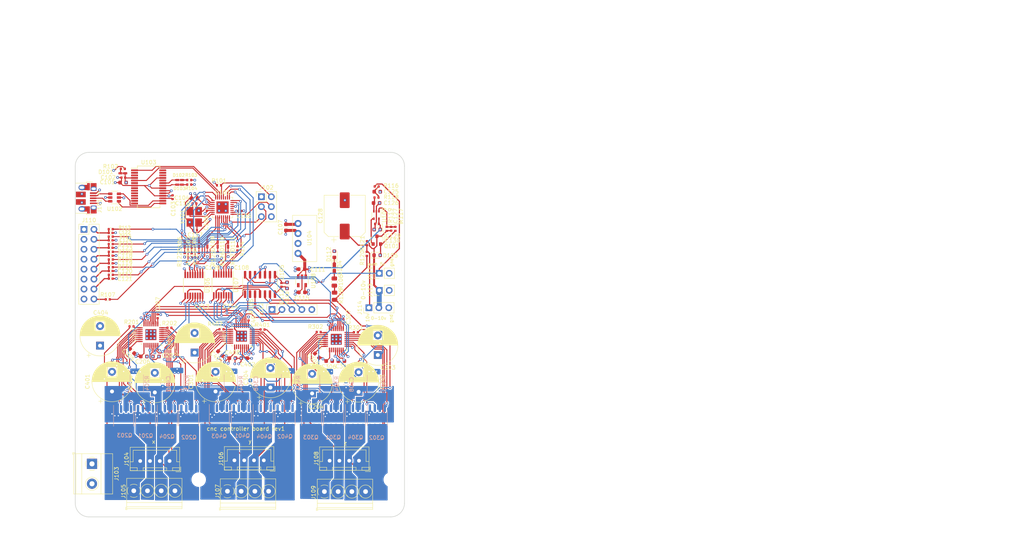
<source format=kicad_pcb>
(kicad_pcb (version 20171130) (host pcbnew 5.1.8)

  (general
    (thickness 1.6)
    (drawings 23)
    (tracks 2217)
    (zones 0)
    (modules 152)
    (nets 167)
  )

  (page USLetter)
  (title_block
    (title "Project Title")
  )

  (layers
    (0 F.Cu signal)
    (1 In1.Cu signal)
    (2 In2.Cu signal)
    (31 B.Cu signal)
    (34 B.Paste user)
    (35 F.Paste user)
    (36 B.SilkS user)
    (37 F.SilkS user)
    (38 B.Mask user)
    (39 F.Mask user)
    (40 Dwgs.User user)
    (44 Edge.Cuts user)
    (45 Margin user)
    (46 B.CrtYd user)
    (47 F.CrtYd user)
    (48 B.Fab user)
    (49 F.Fab user)
  )

  (setup
    (last_trace_width 0.75)
    (user_trace_width 0.1524)
    (user_trace_width 0.2)
    (user_trace_width 0.25)
    (user_trace_width 0.3)
    (user_trace_width 0.5)
    (user_trace_width 0.75)
    (user_trace_width 1.25)
    (trace_clearance 0.1524)
    (zone_clearance 0.25)
    (zone_45_only no)
    (trace_min 0.1524)
    (via_size 0.6858)
    (via_drill 0.3302)
    (via_min_size 0.6858)
    (via_min_drill 0.3302)
    (user_via 0.6858 0.3302)
    (user_via 0.762 0.4064)
    (user_via 0.8636 0.508)
    (uvia_size 0.6858)
    (uvia_drill 0.3302)
    (uvias_allowed no)
    (uvia_min_size 0)
    (uvia_min_drill 0)
    (edge_width 0.1524)
    (segment_width 0.1524)
    (pcb_text_width 0.1524)
    (pcb_text_size 1.016 1.016)
    (mod_edge_width 0.1524)
    (mod_text_size 1.016 1.016)
    (mod_text_width 0.1524)
    (pad_size 1.524 1.524)
    (pad_drill 0.762)
    (pad_to_mask_clearance 0.0508)
    (solder_mask_min_width 0.1016)
    (pad_to_paste_clearance -0.0762)
    (aux_axis_origin 0 0)
    (grid_origin 55.5 112.5)
    (visible_elements FFFFDF7D)
    (pcbplotparams
      (layerselection 0x310fc_80000001)
      (usegerberextensions true)
      (usegerberattributes false)
      (usegerberadvancedattributes false)
      (creategerberjobfile false)
      (excludeedgelayer true)
      (linewidth 0.100000)
      (plotframeref false)
      (viasonmask false)
      (mode 1)
      (useauxorigin false)
      (hpglpennumber 1)
      (hpglpenspeed 20)
      (hpglpendiameter 15.000000)
      (psnegative false)
      (psa4output false)
      (plotreference true)
      (plotvalue true)
      (plotinvisibletext false)
      (padsonsilk false)
      (subtractmaskfromsilk false)
      (outputformat 1)
      (mirror false)
      (drillshape 0)
      (scaleselection 1)
      (outputdirectory "gerbers"))
  )

  (net 0 "")
  (net 1 GND)
  (net 2 /VUSB)
  (net 3 "Net-(C103-Pad1)")
  (net 4 GND1)
  (net 5 /VCCIO)
  (net 6 /5V_ISO)
  (net 7 /ATMEGA_XTAL1)
  (net 8 /ATMEGA_XTAL2)
  (net 9 /GRST)
  (net 10 /FEED_HOLD)
  (net 11 /CYCLE_START)
  (net 12 /PROBE)
  (net 13 /XLIMIT)
  (net 14 /ZLIMIT)
  (net 15 /YLIMIT)
  (net 16 "Net-(C125-Pad1)")
  (net 17 "Net-(C126-Pad1)")
  (net 18 /SPINDLE_OUT_10V)
  (net 19 "Net-(C127-Pad1)")
  (net 20 "Net-(C128-Pad1)")
  (net 21 /VM)
  (net 22 "Net-(C205-Pad2)")
  (net 23 "Net-(C207-Pad1)")
  (net 24 "Net-(C305-Pad2)")
  (net 25 "Net-(C307-Pad1)")
  (net 26 "Net-(C405-Pad2)")
  (net 27 "Net-(C407-Pad1)")
  (net 28 "Net-(D101-Pad1)")
  (net 29 "Net-(D102-Pad2)")
  (net 30 "Net-(D102-Pad1)")
  (net 31 "Net-(D103-Pad2)")
  (net 32 "Net-(D103-Pad1)")
  (net 33 "Net-(D104-Pad2)")
  (net 34 "Net-(D104-Pad1)")
  (net 35 /ATMEGA_XSTEP)
  (net 36 "Net-(D106-Pad1)")
  (net 37 /ATMEGA_YSTEP)
  (net 38 "Net-(D107-Pad1)")
  (net 39 /ATMEGA_ZSTEP)
  (net 40 "Net-(D108-Pad1)")
  (net 41 /ATMEGA_XDIR)
  (net 42 "Net-(D109-Pad1)")
  (net 43 /ATMEGA_YDIR)
  (net 44 "Net-(D110-Pad1)")
  (net 45 /ATMEGA_ZDIR)
  (net 46 "Net-(D111-Pad1)")
  (net 47 "Net-(J101-Pad4)")
  (net 48 /USBD_P)
  (net 49 /USBD_M)
  (net 50 "Net-(J102-Pad6)")
  (net 51 /ATMEGA_MISO)
  (net 52 /ATMEGA_MOSI)
  (net 53 /ATMEGA_SCK)
  (net 54 /ATMEGA_RSTN)
  (net 55 /X/B-)
  (net 56 /X/B+)
  (net 57 /X/A-)
  (net 58 /X/A+)
  (net 59 /Y/B-)
  (net 60 /Y/B+)
  (net 61 /Y/A-)
  (net 62 /Y/A+)
  (net 63 /Z/B-)
  (net 64 /Z/B+)
  (net 65 /Z/A-)
  (net 66 /Z/A+)
  (net 67 /COOLANT_EN)
  (net 68 /SPINDLE_PWM_ISO)
  (net 69 /ATTINY_RXD)
  (net 70 /ATTINY_TXD)
  (net 71 /ATTINY_UPDI)
  (net 72 "Net-(Q101-Pad1)")
  (net 73 /X/LB1)
  (net 74 "Net-(Q201-Pad3)")
  (net 75 /X/HB1)
  (net 76 /X/LA1)
  (net 77 "Net-(Q202-Pad3)")
  (net 78 /X/HA1)
  (net 79 /X/LB2)
  (net 80 /X/HB2)
  (net 81 /X/LA2)
  (net 82 /X/HA2)
  (net 83 /Z/LB1)
  (net 84 "Net-(Q301-Pad3)")
  (net 85 /Z/HB1)
  (net 86 /Z/LA1)
  (net 87 "Net-(Q302-Pad3)")
  (net 88 /Z/HA1)
  (net 89 /Z/LB2)
  (net 90 /Z/HB2)
  (net 91 /Z/LA2)
  (net 92 /Z/HA2)
  (net 93 /Y/LB1)
  (net 94 "Net-(Q401-Pad3)")
  (net 95 /Y/HB1)
  (net 96 /Y/LA1)
  (net 97 "Net-(Q402-Pad3)")
  (net 98 /Y/HA1)
  (net 99 /Y/LB2)
  (net 100 /Y/HB2)
  (net 101 /Y/LA2)
  (net 102 /Y/HA2)
  (net 103 "Net-(R105-Pad1)")
  (net 104 "Net-(R106-Pad2)")
  (net 105 /ATMEGA_COOLANT_EN)
  (net 106 /ATMEGA_GRBL_RST)
  (net 107 /ATMEGA_FEED_HOLD)
  (net 108 /ATMEGA_CYCLE_START)
  (net 109 /ATMEGA_PROBE)
  (net 110 /ATMEGA_XLIMIT)
  (net 111 /SPINDLE_PWM)
  (net 112 /ATMEGA_YLIMIT)
  (net 113 /X/SRB)
  (net 114 /X/SRA)
  (net 115 /Z/SRA)
  (net 116 /Z/SRB)
  (net 117 /Y/SRA)
  (net 118 /Y/SRB)
  (net 119 /ATMEGA_TXD)
  (net 120 /ATMEGA_RXD)
  (net 121 "Net-(U101-Pad27)")
  (net 122 "Net-(U101-Pad22)")
  (net 123 "Net-(U101-Pad20)")
  (net 124 "Net-(U101-Pad19)")
  (net 125 /ATMEGA_STEP_nEN)
  (net 126 /USBD_M_F)
  (net 127 /USBD_P_F)
  (net 128 "Net-(U103-Pad28)")
  (net 129 "Net-(U103-Pad27)")
  (net 130 "Net-(U103-Pad26)")
  (net 131 "Net-(U103-Pad14)")
  (net 132 "Net-(U103-Pad13)")
  (net 133 "Net-(U103-Pad12)")
  (net 134 "Net-(U103-Pad11)")
  (net 135 "Net-(U103-Pad10)")
  (net 136 "Net-(U103-Pad9)")
  (net 137 "Net-(U103-Pad6)")
  (net 138 "Net-(U103-Pad3)")
  (net 139 "Net-(U103-Pad2)")
  (net 140 /TMC_SCK)
  (net 141 /TMC_SDO)
  (net 142 /TMC_SDI)
  (net 143 "Net-(U105-Pad9)")
  (net 144 "Net-(U105-Pad8)")
  (net 145 "Net-(U105-Pad5)")
  (net 146 /Z_CSN)
  (net 147 /Y_CSN)
  (net 148 /X_CSN)
  (net 149 /STEPPERS_nEN)
  (net 150 /X_STEP)
  (net 151 /X_DIR)
  (net 152 "Net-(U106-Pad7)")
  (net 153 /Y_STEP)
  (net 154 /Y_DIR)
  (net 155 /Z_STEP)
  (net 156 /Z_DIR)
  (net 157 "Net-(U107-Pad7)")
  (net 158 "Net-(U108-Pad4)")
  (net 159 /Y/SDI)
  (net 160 "Net-(U201-Pad26)")
  (net 161 "Net-(U201-Pad27)")
  (net 162 /Z/SDI)
  (net 163 "Net-(U301-Pad26)")
  (net 164 "Net-(U301-Pad27)")
  (net 165 "Net-(U401-Pad26)")
  (net 166 "Net-(U401-Pad27)")

  (net_class Default "This is the default net class."
    (clearance 0.1524)
    (trace_width 0.1524)
    (via_dia 0.6858)
    (via_drill 0.3302)
    (uvia_dia 0.6858)
    (uvia_drill 0.3302)
    (add_net /5V_ISO)
    (add_net /ATMEGA_COOLANT_EN)
    (add_net /ATMEGA_CYCLE_START)
    (add_net /ATMEGA_FEED_HOLD)
    (add_net /ATMEGA_GRBL_RST)
    (add_net /ATMEGA_MISO)
    (add_net /ATMEGA_MOSI)
    (add_net /ATMEGA_PROBE)
    (add_net /ATMEGA_RSTN)
    (add_net /ATMEGA_RXD)
    (add_net /ATMEGA_SCK)
    (add_net /ATMEGA_STEP_nEN)
    (add_net /ATMEGA_TXD)
    (add_net /ATMEGA_XDIR)
    (add_net /ATMEGA_XLIMIT)
    (add_net /ATMEGA_XSTEP)
    (add_net /ATMEGA_XTAL1)
    (add_net /ATMEGA_XTAL2)
    (add_net /ATMEGA_YDIR)
    (add_net /ATMEGA_YLIMIT)
    (add_net /ATMEGA_YSTEP)
    (add_net /ATMEGA_ZDIR)
    (add_net /ATMEGA_ZSTEP)
    (add_net /ATTINY_RXD)
    (add_net /ATTINY_TXD)
    (add_net /ATTINY_UPDI)
    (add_net /COOLANT_EN)
    (add_net /CYCLE_START)
    (add_net /FEED_HOLD)
    (add_net /GRST)
    (add_net /PROBE)
    (add_net /SPINDLE_OUT_10V)
    (add_net /SPINDLE_PWM)
    (add_net /SPINDLE_PWM_ISO)
    (add_net /STEPPERS_nEN)
    (add_net /TMC_SCK)
    (add_net /TMC_SDI)
    (add_net /TMC_SDO)
    (add_net /USBD_M)
    (add_net /USBD_M_F)
    (add_net /USBD_P)
    (add_net /USBD_P_F)
    (add_net /VCCIO)
    (add_net /VM)
    (add_net /VUSB)
    (add_net /X/A+)
    (add_net /X/A-)
    (add_net /X/B+)
    (add_net /X/B-)
    (add_net /X/HA1)
    (add_net /X/HA2)
    (add_net /X/HB1)
    (add_net /X/HB2)
    (add_net /X/LA1)
    (add_net /X/LA2)
    (add_net /X/LB1)
    (add_net /X/LB2)
    (add_net /X/SRA)
    (add_net /X/SRB)
    (add_net /XLIMIT)
    (add_net /X_CSN)
    (add_net /X_DIR)
    (add_net /X_STEP)
    (add_net /Y/A+)
    (add_net /Y/A-)
    (add_net /Y/B+)
    (add_net /Y/B-)
    (add_net /Y/HA1)
    (add_net /Y/HA2)
    (add_net /Y/HB1)
    (add_net /Y/HB2)
    (add_net /Y/LA1)
    (add_net /Y/LA2)
    (add_net /Y/LB1)
    (add_net /Y/LB2)
    (add_net /Y/SDI)
    (add_net /Y/SRA)
    (add_net /Y/SRB)
    (add_net /YLIMIT)
    (add_net /Y_CSN)
    (add_net /Y_DIR)
    (add_net /Y_STEP)
    (add_net /Z/A+)
    (add_net /Z/A-)
    (add_net /Z/B+)
    (add_net /Z/B-)
    (add_net /Z/HA1)
    (add_net /Z/HA2)
    (add_net /Z/HB1)
    (add_net /Z/HB2)
    (add_net /Z/LA1)
    (add_net /Z/LA2)
    (add_net /Z/LB1)
    (add_net /Z/LB2)
    (add_net /Z/SDI)
    (add_net /Z/SRA)
    (add_net /Z/SRB)
    (add_net /ZLIMIT)
    (add_net /Z_CSN)
    (add_net /Z_DIR)
    (add_net /Z_STEP)
    (add_net GND)
    (add_net GND1)
    (add_net "Net-(C103-Pad1)")
    (add_net "Net-(C125-Pad1)")
    (add_net "Net-(C126-Pad1)")
    (add_net "Net-(C127-Pad1)")
    (add_net "Net-(C128-Pad1)")
    (add_net "Net-(C205-Pad2)")
    (add_net "Net-(C207-Pad1)")
    (add_net "Net-(C305-Pad2)")
    (add_net "Net-(C307-Pad1)")
    (add_net "Net-(C405-Pad2)")
    (add_net "Net-(C407-Pad1)")
    (add_net "Net-(D101-Pad1)")
    (add_net "Net-(D102-Pad1)")
    (add_net "Net-(D102-Pad2)")
    (add_net "Net-(D103-Pad1)")
    (add_net "Net-(D103-Pad2)")
    (add_net "Net-(D104-Pad1)")
    (add_net "Net-(D104-Pad2)")
    (add_net "Net-(D106-Pad1)")
    (add_net "Net-(D107-Pad1)")
    (add_net "Net-(D108-Pad1)")
    (add_net "Net-(D109-Pad1)")
    (add_net "Net-(D110-Pad1)")
    (add_net "Net-(D111-Pad1)")
    (add_net "Net-(J101-Pad4)")
    (add_net "Net-(J102-Pad6)")
    (add_net "Net-(Q101-Pad1)")
    (add_net "Net-(Q201-Pad3)")
    (add_net "Net-(Q202-Pad3)")
    (add_net "Net-(Q301-Pad3)")
    (add_net "Net-(Q302-Pad3)")
    (add_net "Net-(Q401-Pad3)")
    (add_net "Net-(Q402-Pad3)")
    (add_net "Net-(R105-Pad1)")
    (add_net "Net-(R106-Pad2)")
    (add_net "Net-(U101-Pad19)")
    (add_net "Net-(U101-Pad20)")
    (add_net "Net-(U101-Pad22)")
    (add_net "Net-(U101-Pad27)")
    (add_net "Net-(U103-Pad10)")
    (add_net "Net-(U103-Pad11)")
    (add_net "Net-(U103-Pad12)")
    (add_net "Net-(U103-Pad13)")
    (add_net "Net-(U103-Pad14)")
    (add_net "Net-(U103-Pad2)")
    (add_net "Net-(U103-Pad26)")
    (add_net "Net-(U103-Pad27)")
    (add_net "Net-(U103-Pad28)")
    (add_net "Net-(U103-Pad3)")
    (add_net "Net-(U103-Pad6)")
    (add_net "Net-(U103-Pad9)")
    (add_net "Net-(U105-Pad5)")
    (add_net "Net-(U105-Pad8)")
    (add_net "Net-(U105-Pad9)")
    (add_net "Net-(U106-Pad7)")
    (add_net "Net-(U107-Pad7)")
    (add_net "Net-(U108-Pad4)")
    (add_net "Net-(U201-Pad26)")
    (add_net "Net-(U201-Pad27)")
    (add_net "Net-(U301-Pad26)")
    (add_net "Net-(U301-Pad27)")
    (add_net "Net-(U401-Pad26)")
    (add_net "Net-(U401-Pad27)")
  )

  (module Capacitor_SMD:C_0402_1005Metric (layer F.Cu) (tedit 5F68FEEE) (tstamp 5FFB2FE1)
    (at 54.08 126.89 180)
    (descr "Capacitor SMD 0402 (1005 Metric), square (rectangular) end terminal, IPC_7351 nominal, (Body size source: IPC-SM-782 page 76, https://www.pcb-3d.com/wordpress/wp-content/uploads/ipc-sm-782a_amendment_1_and_2.pdf), generated with kicad-footprint-generator")
    (tags capacitor)
    (path /6013464F)
    (attr smd)
    (fp_text reference C108 (at -2.82 -0.01) (layer F.SilkS)
      (effects (font (size 1 1) (thickness 0.15)))
    )
    (fp_text value "0.1 uF" (at 0 1.16) (layer F.Fab)
      (effects (font (size 1 1) (thickness 0.15)))
    )
    (fp_line (start 0.91 0.46) (end -0.91 0.46) (layer F.CrtYd) (width 0.05))
    (fp_line (start 0.91 -0.46) (end 0.91 0.46) (layer F.CrtYd) (width 0.05))
    (fp_line (start -0.91 -0.46) (end 0.91 -0.46) (layer F.CrtYd) (width 0.05))
    (fp_line (start -0.91 0.46) (end -0.91 -0.46) (layer F.CrtYd) (width 0.05))
    (fp_line (start -0.107836 0.36) (end 0.107836 0.36) (layer F.SilkS) (width 0.12))
    (fp_line (start -0.107836 -0.36) (end 0.107836 -0.36) (layer F.SilkS) (width 0.12))
    (fp_line (start 0.5 0.25) (end -0.5 0.25) (layer F.Fab) (width 0.1))
    (fp_line (start 0.5 -0.25) (end 0.5 0.25) (layer F.Fab) (width 0.1))
    (fp_line (start -0.5 -0.25) (end 0.5 -0.25) (layer F.Fab) (width 0.1))
    (fp_line (start -0.5 0.25) (end -0.5 -0.25) (layer F.Fab) (width 0.1))
    (fp_text user %R (at 0 0) (layer F.Fab)
      (effects (font (size 0.25 0.25) (thickness 0.04)))
    )
    (pad 2 smd roundrect (at 0.48 0 180) (size 0.56 0.62) (layers F.Cu F.Paste F.Mask) (roundrect_rratio 0.25)
      (net 1 GND))
    (pad 1 smd roundrect (at -0.48 0 180) (size 0.56 0.62) (layers F.Cu F.Paste F.Mask) (roundrect_rratio 0.25)
      (net 2 /VUSB))
    (model ${KISYS3DMOD}/Capacitor_SMD.3dshapes/C_0402_1005Metric.wrl
      (at (xyz 0 0 0))
      (scale (xyz 1 1 1))
      (rotate (xyz 0 0 0))
    )
  )

  (module TerminalBlock_Phoenix:TerminalBlock_Phoenix_PT-1,5-4-3.5-H_1x04_P3.50mm_Horizontal (layer F.Cu) (tedit 5B294F40) (tstamp 5FFB3C1B)
    (at 78.07 184.04)
    (descr "Terminal Block Phoenix PT-1,5-4-3.5-H, 4 pins, pitch 3.5mm, size 14x7.6mm^2, drill diamater 1.2mm, pad diameter 2.4mm, see , script-generated using https://github.com/pointhi/kicad-footprint-generator/scripts/TerminalBlock_Phoenix")
    (tags "THT Terminal Block Phoenix PT-1,5-4-3.5-H pitch 3.5mm size 14x7.6mm^2 drill 1.2mm pad 2.4mm")
    (path /6000FCDA)
    (fp_text reference J109 (at -2.77 0.26 90) (layer F.SilkS)
      (effects (font (size 1 1) (thickness 0.15)))
    )
    (fp_text value "Screw Terminals" (at 5.25 5.56) (layer F.Fab)
      (effects (font (size 1 1) (thickness 0.15)))
    )
    (fp_line (start 12.75 -3.6) (end -2.25 -3.6) (layer F.CrtYd) (width 0.05))
    (fp_line (start 12.75 5) (end 12.75 -3.6) (layer F.CrtYd) (width 0.05))
    (fp_line (start -2.25 5) (end 12.75 5) (layer F.CrtYd) (width 0.05))
    (fp_line (start -2.25 -3.6) (end -2.25 5) (layer F.CrtYd) (width 0.05))
    (fp_line (start -2.05 4.8) (end -1.65 4.8) (layer F.SilkS) (width 0.12))
    (fp_line (start -2.05 4.16) (end -2.05 4.8) (layer F.SilkS) (width 0.12))
    (fp_line (start 9.355 0.941) (end 9.226 1.069) (layer F.SilkS) (width 0.12))
    (fp_line (start 11.57 -1.275) (end 11.476 -1.181) (layer F.SilkS) (width 0.12))
    (fp_line (start 9.525 1.181) (end 9.431 1.274) (layer F.SilkS) (width 0.12))
    (fp_line (start 11.775 -1.069) (end 11.646 -0.941) (layer F.SilkS) (width 0.12))
    (fp_line (start 11.455 -1.138) (end 9.363 0.955) (layer F.Fab) (width 0.1))
    (fp_line (start 11.638 -0.955) (end 9.546 1.138) (layer F.Fab) (width 0.1))
    (fp_line (start 5.855 0.941) (end 5.726 1.069) (layer F.SilkS) (width 0.12))
    (fp_line (start 8.07 -1.275) (end 7.976 -1.181) (layer F.SilkS) (width 0.12))
    (fp_line (start 6.025 1.181) (end 5.931 1.274) (layer F.SilkS) (width 0.12))
    (fp_line (start 8.275 -1.069) (end 8.146 -0.941) (layer F.SilkS) (width 0.12))
    (fp_line (start 7.955 -1.138) (end 5.863 0.955) (layer F.Fab) (width 0.1))
    (fp_line (start 8.138 -0.955) (end 6.046 1.138) (layer F.Fab) (width 0.1))
    (fp_line (start 2.355 0.941) (end 2.226 1.069) (layer F.SilkS) (width 0.12))
    (fp_line (start 4.57 -1.275) (end 4.476 -1.181) (layer F.SilkS) (width 0.12))
    (fp_line (start 2.525 1.181) (end 2.431 1.274) (layer F.SilkS) (width 0.12))
    (fp_line (start 4.775 -1.069) (end 4.646 -0.941) (layer F.SilkS) (width 0.12))
    (fp_line (start 4.455 -1.138) (end 2.363 0.955) (layer F.Fab) (width 0.1))
    (fp_line (start 4.638 -0.955) (end 2.546 1.138) (layer F.Fab) (width 0.1))
    (fp_line (start 0.955 -1.138) (end -1.138 0.955) (layer F.Fab) (width 0.1))
    (fp_line (start 1.138 -0.955) (end -0.955 1.138) (layer F.Fab) (width 0.1))
    (fp_line (start 12.31 -3.16) (end 12.31 4.56) (layer F.SilkS) (width 0.12))
    (fp_line (start -1.81 -3.16) (end -1.81 4.56) (layer F.SilkS) (width 0.12))
    (fp_line (start -1.81 4.56) (end 12.31 4.56) (layer F.SilkS) (width 0.12))
    (fp_line (start -1.81 -3.16) (end 12.31 -3.16) (layer F.SilkS) (width 0.12))
    (fp_line (start -1.81 3) (end 12.31 3) (layer F.SilkS) (width 0.12))
    (fp_line (start -1.75 3) (end 12.25 3) (layer F.Fab) (width 0.1))
    (fp_line (start -1.81 4.1) (end 12.31 4.1) (layer F.SilkS) (width 0.12))
    (fp_line (start -1.75 4.1) (end 12.25 4.1) (layer F.Fab) (width 0.1))
    (fp_line (start -1.75 4.1) (end -1.75 -3.1) (layer F.Fab) (width 0.1))
    (fp_line (start -1.35 4.5) (end -1.75 4.1) (layer F.Fab) (width 0.1))
    (fp_line (start 12.25 4.5) (end -1.35 4.5) (layer F.Fab) (width 0.1))
    (fp_line (start 12.25 -3.1) (end 12.25 4.5) (layer F.Fab) (width 0.1))
    (fp_line (start -1.75 -3.1) (end 12.25 -3.1) (layer F.Fab) (width 0.1))
    (fp_circle (center 10.5 0) (end 12.18 0) (layer F.SilkS) (width 0.12))
    (fp_circle (center 10.5 0) (end 12 0) (layer F.Fab) (width 0.1))
    (fp_circle (center 7 0) (end 8.68 0) (layer F.SilkS) (width 0.12))
    (fp_circle (center 7 0) (end 8.5 0) (layer F.Fab) (width 0.1))
    (fp_circle (center 3.5 0) (end 5.18 0) (layer F.SilkS) (width 0.12))
    (fp_circle (center 3.5 0) (end 5 0) (layer F.Fab) (width 0.1))
    (fp_circle (center 0 0) (end 1.5 0) (layer F.Fab) (width 0.1))
    (fp_text user %R (at 5.25 2.4) (layer F.Fab)
      (effects (font (size 1 1) (thickness 0.15)))
    )
    (fp_arc (start 0 0) (end -0.866 1.44) (angle -32) (layer F.SilkS) (width 0.12))
    (fp_arc (start 0 0) (end -1.44 -0.866) (angle -63) (layer F.SilkS) (width 0.12))
    (fp_arc (start 0 0) (end 0.866 -1.44) (angle -63) (layer F.SilkS) (width 0.12))
    (fp_arc (start 0 0) (end 1.425 0.891) (angle -64) (layer F.SilkS) (width 0.12))
    (fp_arc (start 0 0) (end 0 1.68) (angle -32) (layer F.SilkS) (width 0.12))
    (pad 4 thru_hole circle (at 10.5 0) (size 2.4 2.4) (drill 1.2) (layers *.Cu *.Mask)
      (net 66 /Z/A+))
    (pad 3 thru_hole circle (at 7 0) (size 2.4 2.4) (drill 1.2) (layers *.Cu *.Mask)
      (net 65 /Z/A-))
    (pad 2 thru_hole circle (at 3.5 0) (size 2.4 2.4) (drill 1.2) (layers *.Cu *.Mask)
      (net 64 /Z/B+))
    (pad 1 thru_hole rect (at 0 0) (size 2.4 2.4) (drill 1.2) (layers *.Cu *.Mask)
      (net 63 /Z/B-))
    (model ${KISYS3DMOD}/TerminalBlock_Phoenix.3dshapes/TerminalBlock_Phoenix_PT-1,5-4-3.5-H_1x04_P3.50mm_Horizontal.wrl
      (at (xyz 0 0 0))
      (scale (xyz 1 1 1))
      (rotate (xyz 0 0 0))
    )
  )

  (module Connector_JST:JST_XH_B4B-XH-A_1x04_P2.50mm_Vertical (layer F.Cu) (tedit 5C28146C) (tstamp 5FFB3BDF)
    (at 86.892 176.168 180)
    (descr "JST XH series connector, B4B-XH-A (http://www.jst-mfg.com/product/pdf/eng/eXH.pdf), generated with kicad-footprint-generator")
    (tags "connector JST XH vertical")
    (path /6000FCD4)
    (fp_text reference J108 (at 10.892 0.568 90) (layer F.SilkS)
      (effects (font (size 1 1) (thickness 0.15)))
    )
    (fp_text value "JST SH" (at 3.75 4.6) (layer F.Fab)
      (effects (font (size 1 1) (thickness 0.15)))
    )
    (fp_line (start -2.85 -2.75) (end -2.85 -1.5) (layer F.SilkS) (width 0.12))
    (fp_line (start -1.6 -2.75) (end -2.85 -2.75) (layer F.SilkS) (width 0.12))
    (fp_line (start 9.3 2.75) (end 3.75 2.75) (layer F.SilkS) (width 0.12))
    (fp_line (start 9.3 -0.2) (end 9.3 2.75) (layer F.SilkS) (width 0.12))
    (fp_line (start 10.05 -0.2) (end 9.3 -0.2) (layer F.SilkS) (width 0.12))
    (fp_line (start -1.8 2.75) (end 3.75 2.75) (layer F.SilkS) (width 0.12))
    (fp_line (start -1.8 -0.2) (end -1.8 2.75) (layer F.SilkS) (width 0.12))
    (fp_line (start -2.55 -0.2) (end -1.8 -0.2) (layer F.SilkS) (width 0.12))
    (fp_line (start 10.05 -2.45) (end 8.25 -2.45) (layer F.SilkS) (width 0.12))
    (fp_line (start 10.05 -1.7) (end 10.05 -2.45) (layer F.SilkS) (width 0.12))
    (fp_line (start 8.25 -1.7) (end 10.05 -1.7) (layer F.SilkS) (width 0.12))
    (fp_line (start 8.25 -2.45) (end 8.25 -1.7) (layer F.SilkS) (width 0.12))
    (fp_line (start -0.75 -2.45) (end -2.55 -2.45) (layer F.SilkS) (width 0.12))
    (fp_line (start -0.75 -1.7) (end -0.75 -2.45) (layer F.SilkS) (width 0.12))
    (fp_line (start -2.55 -1.7) (end -0.75 -1.7) (layer F.SilkS) (width 0.12))
    (fp_line (start -2.55 -2.45) (end -2.55 -1.7) (layer F.SilkS) (width 0.12))
    (fp_line (start 6.75 -2.45) (end 0.75 -2.45) (layer F.SilkS) (width 0.12))
    (fp_line (start 6.75 -1.7) (end 6.75 -2.45) (layer F.SilkS) (width 0.12))
    (fp_line (start 0.75 -1.7) (end 6.75 -1.7) (layer F.SilkS) (width 0.12))
    (fp_line (start 0.75 -2.45) (end 0.75 -1.7) (layer F.SilkS) (width 0.12))
    (fp_line (start 0 -1.35) (end 0.625 -2.35) (layer F.Fab) (width 0.1))
    (fp_line (start -0.625 -2.35) (end 0 -1.35) (layer F.Fab) (width 0.1))
    (fp_line (start 10.45 -2.85) (end -2.95 -2.85) (layer F.CrtYd) (width 0.05))
    (fp_line (start 10.45 3.9) (end 10.45 -2.85) (layer F.CrtYd) (width 0.05))
    (fp_line (start -2.95 3.9) (end 10.45 3.9) (layer F.CrtYd) (width 0.05))
    (fp_line (start -2.95 -2.85) (end -2.95 3.9) (layer F.CrtYd) (width 0.05))
    (fp_line (start 10.06 -2.46) (end -2.56 -2.46) (layer F.SilkS) (width 0.12))
    (fp_line (start 10.06 3.51) (end 10.06 -2.46) (layer F.SilkS) (width 0.12))
    (fp_line (start -2.56 3.51) (end 10.06 3.51) (layer F.SilkS) (width 0.12))
    (fp_line (start -2.56 -2.46) (end -2.56 3.51) (layer F.SilkS) (width 0.12))
    (fp_line (start 9.95 -2.35) (end -2.45 -2.35) (layer F.Fab) (width 0.1))
    (fp_line (start 9.95 3.4) (end 9.95 -2.35) (layer F.Fab) (width 0.1))
    (fp_line (start -2.45 3.4) (end 9.95 3.4) (layer F.Fab) (width 0.1))
    (fp_line (start -2.45 -2.35) (end -2.45 3.4) (layer F.Fab) (width 0.1))
    (fp_text user %R (at 3.75 2.7) (layer F.Fab)
      (effects (font (size 1 1) (thickness 0.15)))
    )
    (pad 4 thru_hole oval (at 7.5 0 180) (size 1.7 1.95) (drill 0.95) (layers *.Cu *.Mask)
      (net 63 /Z/B-))
    (pad 3 thru_hole oval (at 5 0 180) (size 1.7 1.95) (drill 0.95) (layers *.Cu *.Mask)
      (net 64 /Z/B+))
    (pad 2 thru_hole oval (at 2.5 0 180) (size 1.7 1.95) (drill 0.95) (layers *.Cu *.Mask)
      (net 65 /Z/A-))
    (pad 1 thru_hole roundrect (at 0 0 180) (size 1.7 1.95) (drill 0.95) (layers *.Cu *.Mask) (roundrect_rratio 0.147059)
      (net 66 /Z/A+))
    (model ${KISYS3DMOD}/Connector_JST.3dshapes/JST_XH_B4B-XH-A_1x04_P2.50mm_Vertical.wrl
      (at (xyz 0 0 0))
      (scale (xyz 1 1 1))
      (rotate (xyz 0 0 0))
    )
  )

  (module MountingHole:MountingHole_3.2mm_M3 (layer F.Cu) (tedit 56D1B4CB) (tstamp 5FFBE31E)
    (at 95 181)
    (descr "Mounting Hole 3.2mm, no annular, M3")
    (tags "mounting hole 3.2mm no annular m3")
    (path /6341A9AA)
    (attr virtual)
    (fp_text reference H106 (at 0 -4.2) (layer F.SilkS) hide
      (effects (font (size 1 1) (thickness 0.15)))
    )
    (fp_text value MountingHole (at 0 4.2) (layer F.Fab)
      (effects (font (size 1 1) (thickness 0.15)))
    )
    (fp_circle (center 0 0) (end 3.45 0) (layer F.CrtYd) (width 0.05))
    (fp_circle (center 0 0) (end 3.2 0) (layer Cmts.User) (width 0.15))
    (fp_text user %R (at 0.3 0) (layer F.Fab)
      (effects (font (size 1 1) (thickness 0.15)))
    )
    (pad 1 np_thru_hole circle (at 0 0) (size 3.2 3.2) (drill 3.2) (layers *.Cu *.Mask))
  )

  (module MountingHole:MountingHole_3.2mm_M3 (layer F.Cu) (tedit 56D1B4CB) (tstamp 5FFBE316)
    (at 46 181)
    (descr "Mounting Hole 3.2mm, no annular, M3")
    (tags "mounting hole 3.2mm no annular m3")
    (path /6341A77F)
    (attr virtual)
    (fp_text reference H105 (at 0 -4.2) (layer F.SilkS) hide
      (effects (font (size 1 1) (thickness 0.15)))
    )
    (fp_text value MountingHole (at 0 4.2) (layer F.Fab)
      (effects (font (size 1 1) (thickness 0.15)))
    )
    (fp_circle (center 0 0) (end 3.45 0) (layer F.CrtYd) (width 0.05))
    (fp_circle (center 0 0) (end 3.2 0) (layer Cmts.User) (width 0.15))
    (fp_text user %R (at 0.3 0) (layer F.Fab)
      (effects (font (size 1 1) (thickness 0.15)))
    )
    (pad 1 np_thru_hole circle (at 0 0) (size 3.2 3.2) (drill 3.2) (layers *.Cu *.Mask))
  )

  (module MountingHole:MountingHole_3.2mm_M3 (layer F.Cu) (tedit 56D1B4CB) (tstamp 5FFBE30E)
    (at 95 101)
    (descr "Mounting Hole 3.2mm, no annular, M3")
    (tags "mounting hole 3.2mm no annular m3")
    (path /6341A458)
    (attr virtual)
    (fp_text reference H104 (at 0 -4.2) (layer F.SilkS) hide
      (effects (font (size 1 1) (thickness 0.15)))
    )
    (fp_text value MountingHole (at 0 4.2) (layer F.Fab)
      (effects (font (size 1 1) (thickness 0.15)))
    )
    (fp_circle (center 0 0) (end 3.45 0) (layer F.CrtYd) (width 0.05))
    (fp_circle (center 0 0) (end 3.2 0) (layer Cmts.User) (width 0.15))
    (fp_text user %R (at 0.3 0) (layer F.Fab)
      (effects (font (size 1 1) (thickness 0.15)))
    )
    (pad 1 np_thru_hole circle (at 0 0) (size 3.2 3.2) (drill 3.2) (layers *.Cu *.Mask))
  )

  (module MountingHole:MountingHole_3.2mm_M3 (layer F.Cu) (tedit 56D1B4CB) (tstamp 5FFBE306)
    (at 34 133)
    (descr "Mounting Hole 3.2mm, no annular, M3")
    (tags "mounting hole 3.2mm no annular m3")
    (path /6341A2FF)
    (attr virtual)
    (fp_text reference H103 (at 0 -4.2) (layer F.SilkS) hide
      (effects (font (size 1 1) (thickness 0.15)))
    )
    (fp_text value MountingHole (at 0 4.2) (layer F.Fab)
      (effects (font (size 1 1) (thickness 0.15)))
    )
    (fp_circle (center 0 0) (end 3.45 0) (layer F.CrtYd) (width 0.05))
    (fp_circle (center 0 0) (end 3.2 0) (layer Cmts.User) (width 0.15))
    (fp_text user %R (at 0.3 0) (layer F.Fab)
      (effects (font (size 1 1) (thickness 0.15)))
    )
    (pad 1 np_thru_hole circle (at 0 0) (size 3.2 3.2) (drill 3.2) (layers *.Cu *.Mask))
  )

  (module MountingHole:MountingHole_3.2mm_M3 (layer F.Cu) (tedit 56D1B4CB) (tstamp 5FFBE2FE)
    (at 18 165)
    (descr "Mounting Hole 3.2mm, no annular, M3")
    (tags "mounting hole 3.2mm no annular m3")
    (path /63419FA8)
    (attr virtual)
    (fp_text reference H102 (at 0 -4.2) (layer F.SilkS) hide
      (effects (font (size 1 1) (thickness 0.15)))
    )
    (fp_text value MountingHole (at 0 4.2) (layer F.Fab)
      (effects (font (size 1 1) (thickness 0.15)))
    )
    (fp_circle (center 0 0) (end 3.45 0) (layer F.CrtYd) (width 0.05))
    (fp_circle (center 0 0) (end 3.2 0) (layer Cmts.User) (width 0.15))
    (fp_text user %R (at 0.3 0) (layer F.Fab)
      (effects (font (size 1 1) (thickness 0.15)))
    )
    (pad 1 np_thru_hole circle (at 0 0) (size 3.2 3.2) (drill 3.2) (layers *.Cu *.Mask))
  )

  (module MountingHole:MountingHole_3.2mm_M3 (layer F.Cu) (tedit 56D1B4CB) (tstamp 5FFBE2F6)
    (at 18 101)
    (descr "Mounting Hole 3.2mm, no annular, M3")
    (tags "mounting hole 3.2mm no annular m3")
    (path /633B6844)
    (attr virtual)
    (fp_text reference H101 (at 0 -4.2) (layer F.SilkS) hide
      (effects (font (size 1 1) (thickness 0.15)))
    )
    (fp_text value MountingHole (at 0 4.2) (layer F.Fab)
      (effects (font (size 1 1) (thickness 0.15)))
    )
    (fp_circle (center 0 0) (end 3.45 0) (layer F.CrtYd) (width 0.05))
    (fp_circle (center 0 0) (end 3.2 0) (layer Cmts.User) (width 0.15))
    (fp_text user %R (at 0.3 0) (layer F.Fab)
      (effects (font (size 1 1) (thickness 0.15)))
    )
    (pad 1 np_thru_hole circle (at 0 0) (size 3.2 3.2) (drill 3.2) (layers *.Cu *.Mask))
  )

  (module Crystal:Crystal_SMD_SeikoEpson_TSX3225-4Pin_3.2x2.5mm_HandSoldering (layer F.Cu) (tedit 5A0FD1B2) (tstamp 5FFB429D)
    (at 44.87 113.95 270)
    (descr "crystal Epson Toyocom TSX-3225 series https://support.epson.biz/td/api/doc_check.php?dl=brief_fa-238v_en.pdf, hand-soldering, 3.2x2.5mm^2 package")
    (tags "SMD SMT crystal hand-soldering")
    (path /612B6BCB)
    (attr smd)
    (fp_text reference Y101 (at 0 2.97 90) (layer F.SilkS)
      (effects (font (size 1 1) (thickness 0.15)))
    )
    (fp_text value "TSX-3225 16.0000MF18X-AC6" (at 0 2.95 90) (layer F.Fab)
      (effects (font (size 1 1) (thickness 0.15)))
    )
    (fp_line (start 2.8 -2.2) (end -2.8 -2.2) (layer F.CrtYd) (width 0.05))
    (fp_line (start 2.8 2.2) (end 2.8 -2.2) (layer F.CrtYd) (width 0.05))
    (fp_line (start -2.8 2.2) (end 2.8 2.2) (layer F.CrtYd) (width 0.05))
    (fp_line (start -2.8 -2.2) (end -2.8 2.2) (layer F.CrtYd) (width 0.05))
    (fp_line (start -2.7 2.15) (end 2.7 2.15) (layer F.SilkS) (width 0.12))
    (fp_line (start -2.7 -2.15) (end -2.7 2.15) (layer F.SilkS) (width 0.12))
    (fp_line (start -1.6 0.25) (end -0.6 1.25) (layer F.Fab) (width 0.1))
    (fp_line (start -1.6 -1.15) (end -1.5 -1.25) (layer F.Fab) (width 0.1))
    (fp_line (start -1.6 1.15) (end -1.6 -1.15) (layer F.Fab) (width 0.1))
    (fp_line (start -1.5 1.25) (end -1.6 1.15) (layer F.Fab) (width 0.1))
    (fp_line (start 1.5 1.25) (end -1.5 1.25) (layer F.Fab) (width 0.1))
    (fp_line (start 1.6 1.15) (end 1.5 1.25) (layer F.Fab) (width 0.1))
    (fp_line (start 1.6 -1.15) (end 1.6 1.15) (layer F.Fab) (width 0.1))
    (fp_line (start 1.5 -1.25) (end 1.6 -1.15) (layer F.Fab) (width 0.1))
    (fp_line (start -1.5 -1.25) (end 1.5 -1.25) (layer F.Fab) (width 0.1))
    (fp_text user %R (at 0 0 90) (layer F.Fab)
      (effects (font (size 0.7 0.7) (thickness 0.105)))
    )
    (pad 4 smd rect (at -1.45 -1.0875 270) (size 2.1 1.725) (layers F.Cu F.Paste F.Mask)
      (net 1 GND))
    (pad 3 smd rect (at 1.45 -1.0875 270) (size 2.1 1.725) (layers F.Cu F.Paste F.Mask)
      (net 8 /ATMEGA_XTAL2))
    (pad 2 smd rect (at 1.45 1.0875 270) (size 2.1 1.725) (layers F.Cu F.Paste F.Mask)
      (net 1 GND))
    (pad 1 smd rect (at -1.45 1.0875 270) (size 2.1 1.725) (layers F.Cu F.Paste F.Mask)
      (net 7 /ATMEGA_XTAL1))
    (model ${KISYS3DMOD}/Crystal.3dshapes/Crystal_SMD_SeikoEpson_TSX3225-4Pin_3.2x2.5mm_HandSoldering.wrl
      (at (xyz 0 0 0))
      (scale (xyz 1 1 1))
      (rotate (xyz 0 0 0))
    )
  )

  (module cnc-controller:TQFP32-5x5mm (layer F.Cu) (tedit 5FF6852B) (tstamp 5FFB4285)
    (at 56.9 144.4 180)
    (path /5FFE73A4/60498915)
    (fp_text reference U401 (at 4.3 -0.5 90) (layer F.SilkS)
      (effects (font (size 1 1) (thickness 0.1)))
    )
    (fp_text value TMC2590-TA (at 0.1 4.3) (layer F.Fab)
      (effects (font (size 1 1) (thickness 0.1)))
    )
    (fp_line (start -2.5 -2.5) (end -2.1 -2.5) (layer F.SilkS) (width 0.1))
    (fp_line (start 2.5 -2.1) (end 2.5 -2.5) (layer F.SilkS) (width 0.1))
    (fp_line (start 2.5 2.5) (end 2.5 2.1) (layer F.SilkS) (width 0.1))
    (fp_line (start -2.5 2.5) (end -2.5 2.1) (layer F.SilkS) (width 0.1))
    (fp_line (start -2.7 3.5) (end -3.5 2.7) (layer F.CrtYd) (width 0.1))
    (fp_line (start -3.5 -2.7) (end -2.7 -3.5) (layer F.CrtYd) (width 0.1))
    (fp_line (start 3.5 -2.7) (end 2.7 -3.5) (layer F.CrtYd) (width 0.1))
    (fp_line (start 2.7 3.5) (end 3.5 2.7) (layer F.CrtYd) (width 0.1))
    (fp_line (start -2.5 -2.5) (end -2.5 2.5) (layer F.Fab) (width 0.1))
    (fp_line (start -2.5 2.5) (end 2.5 2.5) (layer F.Fab) (width 0.1))
    (fp_line (start 2.5 2.5) (end 2.5 -2.5) (layer F.Fab) (width 0.1))
    (fp_line (start 2.5 -2.5) (end -2.5 -2.5) (layer F.Fab) (width 0.1))
    (fp_line (start 3.5 -2.7) (end 3.5 2.7) (layer F.CrtYd) (width 0.1))
    (fp_line (start 2.7 3.5) (end -2.7 3.5) (layer F.CrtYd) (width 0.1))
    (fp_line (start -3.5 2.7) (end -3.5 -2.7) (layer F.CrtYd) (width 0.1))
    (fp_line (start -2.7 -3.5) (end 2.7 -3.5) (layer F.CrtYd) (width 0.1))
    (fp_circle (center -2.7 -2.7) (end -2.7 -2.8) (layer F.Fab) (width 0.2))
    (fp_circle (center -2.7 -2.7) (end -2.7 -2.8) (layer F.SilkS) (width 0.2))
    (fp_line (start -2.5 -2.5) (end -2.5 -2.1) (layer F.SilkS) (width 0.1))
    (fp_line (start 2.1 -2.5) (end 2.5 -2.5) (layer F.SilkS) (width 0.1))
    (fp_line (start 2.5 2.5) (end 2.1 2.5) (layer F.SilkS) (width 0.1))
    (fp_line (start -2.1 2.5) (end -2.5 2.5) (layer F.SilkS) (width 0.1))
    (fp_poly (pts (xy -1.3 -1.3) (xy -0.7 -1.3) (xy -0.7 -0.7) (xy -1.3 -0.7)) (layer F.Paste) (width 0.15))
    (fp_poly (pts (xy -1.3 0.7) (xy -0.7 0.7) (xy -0.7 1.3) (xy -1.3 1.3)) (layer F.Paste) (width 0.15))
    (fp_poly (pts (xy 0.7 0.7) (xy 1.3 0.7) (xy 1.3 1.3) (xy 0.7 1.3)) (layer F.Paste) (width 0.15))
    (fp_poly (pts (xy 0.7 -1.3) (xy 1.3 -1.3) (xy 1.3 -0.7) (xy 0.7 -0.7)) (layer F.Paste) (width 0.15))
    (fp_poly (pts (xy -0.3 -1.3) (xy 0.3 -1.3) (xy 0.3 -0.7) (xy -0.3 -0.7)) (layer F.Paste) (width 0.15))
    (fp_poly (pts (xy 0.7 -0.3) (xy 1.3 -0.3) (xy 1.3 0.3) (xy 0.7 0.3)) (layer F.Paste) (width 0.15))
    (fp_poly (pts (xy -1.3 -0.3) (xy -0.7 -0.3) (xy -0.7 0.3) (xy -1.3 0.3)) (layer F.Paste) (width 0.15))
    (fp_poly (pts (xy -0.3 -0.3) (xy 0.3 -0.3) (xy 0.3 0.3) (xy -0.3 0.3)) (layer F.Paste) (width 0.15))
    (fp_poly (pts (xy -0.3 0.7) (xy 0.3 0.7) (xy 0.3 1.3) (xy -0.3 1.3)) (layer F.Paste) (width 0.15))
    (fp_text user %R (at 0 0) (layer F.Fab)
      (effects (font (size 1 1) (thickness 0.1)))
    )
    (pad 33 smd roundrect (at 0 0 270) (size 2.8 2.8) (layers F.Cu F.Mask) (roundrect_rratio 0.02)
      (net 4 GND1))
    (pad 1 smd roundrect (at -2.7 -1.75 180) (size 1.2 0.28) (layers F.Cu F.Paste F.Mask) (roundrect_rratio 0.25)
      (net 4 GND1))
    (pad 2 smd roundrect (at -2.7 -1.25 180) (size 1.2 0.28) (layers F.Cu F.Paste F.Mask) (roundrect_rratio 0.25)
      (net 98 /Y/HA1))
    (pad 3 smd roundrect (at -2.7 -0.75 180) (size 1.2 0.28) (layers F.Cu F.Paste F.Mask) (roundrect_rratio 0.25)
      (net 102 /Y/HA2))
    (pad 4 smd roundrect (at -2.7 -0.25 180) (size 1.2 0.28) (layers F.Cu F.Paste F.Mask) (roundrect_rratio 0.25)
      (net 62 /Y/A+))
    (pad 5 smd roundrect (at -2.7 0.25 180) (size 1.2 0.28) (layers F.Cu F.Paste F.Mask) (roundrect_rratio 0.25)
      (net 61 /Y/A-))
    (pad 6 smd roundrect (at -2.7 0.75 180) (size 1.2 0.28) (layers F.Cu F.Paste F.Mask) (roundrect_rratio 0.25)
      (net 96 /Y/LA1))
    (pad 7 smd roundrect (at -2.7 1.25 180) (size 1.2 0.28) (layers F.Cu F.Paste F.Mask) (roundrect_rratio 0.25)
      (net 101 /Y/LA2))
    (pad 8 smd roundrect (at -2.7 1.75 180) (size 1.2 0.28) (layers F.Cu F.Paste F.Mask) (roundrect_rratio 0.25)
      (net 117 /Y/SRA))
    (pad 9 smd roundrect (at -1.75 2.7 270) (size 1.2 0.28) (layers F.Cu F.Paste F.Mask) (roundrect_rratio 0.25)
      (net 27 "Net-(C407-Pad1)"))
    (pad 10 smd roundrect (at -1.25 2.7 270) (size 1.2 0.28) (layers F.Cu F.Paste F.Mask) (roundrect_rratio 0.25)
      (net 162 /Z/SDI))
    (pad 11 smd roundrect (at -0.75 2.7 270) (size 1.2 0.28) (layers F.Cu F.Paste F.Mask) (roundrect_rratio 0.25)
      (net 159 /Y/SDI))
    (pad 12 smd roundrect (at -0.25 2.7 270) (size 1.2 0.28) (layers F.Cu F.Paste F.Mask) (roundrect_rratio 0.25)
      (net 140 /TMC_SCK))
    (pad 13 smd roundrect (at 0.25 2.7 270) (size 1.2 0.28) (layers F.Cu F.Paste F.Mask) (roundrect_rratio 0.25)
      (net 4 GND1))
    (pad 14 smd roundrect (at 0.75 2.7 270) (size 1.2 0.28) (layers F.Cu F.Paste F.Mask) (roundrect_rratio 0.25)
      (net 147 /Y_CSN))
    (pad 15 smd roundrect (at 1.25 2.7 270) (size 1.2 0.28) (layers F.Cu F.Paste F.Mask) (roundrect_rratio 0.25)
      (net 149 /STEPPERS_nEN))
    (pad 16 smd roundrect (at 1.75 2.7 270) (size 1.2 0.28) (layers F.Cu F.Paste F.Mask) (roundrect_rratio 0.25)
      (net 4 GND1))
    (pad 17 smd roundrect (at 2.7 1.75) (size 1.2 0.28) (layers F.Cu F.Paste F.Mask) (roundrect_rratio 0.25)
      (net 118 /Y/SRB))
    (pad 18 smd roundrect (at 2.7 1.25) (size 1.2 0.28) (layers F.Cu F.Paste F.Mask) (roundrect_rratio 0.25)
      (net 99 /Y/LB2))
    (pad 19 smd roundrect (at 2.7 0.75) (size 1.2 0.28) (layers F.Cu F.Paste F.Mask) (roundrect_rratio 0.25)
      (net 93 /Y/LB1))
    (pad 20 smd roundrect (at 2.7 0.25) (size 1.2 0.28) (layers F.Cu F.Paste F.Mask) (roundrect_rratio 0.25)
      (net 59 /Y/B-))
    (pad 21 smd roundrect (at 2.7 -0.25) (size 1.2 0.28) (layers F.Cu F.Paste F.Mask) (roundrect_rratio 0.25)
      (net 60 /Y/B+))
    (pad 22 smd roundrect (at 2.7 -0.75) (size 1.2 0.28) (layers F.Cu F.Paste F.Mask) (roundrect_rratio 0.25)
      (net 100 /Y/HB2))
    (pad 23 smd roundrect (at 2.7 -1.25) (size 1.2 0.28) (layers F.Cu F.Paste F.Mask) (roundrect_rratio 0.25)
      (net 95 /Y/HB1))
    (pad 24 smd roundrect (at 2.7 -1.75) (size 1.2 0.28) (layers F.Cu F.Paste F.Mask) (roundrect_rratio 0.25)
      (net 26 "Net-(C405-Pad2)"))
    (pad 25 smd roundrect (at 1.75 -2.7 270) (size 1.2 0.28) (layers F.Cu F.Paste F.Mask) (roundrect_rratio 0.25)
      (net 21 /VM))
    (pad 26 smd roundrect (at 1.25 -2.7 270) (size 1.2 0.28) (layers F.Cu F.Paste F.Mask) (roundrect_rratio 0.25)
      (net 165 "Net-(U401-Pad26)"))
    (pad 27 smd roundrect (at 0.75 -2.7 270) (size 1.2 0.28) (layers F.Cu F.Paste F.Mask) (roundrect_rratio 0.25)
      (net 166 "Net-(U401-Pad27)"))
    (pad 28 smd roundrect (at 0.25 -2.7 270) (size 1.2 0.28) (layers F.Cu F.Paste F.Mask) (roundrect_rratio 0.25)
      (net 4 GND1))
    (pad 29 smd roundrect (at -0.25 -2.7 270) (size 1.2 0.28) (layers F.Cu F.Paste F.Mask) (roundrect_rratio 0.25)
      (net 5 /VCCIO))
    (pad 30 smd roundrect (at -0.75 -2.7 270) (size 1.2 0.28) (layers F.Cu F.Paste F.Mask) (roundrect_rratio 0.25)
      (net 154 /Y_DIR))
    (pad 31 smd roundrect (at -1.25 -2.7 270) (size 1.2 0.28) (layers F.Cu F.Paste F.Mask) (roundrect_rratio 0.25)
      (net 153 /Y_STEP))
    (pad 32 smd roundrect (at -1.75 -2.7 270) (size 1.2 0.28) (layers F.Cu F.Paste F.Mask) (roundrect_rratio 0.25)
      (net 4 GND1))
  )

  (module cnc-controller:TQFP32-5x5mm (layer F.Cu) (tedit 5FF6852B) (tstamp 5FFB4240)
    (at 81.1 145.2 180)
    (path /5FFE8631/60498915)
    (fp_text reference U301 (at 4.2 -0.8 90) (layer F.SilkS)
      (effects (font (size 1 1) (thickness 0.1)))
    )
    (fp_text value TMC2590-TA (at 0.1 4.3) (layer F.Fab)
      (effects (font (size 1 1) (thickness 0.1)))
    )
    (fp_line (start -2.5 -2.5) (end -2.1 -2.5) (layer F.SilkS) (width 0.1))
    (fp_line (start 2.5 -2.1) (end 2.5 -2.5) (layer F.SilkS) (width 0.1))
    (fp_line (start 2.5 2.5) (end 2.5 2.1) (layer F.SilkS) (width 0.1))
    (fp_line (start -2.5 2.5) (end -2.5 2.1) (layer F.SilkS) (width 0.1))
    (fp_line (start -2.7 3.5) (end -3.5 2.7) (layer F.CrtYd) (width 0.1))
    (fp_line (start -3.5 -2.7) (end -2.7 -3.5) (layer F.CrtYd) (width 0.1))
    (fp_line (start 3.5 -2.7) (end 2.7 -3.5) (layer F.CrtYd) (width 0.1))
    (fp_line (start 2.7 3.5) (end 3.5 2.7) (layer F.CrtYd) (width 0.1))
    (fp_line (start -2.5 -2.5) (end -2.5 2.5) (layer F.Fab) (width 0.1))
    (fp_line (start -2.5 2.5) (end 2.5 2.5) (layer F.Fab) (width 0.1))
    (fp_line (start 2.5 2.5) (end 2.5 -2.5) (layer F.Fab) (width 0.1))
    (fp_line (start 2.5 -2.5) (end -2.5 -2.5) (layer F.Fab) (width 0.1))
    (fp_line (start 3.5 -2.7) (end 3.5 2.7) (layer F.CrtYd) (width 0.1))
    (fp_line (start 2.7 3.5) (end -2.7 3.5) (layer F.CrtYd) (width 0.1))
    (fp_line (start -3.5 2.7) (end -3.5 -2.7) (layer F.CrtYd) (width 0.1))
    (fp_line (start -2.7 -3.5) (end 2.7 -3.5) (layer F.CrtYd) (width 0.1))
    (fp_circle (center -2.7 -2.7) (end -2.7 -2.8) (layer F.Fab) (width 0.2))
    (fp_circle (center -2.7 -2.7) (end -2.7 -2.8) (layer F.SilkS) (width 0.2))
    (fp_line (start -2.5 -2.5) (end -2.5 -2.1) (layer F.SilkS) (width 0.1))
    (fp_line (start 2.1 -2.5) (end 2.5 -2.5) (layer F.SilkS) (width 0.1))
    (fp_line (start 2.5 2.5) (end 2.1 2.5) (layer F.SilkS) (width 0.1))
    (fp_line (start -2.1 2.5) (end -2.5 2.5) (layer F.SilkS) (width 0.1))
    (fp_poly (pts (xy -1.3 -1.3) (xy -0.7 -1.3) (xy -0.7 -0.7) (xy -1.3 -0.7)) (layer F.Paste) (width 0.15))
    (fp_poly (pts (xy -1.3 0.7) (xy -0.7 0.7) (xy -0.7 1.3) (xy -1.3 1.3)) (layer F.Paste) (width 0.15))
    (fp_poly (pts (xy 0.7 0.7) (xy 1.3 0.7) (xy 1.3 1.3) (xy 0.7 1.3)) (layer F.Paste) (width 0.15))
    (fp_poly (pts (xy 0.7 -1.3) (xy 1.3 -1.3) (xy 1.3 -0.7) (xy 0.7 -0.7)) (layer F.Paste) (width 0.15))
    (fp_poly (pts (xy -0.3 -1.3) (xy 0.3 -1.3) (xy 0.3 -0.7) (xy -0.3 -0.7)) (layer F.Paste) (width 0.15))
    (fp_poly (pts (xy 0.7 -0.3) (xy 1.3 -0.3) (xy 1.3 0.3) (xy 0.7 0.3)) (layer F.Paste) (width 0.15))
    (fp_poly (pts (xy -1.3 -0.3) (xy -0.7 -0.3) (xy -0.7 0.3) (xy -1.3 0.3)) (layer F.Paste) (width 0.15))
    (fp_poly (pts (xy -0.3 -0.3) (xy 0.3 -0.3) (xy 0.3 0.3) (xy -0.3 0.3)) (layer F.Paste) (width 0.15))
    (fp_poly (pts (xy -0.3 0.7) (xy 0.3 0.7) (xy 0.3 1.3) (xy -0.3 1.3)) (layer F.Paste) (width 0.15))
    (fp_text user %R (at 0 0) (layer F.Fab)
      (effects (font (size 1 1) (thickness 0.1)))
    )
    (pad 33 smd roundrect (at 0 0 270) (size 2.8 2.8) (layers F.Cu F.Mask) (roundrect_rratio 0.02)
      (net 4 GND1))
    (pad 1 smd roundrect (at -2.7 -1.75 180) (size 1.2 0.28) (layers F.Cu F.Paste F.Mask) (roundrect_rratio 0.25)
      (net 4 GND1))
    (pad 2 smd roundrect (at -2.7 -1.25 180) (size 1.2 0.28) (layers F.Cu F.Paste F.Mask) (roundrect_rratio 0.25)
      (net 88 /Z/HA1))
    (pad 3 smd roundrect (at -2.7 -0.75 180) (size 1.2 0.28) (layers F.Cu F.Paste F.Mask) (roundrect_rratio 0.25)
      (net 92 /Z/HA2))
    (pad 4 smd roundrect (at -2.7 -0.25 180) (size 1.2 0.28) (layers F.Cu F.Paste F.Mask) (roundrect_rratio 0.25)
      (net 66 /Z/A+))
    (pad 5 smd roundrect (at -2.7 0.25 180) (size 1.2 0.28) (layers F.Cu F.Paste F.Mask) (roundrect_rratio 0.25)
      (net 65 /Z/A-))
    (pad 6 smd roundrect (at -2.7 0.75 180) (size 1.2 0.28) (layers F.Cu F.Paste F.Mask) (roundrect_rratio 0.25)
      (net 86 /Z/LA1))
    (pad 7 smd roundrect (at -2.7 1.25 180) (size 1.2 0.28) (layers F.Cu F.Paste F.Mask) (roundrect_rratio 0.25)
      (net 91 /Z/LA2))
    (pad 8 smd roundrect (at -2.7 1.75 180) (size 1.2 0.28) (layers F.Cu F.Paste F.Mask) (roundrect_rratio 0.25)
      (net 115 /Z/SRA))
    (pad 9 smd roundrect (at -1.75 2.7 270) (size 1.2 0.28) (layers F.Cu F.Paste F.Mask) (roundrect_rratio 0.25)
      (net 25 "Net-(C307-Pad1)"))
    (pad 10 smd roundrect (at -1.25 2.7 270) (size 1.2 0.28) (layers F.Cu F.Paste F.Mask) (roundrect_rratio 0.25)
      (net 141 /TMC_SDO))
    (pad 11 smd roundrect (at -0.75 2.7 270) (size 1.2 0.28) (layers F.Cu F.Paste F.Mask) (roundrect_rratio 0.25)
      (net 162 /Z/SDI))
    (pad 12 smd roundrect (at -0.25 2.7 270) (size 1.2 0.28) (layers F.Cu F.Paste F.Mask) (roundrect_rratio 0.25)
      (net 140 /TMC_SCK))
    (pad 13 smd roundrect (at 0.25 2.7 270) (size 1.2 0.28) (layers F.Cu F.Paste F.Mask) (roundrect_rratio 0.25)
      (net 4 GND1))
    (pad 14 smd roundrect (at 0.75 2.7 270) (size 1.2 0.28) (layers F.Cu F.Paste F.Mask) (roundrect_rratio 0.25)
      (net 146 /Z_CSN))
    (pad 15 smd roundrect (at 1.25 2.7 270) (size 1.2 0.28) (layers F.Cu F.Paste F.Mask) (roundrect_rratio 0.25)
      (net 149 /STEPPERS_nEN))
    (pad 16 smd roundrect (at 1.75 2.7 270) (size 1.2 0.28) (layers F.Cu F.Paste F.Mask) (roundrect_rratio 0.25)
      (net 4 GND1))
    (pad 17 smd roundrect (at 2.7 1.75) (size 1.2 0.28) (layers F.Cu F.Paste F.Mask) (roundrect_rratio 0.25)
      (net 116 /Z/SRB))
    (pad 18 smd roundrect (at 2.7 1.25) (size 1.2 0.28) (layers F.Cu F.Paste F.Mask) (roundrect_rratio 0.25)
      (net 89 /Z/LB2))
    (pad 19 smd roundrect (at 2.7 0.75) (size 1.2 0.28) (layers F.Cu F.Paste F.Mask) (roundrect_rratio 0.25)
      (net 83 /Z/LB1))
    (pad 20 smd roundrect (at 2.7 0.25) (size 1.2 0.28) (layers F.Cu F.Paste F.Mask) (roundrect_rratio 0.25)
      (net 63 /Z/B-))
    (pad 21 smd roundrect (at 2.7 -0.25) (size 1.2 0.28) (layers F.Cu F.Paste F.Mask) (roundrect_rratio 0.25)
      (net 64 /Z/B+))
    (pad 22 smd roundrect (at 2.7 -0.75) (size 1.2 0.28) (layers F.Cu F.Paste F.Mask) (roundrect_rratio 0.25)
      (net 90 /Z/HB2))
    (pad 23 smd roundrect (at 2.7 -1.25) (size 1.2 0.28) (layers F.Cu F.Paste F.Mask) (roundrect_rratio 0.25)
      (net 85 /Z/HB1))
    (pad 24 smd roundrect (at 2.7 -1.75) (size 1.2 0.28) (layers F.Cu F.Paste F.Mask) (roundrect_rratio 0.25)
      (net 24 "Net-(C305-Pad2)"))
    (pad 25 smd roundrect (at 1.75 -2.7 270) (size 1.2 0.28) (layers F.Cu F.Paste F.Mask) (roundrect_rratio 0.25)
      (net 21 /VM))
    (pad 26 smd roundrect (at 1.25 -2.7 270) (size 1.2 0.28) (layers F.Cu F.Paste F.Mask) (roundrect_rratio 0.25)
      (net 163 "Net-(U301-Pad26)"))
    (pad 27 smd roundrect (at 0.75 -2.7 270) (size 1.2 0.28) (layers F.Cu F.Paste F.Mask) (roundrect_rratio 0.25)
      (net 164 "Net-(U301-Pad27)"))
    (pad 28 smd roundrect (at 0.25 -2.7 270) (size 1.2 0.28) (layers F.Cu F.Paste F.Mask) (roundrect_rratio 0.25)
      (net 4 GND1))
    (pad 29 smd roundrect (at -0.25 -2.7 270) (size 1.2 0.28) (layers F.Cu F.Paste F.Mask) (roundrect_rratio 0.25)
      (net 5 /VCCIO))
    (pad 30 smd roundrect (at -0.75 -2.7 270) (size 1.2 0.28) (layers F.Cu F.Paste F.Mask) (roundrect_rratio 0.25)
      (net 156 /Z_DIR))
    (pad 31 smd roundrect (at -1.25 -2.7 270) (size 1.2 0.28) (layers F.Cu F.Paste F.Mask) (roundrect_rratio 0.25)
      (net 155 /Z_STEP))
    (pad 32 smd roundrect (at -1.75 -2.7 270) (size 1.2 0.28) (layers F.Cu F.Paste F.Mask) (roundrect_rratio 0.25)
      (net 4 GND1))
  )

  (module cnc-controller:TQFP32-5x5mm (layer F.Cu) (tedit 5FF6852B) (tstamp 5FFB41FB)
    (at 33.8 144 180)
    (path /60495576/60498915)
    (fp_text reference U201 (at 4.3 -0.1 90) (layer F.SilkS)
      (effects (font (size 1 1) (thickness 0.1)))
    )
    (fp_text value TMC2590-TA (at 0.1 4.3) (layer F.Fab)
      (effects (font (size 1 1) (thickness 0.1)))
    )
    (fp_line (start -2.5 -2.5) (end -2.1 -2.5) (layer F.SilkS) (width 0.1))
    (fp_line (start 2.5 -2.1) (end 2.5 -2.5) (layer F.SilkS) (width 0.1))
    (fp_line (start 2.5 2.5) (end 2.5 2.1) (layer F.SilkS) (width 0.1))
    (fp_line (start -2.5 2.5) (end -2.5 2.1) (layer F.SilkS) (width 0.1))
    (fp_line (start -2.7 3.5) (end -3.5 2.7) (layer F.CrtYd) (width 0.1))
    (fp_line (start -3.5 -2.7) (end -2.7 -3.5) (layer F.CrtYd) (width 0.1))
    (fp_line (start 3.5 -2.7) (end 2.7 -3.5) (layer F.CrtYd) (width 0.1))
    (fp_line (start 2.7 3.5) (end 3.5 2.7) (layer F.CrtYd) (width 0.1))
    (fp_line (start -2.5 -2.5) (end -2.5 2.5) (layer F.Fab) (width 0.1))
    (fp_line (start -2.5 2.5) (end 2.5 2.5) (layer F.Fab) (width 0.1))
    (fp_line (start 2.5 2.5) (end 2.5 -2.5) (layer F.Fab) (width 0.1))
    (fp_line (start 2.5 -2.5) (end -2.5 -2.5) (layer F.Fab) (width 0.1))
    (fp_line (start 3.5 -2.7) (end 3.5 2.7) (layer F.CrtYd) (width 0.1))
    (fp_line (start 2.7 3.5) (end -2.7 3.5) (layer F.CrtYd) (width 0.1))
    (fp_line (start -3.5 2.7) (end -3.5 -2.7) (layer F.CrtYd) (width 0.1))
    (fp_line (start -2.7 -3.5) (end 2.7 -3.5) (layer F.CrtYd) (width 0.1))
    (fp_circle (center -2.7 -2.7) (end -2.7 -2.8) (layer F.Fab) (width 0.2))
    (fp_circle (center -2.7 -2.7) (end -2.7 -2.8) (layer F.SilkS) (width 0.2))
    (fp_line (start -2.5 -2.5) (end -2.5 -2.1) (layer F.SilkS) (width 0.1))
    (fp_line (start 2.1 -2.5) (end 2.5 -2.5) (layer F.SilkS) (width 0.1))
    (fp_line (start 2.5 2.5) (end 2.1 2.5) (layer F.SilkS) (width 0.1))
    (fp_line (start -2.1 2.5) (end -2.5 2.5) (layer F.SilkS) (width 0.1))
    (fp_poly (pts (xy -1.3 -1.3) (xy -0.7 -1.3) (xy -0.7 -0.7) (xy -1.3 -0.7)) (layer F.Paste) (width 0.15))
    (fp_poly (pts (xy -1.3 0.7) (xy -0.7 0.7) (xy -0.7 1.3) (xy -1.3 1.3)) (layer F.Paste) (width 0.15))
    (fp_poly (pts (xy 0.7 0.7) (xy 1.3 0.7) (xy 1.3 1.3) (xy 0.7 1.3)) (layer F.Paste) (width 0.15))
    (fp_poly (pts (xy 0.7 -1.3) (xy 1.3 -1.3) (xy 1.3 -0.7) (xy 0.7 -0.7)) (layer F.Paste) (width 0.15))
    (fp_poly (pts (xy -0.3 -1.3) (xy 0.3 -1.3) (xy 0.3 -0.7) (xy -0.3 -0.7)) (layer F.Paste) (width 0.15))
    (fp_poly (pts (xy 0.7 -0.3) (xy 1.3 -0.3) (xy 1.3 0.3) (xy 0.7 0.3)) (layer F.Paste) (width 0.15))
    (fp_poly (pts (xy -1.3 -0.3) (xy -0.7 -0.3) (xy -0.7 0.3) (xy -1.3 0.3)) (layer F.Paste) (width 0.15))
    (fp_poly (pts (xy -0.3 -0.3) (xy 0.3 -0.3) (xy 0.3 0.3) (xy -0.3 0.3)) (layer F.Paste) (width 0.15))
    (fp_poly (pts (xy -0.3 0.7) (xy 0.3 0.7) (xy 0.3 1.3) (xy -0.3 1.3)) (layer F.Paste) (width 0.15))
    (fp_text user %R (at 0 0) (layer F.Fab)
      (effects (font (size 1 1) (thickness 0.1)))
    )
    (pad 33 smd roundrect (at 0 0 270) (size 2.8 2.8) (layers F.Cu F.Mask) (roundrect_rratio 0.02)
      (net 4 GND1))
    (pad 1 smd roundrect (at -2.7 -1.75 180) (size 1.2 0.28) (layers F.Cu F.Paste F.Mask) (roundrect_rratio 0.25)
      (net 4 GND1))
    (pad 2 smd roundrect (at -2.7 -1.25 180) (size 1.2 0.28) (layers F.Cu F.Paste F.Mask) (roundrect_rratio 0.25)
      (net 78 /X/HA1))
    (pad 3 smd roundrect (at -2.7 -0.75 180) (size 1.2 0.28) (layers F.Cu F.Paste F.Mask) (roundrect_rratio 0.25)
      (net 82 /X/HA2))
    (pad 4 smd roundrect (at -2.7 -0.25 180) (size 1.2 0.28) (layers F.Cu F.Paste F.Mask) (roundrect_rratio 0.25)
      (net 58 /X/A+))
    (pad 5 smd roundrect (at -2.7 0.25 180) (size 1.2 0.28) (layers F.Cu F.Paste F.Mask) (roundrect_rratio 0.25)
      (net 57 /X/A-))
    (pad 6 smd roundrect (at -2.7 0.75 180) (size 1.2 0.28) (layers F.Cu F.Paste F.Mask) (roundrect_rratio 0.25)
      (net 76 /X/LA1))
    (pad 7 smd roundrect (at -2.7 1.25 180) (size 1.2 0.28) (layers F.Cu F.Paste F.Mask) (roundrect_rratio 0.25)
      (net 81 /X/LA2))
    (pad 8 smd roundrect (at -2.7 1.75 180) (size 1.2 0.28) (layers F.Cu F.Paste F.Mask) (roundrect_rratio 0.25)
      (net 114 /X/SRA))
    (pad 9 smd roundrect (at -1.75 2.7 270) (size 1.2 0.28) (layers F.Cu F.Paste F.Mask) (roundrect_rratio 0.25)
      (net 23 "Net-(C207-Pad1)"))
    (pad 10 smd roundrect (at -1.25 2.7 270) (size 1.2 0.28) (layers F.Cu F.Paste F.Mask) (roundrect_rratio 0.25)
      (net 159 /Y/SDI))
    (pad 11 smd roundrect (at -0.75 2.7 270) (size 1.2 0.28) (layers F.Cu F.Paste F.Mask) (roundrect_rratio 0.25)
      (net 142 /TMC_SDI))
    (pad 12 smd roundrect (at -0.25 2.7 270) (size 1.2 0.28) (layers F.Cu F.Paste F.Mask) (roundrect_rratio 0.25)
      (net 140 /TMC_SCK))
    (pad 13 smd roundrect (at 0.25 2.7 270) (size 1.2 0.28) (layers F.Cu F.Paste F.Mask) (roundrect_rratio 0.25)
      (net 4 GND1))
    (pad 14 smd roundrect (at 0.75 2.7 270) (size 1.2 0.28) (layers F.Cu F.Paste F.Mask) (roundrect_rratio 0.25)
      (net 148 /X_CSN))
    (pad 15 smd roundrect (at 1.25 2.7 270) (size 1.2 0.28) (layers F.Cu F.Paste F.Mask) (roundrect_rratio 0.25)
      (net 149 /STEPPERS_nEN))
    (pad 16 smd roundrect (at 1.75 2.7 270) (size 1.2 0.28) (layers F.Cu F.Paste F.Mask) (roundrect_rratio 0.25)
      (net 4 GND1))
    (pad 17 smd roundrect (at 2.7 1.75) (size 1.2 0.28) (layers F.Cu F.Paste F.Mask) (roundrect_rratio 0.25)
      (net 113 /X/SRB))
    (pad 18 smd roundrect (at 2.7 1.25) (size 1.2 0.28) (layers F.Cu F.Paste F.Mask) (roundrect_rratio 0.25)
      (net 79 /X/LB2))
    (pad 19 smd roundrect (at 2.7 0.75) (size 1.2 0.28) (layers F.Cu F.Paste F.Mask) (roundrect_rratio 0.25)
      (net 73 /X/LB1))
    (pad 20 smd roundrect (at 2.7 0.25) (size 1.2 0.28) (layers F.Cu F.Paste F.Mask) (roundrect_rratio 0.25)
      (net 55 /X/B-))
    (pad 21 smd roundrect (at 2.7 -0.25) (size 1.2 0.28) (layers F.Cu F.Paste F.Mask) (roundrect_rratio 0.25)
      (net 56 /X/B+))
    (pad 22 smd roundrect (at 2.7 -0.75) (size 1.2 0.28) (layers F.Cu F.Paste F.Mask) (roundrect_rratio 0.25)
      (net 80 /X/HB2))
    (pad 23 smd roundrect (at 2.7 -1.25) (size 1.2 0.28) (layers F.Cu F.Paste F.Mask) (roundrect_rratio 0.25)
      (net 75 /X/HB1))
    (pad 24 smd roundrect (at 2.7 -1.75) (size 1.2 0.28) (layers F.Cu F.Paste F.Mask) (roundrect_rratio 0.25)
      (net 22 "Net-(C205-Pad2)"))
    (pad 25 smd roundrect (at 1.75 -2.7 270) (size 1.2 0.28) (layers F.Cu F.Paste F.Mask) (roundrect_rratio 0.25)
      (net 21 /VM))
    (pad 26 smd roundrect (at 1.25 -2.7 270) (size 1.2 0.28) (layers F.Cu F.Paste F.Mask) (roundrect_rratio 0.25)
      (net 160 "Net-(U201-Pad26)"))
    (pad 27 smd roundrect (at 0.75 -2.7 270) (size 1.2 0.28) (layers F.Cu F.Paste F.Mask) (roundrect_rratio 0.25)
      (net 161 "Net-(U201-Pad27)"))
    (pad 28 smd roundrect (at 0.25 -2.7 270) (size 1.2 0.28) (layers F.Cu F.Paste F.Mask) (roundrect_rratio 0.25)
      (net 4 GND1))
    (pad 29 smd roundrect (at -0.25 -2.7 270) (size 1.2 0.28) (layers F.Cu F.Paste F.Mask) (roundrect_rratio 0.25)
      (net 5 /VCCIO))
    (pad 30 smd roundrect (at -0.75 -2.7 270) (size 1.2 0.28) (layers F.Cu F.Paste F.Mask) (roundrect_rratio 0.25)
      (net 151 /X_DIR))
    (pad 31 smd roundrect (at -1.25 -2.7 270) (size 1.2 0.28) (layers F.Cu F.Paste F.Mask) (roundrect_rratio 0.25)
      (net 150 /X_STEP))
    (pad 32 smd roundrect (at -1.75 -2.7 270) (size 1.2 0.28) (layers F.Cu F.Paste F.Mask) (roundrect_rratio 0.25)
      (net 4 GND1))
  )

  (module Package_TO_SOT_SMD:SOT-353_SC-70-5 (layer F.Cu) (tedit 5A02FF57) (tstamp 5FFB41B6)
    (at 91.338 113.476 270)
    (descr "SOT-353, SC-70-5")
    (tags "SOT-353 SC-70-5")
    (path /629EE2A3)
    (attr smd)
    (fp_text reference U109 (at 0 -2 90) (layer F.SilkS)
      (effects (font (size 1 1) (thickness 0.15)))
    )
    (fp_text value TLV9001IDCK (at 0 2 270) (layer F.Fab)
      (effects (font (size 1 1) (thickness 0.15)))
    )
    (fp_line (start -0.175 -1.1) (end -0.675 -0.6) (layer F.Fab) (width 0.1))
    (fp_line (start 0.675 1.1) (end -0.675 1.1) (layer F.Fab) (width 0.1))
    (fp_line (start 0.675 -1.1) (end 0.675 1.1) (layer F.Fab) (width 0.1))
    (fp_line (start -1.6 1.4) (end 1.6 1.4) (layer F.CrtYd) (width 0.05))
    (fp_line (start -0.675 -0.6) (end -0.675 1.1) (layer F.Fab) (width 0.1))
    (fp_line (start 0.675 -1.1) (end -0.175 -1.1) (layer F.Fab) (width 0.1))
    (fp_line (start -1.6 -1.4) (end 1.6 -1.4) (layer F.CrtYd) (width 0.05))
    (fp_line (start -1.6 -1.4) (end -1.6 1.4) (layer F.CrtYd) (width 0.05))
    (fp_line (start 1.6 1.4) (end 1.6 -1.4) (layer F.CrtYd) (width 0.05))
    (fp_line (start -0.7 1.16) (end 0.7 1.16) (layer F.SilkS) (width 0.12))
    (fp_line (start 0.7 -1.16) (end -1.2 -1.16) (layer F.SilkS) (width 0.12))
    (fp_text user %R (at 0 0) (layer F.Fab)
      (effects (font (size 0.5 0.5) (thickness 0.075)))
    )
    (pad 5 smd rect (at 0.95 -0.65 270) (size 0.65 0.4) (layers F.Cu F.Paste F.Mask)
      (net 6 /5V_ISO))
    (pad 4 smd rect (at 0.95 0.65 270) (size 0.65 0.4) (layers F.Cu F.Paste F.Mask)
      (net 72 "Net-(Q101-Pad1)"))
    (pad 2 smd rect (at -0.95 0 270) (size 0.65 0.4) (layers F.Cu F.Paste F.Mask)
      (net 4 GND1))
    (pad 3 smd rect (at -0.95 0.65 270) (size 0.65 0.4) (layers F.Cu F.Paste F.Mask)
      (net 17 "Net-(C126-Pad1)"))
    (pad 1 smd rect (at -0.95 -0.65 270) (size 0.65 0.4) (layers F.Cu F.Paste F.Mask)
      (net 19 "Net-(C127-Pad1)"))
    (model ${KISYS3DMOD}/Package_TO_SOT_SMD.3dshapes/SOT-353_SC-70-5.wrl
      (at (xyz 0 0 0))
      (scale (xyz 1 1 1))
      (rotate (xyz 0 0 0))
    )
  )

  (module Package_TO_SOT_SMD:SOT-23-5 (layer F.Cu) (tedit 5A02FF57) (tstamp 5FFB6C75)
    (at 72.35 130.28 270)
    (descr "5-pin SOT23 package")
    (tags SOT-23-5)
    (path /601C73C7)
    (attr smd)
    (fp_text reference U108 (at 0 -2.9 90) (layer F.SilkS)
      (effects (font (size 1 1) (thickness 0.15)))
    )
    (fp_text value TLV73333PDBV (at 0 2.9 90) (layer F.Fab)
      (effects (font (size 1 1) (thickness 0.15)))
    )
    (fp_line (start 0.9 -1.55) (end 0.9 1.55) (layer F.Fab) (width 0.1))
    (fp_line (start 0.9 1.55) (end -0.9 1.55) (layer F.Fab) (width 0.1))
    (fp_line (start -0.9 -0.9) (end -0.9 1.55) (layer F.Fab) (width 0.1))
    (fp_line (start 0.9 -1.55) (end -0.25 -1.55) (layer F.Fab) (width 0.1))
    (fp_line (start -0.9 -0.9) (end -0.25 -1.55) (layer F.Fab) (width 0.1))
    (fp_line (start -1.9 1.8) (end -1.9 -1.8) (layer F.CrtYd) (width 0.05))
    (fp_line (start 1.9 1.8) (end -1.9 1.8) (layer F.CrtYd) (width 0.05))
    (fp_line (start 1.9 -1.8) (end 1.9 1.8) (layer F.CrtYd) (width 0.05))
    (fp_line (start -1.9 -1.8) (end 1.9 -1.8) (layer F.CrtYd) (width 0.05))
    (fp_line (start 0.9 -1.61) (end -1.55 -1.61) (layer F.SilkS) (width 0.12))
    (fp_line (start -0.9 1.61) (end 0.9 1.61) (layer F.SilkS) (width 0.12))
    (fp_text user %R (at 0 0) (layer F.Fab)
      (effects (font (size 0.5 0.5) (thickness 0.075)))
    )
    (pad 5 smd rect (at 1.1 -0.95 270) (size 1.06 0.65) (layers F.Cu F.Paste F.Mask)
      (net 5 /VCCIO))
    (pad 4 smd rect (at 1.1 0.95 270) (size 1.06 0.65) (layers F.Cu F.Paste F.Mask)
      (net 158 "Net-(U108-Pad4)"))
    (pad 3 smd rect (at -1.1 0.95 270) (size 1.06 0.65) (layers F.Cu F.Paste F.Mask)
      (net 6 /5V_ISO))
    (pad 2 smd rect (at -1.1 0 270) (size 1.06 0.65) (layers F.Cu F.Paste F.Mask)
      (net 4 GND1))
    (pad 1 smd rect (at -1.1 -0.95 270) (size 1.06 0.65) (layers F.Cu F.Paste F.Mask)
      (net 6 /5V_ISO))
    (model ${KISYS3DMOD}/Package_TO_SOT_SMD.3dshapes/SOT-23-5.wrl
      (at (xyz 0 0 0))
      (scale (xyz 1 1 1))
      (rotate (xyz 0 0 0))
    )
  )

  (module Package_SO:QSOP-16_3.9x4.9mm_P0.635mm (layer F.Cu) (tedit 5A02F25C) (tstamp 5FFB418C)
    (at 52.06 131.32 270)
    (descr "16-Lead Plastic Shrink Small Outline Narrow Body (QR)-.150\" Body [QSOP] (see Microchip Packaging Specification 00000049BS.pdf)")
    (tags "SSOP 0.635")
    (path /6007AAAB)
    (attr smd)
    (fp_text reference U107 (at 0 -3.5 90) (layer F.SilkS)
      (effects (font (size 1 1) (thickness 0.15)))
    )
    (fp_text value Si8640BA-B-IU (at 0 3.5 90) (layer F.Fab)
      (effects (font (size 1 1) (thickness 0.15)))
    )
    (fp_line (start -3.525 -2.725) (end 1.8586 -2.725) (layer F.SilkS) (width 0.15))
    (fp_line (start -1.8543 2.675) (end 1.8543 2.675) (layer F.SilkS) (width 0.15))
    (fp_line (start -3.7 2.8) (end 3.7 2.8) (layer F.CrtYd) (width 0.05))
    (fp_line (start -3.7 -2.85) (end 3.7 -2.85) (layer F.CrtYd) (width 0.05))
    (fp_line (start 3.7 -2.85) (end 3.7 2.8) (layer F.CrtYd) (width 0.05))
    (fp_line (start -3.7 -2.85) (end -3.7 2.8) (layer F.CrtYd) (width 0.05))
    (fp_line (start -1.95 -1.45) (end -0.95 -2.45) (layer F.Fab) (width 0.15))
    (fp_line (start -1.95 2.45) (end -1.95 -1.45) (layer F.Fab) (width 0.15))
    (fp_line (start 1.95 2.45) (end -1.95 2.45) (layer F.Fab) (width 0.15))
    (fp_line (start 1.95 -2.45) (end 1.95 2.45) (layer F.Fab) (width 0.15))
    (fp_line (start -0.95 -2.45) (end 1.95 -2.45) (layer F.Fab) (width 0.15))
    (fp_text user %R (at 0 0 90) (layer F.Fab)
      (effects (font (size 0.7 0.7) (thickness 0.15)))
    )
    (pad 16 smd rect (at 2.6543 -2.2225 270) (size 1.6 0.41) (layers F.Cu F.Paste F.Mask)
      (net 5 /VCCIO))
    (pad 15 smd rect (at 2.6543 -1.5875 270) (size 1.6 0.41) (layers F.Cu F.Paste F.Mask)
      (net 4 GND1))
    (pad 14 smd rect (at 2.6543 -0.9525 270) (size 1.6 0.41) (layers F.Cu F.Paste F.Mask)
      (net 149 /STEPPERS_nEN))
    (pad 13 smd rect (at 2.6543 -0.3175 270) (size 1.6 0.41) (layers F.Cu F.Paste F.Mask)
      (net 68 /SPINDLE_PWM_ISO))
    (pad 12 smd rect (at 2.6543 0.3175 270) (size 1.6 0.41) (layers F.Cu F.Paste F.Mask)
      (net 155 /Z_STEP))
    (pad 11 smd rect (at 2.6543 0.9525 270) (size 1.6 0.41) (layers F.Cu F.Paste F.Mask)
      (net 156 /Z_DIR))
    (pad 10 smd rect (at 2.6543 1.5875 270) (size 1.6 0.41) (layers F.Cu F.Paste F.Mask)
      (net 5 /VCCIO))
    (pad 9 smd rect (at 2.6543 2.2225 270) (size 1.6 0.41) (layers F.Cu F.Paste F.Mask)
      (net 4 GND1))
    (pad 8 smd rect (at -2.6543 2.2225 270) (size 1.6 0.41) (layers F.Cu F.Paste F.Mask)
      (net 1 GND))
    (pad 7 smd rect (at -2.6543 1.5875 270) (size 1.6 0.41) (layers F.Cu F.Paste F.Mask)
      (net 157 "Net-(U107-Pad7)"))
    (pad 6 smd rect (at -2.6543 0.9525 270) (size 1.6 0.41) (layers F.Cu F.Paste F.Mask)
      (net 45 /ATMEGA_ZDIR))
    (pad 5 smd rect (at -2.6543 0.3175 270) (size 1.6 0.41) (layers F.Cu F.Paste F.Mask)
      (net 39 /ATMEGA_ZSTEP))
    (pad 4 smd rect (at -2.6543 -0.3175 270) (size 1.6 0.41) (layers F.Cu F.Paste F.Mask)
      (net 111 /SPINDLE_PWM))
    (pad 3 smd rect (at -2.6543 -0.9525 270) (size 1.6 0.41) (layers F.Cu F.Paste F.Mask)
      (net 125 /ATMEGA_STEP_nEN))
    (pad 2 smd rect (at -2.6543 -1.5875 270) (size 1.6 0.41) (layers F.Cu F.Paste F.Mask)
      (net 1 GND))
    (pad 1 smd rect (at -2.6543 -2.2225 270) (size 1.6 0.41) (layers F.Cu F.Paste F.Mask)
      (net 2 /VUSB))
    (model ${KISYS3DMOD}/Package_SO.3dshapes/QSOP-16_3.9x4.9mm_P0.635mm.wrl
      (at (xyz 0 0 0))
      (scale (xyz 1 1 1))
      (rotate (xyz 0 0 0))
    )
  )

  (module Package_SO:QSOP-16_3.9x4.9mm_P0.635mm (layer F.Cu) (tedit 5A02F25C) (tstamp 5FFB6CBC)
    (at 44.77 131.43 270)
    (descr "16-Lead Plastic Shrink Small Outline Narrow Body (QR)-.150\" Body [QSOP] (see Microchip Packaging Specification 00000049BS.pdf)")
    (tags "SSOP 0.635")
    (path /6007CBA4)
    (attr smd)
    (fp_text reference U106 (at 0 -3.5 90) (layer F.SilkS)
      (effects (font (size 1 1) (thickness 0.15)))
    )
    (fp_text value Si8640BA-B-IU (at 0 3.5 90) (layer F.Fab)
      (effects (font (size 1 1) (thickness 0.15)))
    )
    (fp_line (start -3.525 -2.725) (end 1.8586 -2.725) (layer F.SilkS) (width 0.15))
    (fp_line (start -1.8543 2.675) (end 1.8543 2.675) (layer F.SilkS) (width 0.15))
    (fp_line (start -3.7 2.8) (end 3.7 2.8) (layer F.CrtYd) (width 0.05))
    (fp_line (start -3.7 -2.85) (end 3.7 -2.85) (layer F.CrtYd) (width 0.05))
    (fp_line (start 3.7 -2.85) (end 3.7 2.8) (layer F.CrtYd) (width 0.05))
    (fp_line (start -3.7 -2.85) (end -3.7 2.8) (layer F.CrtYd) (width 0.05))
    (fp_line (start -1.95 -1.45) (end -0.95 -2.45) (layer F.Fab) (width 0.15))
    (fp_line (start -1.95 2.45) (end -1.95 -1.45) (layer F.Fab) (width 0.15))
    (fp_line (start 1.95 2.45) (end -1.95 2.45) (layer F.Fab) (width 0.15))
    (fp_line (start 1.95 -2.45) (end 1.95 2.45) (layer F.Fab) (width 0.15))
    (fp_line (start -0.95 -2.45) (end 1.95 -2.45) (layer F.Fab) (width 0.15))
    (fp_text user %R (at 0 0 90) (layer F.Fab)
      (effects (font (size 0.7 0.7) (thickness 0.15)))
    )
    (pad 16 smd rect (at 2.6543 -2.2225 270) (size 1.6 0.41) (layers F.Cu F.Paste F.Mask)
      (net 5 /VCCIO))
    (pad 15 smd rect (at 2.6543 -1.5875 270) (size 1.6 0.41) (layers F.Cu F.Paste F.Mask)
      (net 4 GND1))
    (pad 14 smd rect (at 2.6543 -0.9525 270) (size 1.6 0.41) (layers F.Cu F.Paste F.Mask)
      (net 153 /Y_STEP))
    (pad 13 smd rect (at 2.6543 -0.3175 270) (size 1.6 0.41) (layers F.Cu F.Paste F.Mask)
      (net 154 /Y_DIR))
    (pad 12 smd rect (at 2.6543 0.3175 270) (size 1.6 0.41) (layers F.Cu F.Paste F.Mask)
      (net 150 /X_STEP))
    (pad 11 smd rect (at 2.6543 0.9525 270) (size 1.6 0.41) (layers F.Cu F.Paste F.Mask)
      (net 151 /X_DIR))
    (pad 10 smd rect (at 2.6543 1.5875 270) (size 1.6 0.41) (layers F.Cu F.Paste F.Mask)
      (net 5 /VCCIO))
    (pad 9 smd rect (at 2.6543 2.2225 270) (size 1.6 0.41) (layers F.Cu F.Paste F.Mask)
      (net 4 GND1))
    (pad 8 smd rect (at -2.6543 2.2225 270) (size 1.6 0.41) (layers F.Cu F.Paste F.Mask)
      (net 1 GND))
    (pad 7 smd rect (at -2.6543 1.5875 270) (size 1.6 0.41) (layers F.Cu F.Paste F.Mask)
      (net 152 "Net-(U106-Pad7)"))
    (pad 6 smd rect (at -2.6543 0.9525 270) (size 1.6 0.41) (layers F.Cu F.Paste F.Mask)
      (net 41 /ATMEGA_XDIR))
    (pad 5 smd rect (at -2.6543 0.3175 270) (size 1.6 0.41) (layers F.Cu F.Paste F.Mask)
      (net 35 /ATMEGA_XSTEP))
    (pad 4 smd rect (at -2.6543 -0.3175 270) (size 1.6 0.41) (layers F.Cu F.Paste F.Mask)
      (net 43 /ATMEGA_YDIR))
    (pad 3 smd rect (at -2.6543 -0.9525 270) (size 1.6 0.41) (layers F.Cu F.Paste F.Mask)
      (net 37 /ATMEGA_YSTEP))
    (pad 2 smd rect (at -2.6543 -1.5875 270) (size 1.6 0.41) (layers F.Cu F.Paste F.Mask)
      (net 1 GND))
    (pad 1 smd rect (at -2.6543 -2.2225 270) (size 1.6 0.41) (layers F.Cu F.Paste F.Mask)
      (net 2 /VUSB))
    (model ${KISYS3DMOD}/Package_SO.3dshapes/QSOP-16_3.9x4.9mm_P0.635mm.wrl
      (at (xyz 0 0 0))
      (scale (xyz 1 1 1))
      (rotate (xyz 0 0 0))
    )
  )

  (module Package_SO:SOIC-14_3.9x8.7mm_P1.27mm (layer F.Cu) (tedit 5D9F72B1) (tstamp 5FFB6DE8)
    (at 61.64 131.2 270)
    (descr "SOIC, 14 Pin (JEDEC MS-012AB, https://www.analog.com/media/en/package-pcb-resources/package/pkg_pdf/soic_narrow-r/r_14.pdf), generated with kicad-footprint-generator ipc_gullwing_generator.py")
    (tags "SOIC SO")
    (path /602AA356)
    (attr smd)
    (fp_text reference U105 (at -3.1 -5.56 90) (layer F.SilkS)
      (effects (font (size 1 1) (thickness 0.15)))
    )
    (fp_text value ATtiny404-SS (at 0 5.28 90) (layer F.Fab)
      (effects (font (size 1 1) (thickness 0.15)))
    )
    (fp_line (start 3.7 -4.58) (end -3.7 -4.58) (layer F.CrtYd) (width 0.05))
    (fp_line (start 3.7 4.58) (end 3.7 -4.58) (layer F.CrtYd) (width 0.05))
    (fp_line (start -3.7 4.58) (end 3.7 4.58) (layer F.CrtYd) (width 0.05))
    (fp_line (start -3.7 -4.58) (end -3.7 4.58) (layer F.CrtYd) (width 0.05))
    (fp_line (start -1.95 -3.35) (end -0.975 -4.325) (layer F.Fab) (width 0.1))
    (fp_line (start -1.95 4.325) (end -1.95 -3.35) (layer F.Fab) (width 0.1))
    (fp_line (start 1.95 4.325) (end -1.95 4.325) (layer F.Fab) (width 0.1))
    (fp_line (start 1.95 -4.325) (end 1.95 4.325) (layer F.Fab) (width 0.1))
    (fp_line (start -0.975 -4.325) (end 1.95 -4.325) (layer F.Fab) (width 0.1))
    (fp_line (start 0 -4.435) (end -3.45 -4.435) (layer F.SilkS) (width 0.12))
    (fp_line (start 0 -4.435) (end 1.95 -4.435) (layer F.SilkS) (width 0.12))
    (fp_line (start 0 4.435) (end -1.95 4.435) (layer F.SilkS) (width 0.12))
    (fp_line (start 0 4.435) (end 1.95 4.435) (layer F.SilkS) (width 0.12))
    (fp_text user %R (at 0 0 90) (layer F.Fab)
      (effects (font (size 0.98 0.98) (thickness 0.15)))
    )
    (pad 14 smd roundrect (at 2.475 -3.81 270) (size 1.95 0.6) (layers F.Cu F.Paste F.Mask) (roundrect_rratio 0.25)
      (net 4 GND1))
    (pad 13 smd roundrect (at 2.475 -2.54 270) (size 1.95 0.6) (layers F.Cu F.Paste F.Mask) (roundrect_rratio 0.25)
      (net 140 /TMC_SCK))
    (pad 12 smd roundrect (at 2.475 -1.27 270) (size 1.95 0.6) (layers F.Cu F.Paste F.Mask) (roundrect_rratio 0.25)
      (net 141 /TMC_SDO))
    (pad 11 smd roundrect (at 2.475 0 270) (size 1.95 0.6) (layers F.Cu F.Paste F.Mask) (roundrect_rratio 0.25)
      (net 142 /TMC_SDI))
    (pad 10 smd roundrect (at 2.475 1.27 270) (size 1.95 0.6) (layers F.Cu F.Paste F.Mask) (roundrect_rratio 0.25)
      (net 103 "Net-(R105-Pad1)"))
    (pad 9 smd roundrect (at 2.475 2.54 270) (size 1.95 0.6) (layers F.Cu F.Paste F.Mask) (roundrect_rratio 0.25)
      (net 143 "Net-(U105-Pad9)"))
    (pad 8 smd roundrect (at 2.475 3.81 270) (size 1.95 0.6) (layers F.Cu F.Paste F.Mask) (roundrect_rratio 0.25)
      (net 144 "Net-(U105-Pad8)"))
    (pad 7 smd roundrect (at -2.475 3.81 270) (size 1.95 0.6) (layers F.Cu F.Paste F.Mask) (roundrect_rratio 0.25)
      (net 70 /ATTINY_TXD))
    (pad 6 smd roundrect (at -2.475 2.54 270) (size 1.95 0.6) (layers F.Cu F.Paste F.Mask) (roundrect_rratio 0.25)
      (net 69 /ATTINY_RXD))
    (pad 5 smd roundrect (at -2.475 1.27 270) (size 1.95 0.6) (layers F.Cu F.Paste F.Mask) (roundrect_rratio 0.25)
      (net 145 "Net-(U105-Pad5)"))
    (pad 4 smd roundrect (at -2.475 0 270) (size 1.95 0.6) (layers F.Cu F.Paste F.Mask) (roundrect_rratio 0.25)
      (net 146 /Z_CSN))
    (pad 3 smd roundrect (at -2.475 -1.27 270) (size 1.95 0.6) (layers F.Cu F.Paste F.Mask) (roundrect_rratio 0.25)
      (net 147 /Y_CSN))
    (pad 2 smd roundrect (at -2.475 -2.54 270) (size 1.95 0.6) (layers F.Cu F.Paste F.Mask) (roundrect_rratio 0.25)
      (net 148 /X_CSN))
    (pad 1 smd roundrect (at -2.475 -3.81 270) (size 1.95 0.6) (layers F.Cu F.Paste F.Mask) (roundrect_rratio 0.25)
      (net 5 /VCCIO))
    (model ${KISYS3DMOD}/Package_SO.3dshapes/SOIC-14_3.9x8.7mm_P1.27mm.wrl
      (at (xyz 0 0 0))
      (scale (xyz 1 1 1))
      (rotate (xyz 0 0 0))
    )
  )

  (module cnc-controller:RFM-0505S (layer F.Cu) (tedit 5FF85F19) (tstamp 5FFB6E39)
    (at 71.34 119.46 270)
    (path /601B4C88)
    (fp_text reference U104 (at -0.1 -2.9 90) (layer F.SilkS)
      (effects (font (size 1 1) (thickness 0.15)))
    )
    (fp_text value RFM-0505S (at 0 -0.5 90) (layer F.Fab)
      (effects (font (size 1 1) (thickness 0.15)))
    )
    (fp_line (start 5.7 -4.6) (end -5.7 -4.6) (layer F.Fab) (width 0.12))
    (fp_line (start 5.7 1.2) (end 5.7 -4.6) (layer F.Fab) (width 0.12))
    (fp_line (start -5.7 1.2) (end 5.7 1.2) (layer F.Fab) (width 0.12))
    (fp_line (start -5.7 -4.6) (end -5.7 1.2) (layer F.Fab) (width 0.12))
    (fp_line (start 6.1 -5) (end -6.1 -5) (layer F.CrtYd) (width 0.12))
    (fp_line (start 6.1 1.6) (end 6.1 -5) (layer F.CrtYd) (width 0.12))
    (fp_line (start -6.1 1.6) (end 6.1 1.6) (layer F.CrtYd) (width 0.12))
    (fp_line (start -6.1 -5) (end -6.1 1.6) (layer F.CrtYd) (width 0.12))
    (fp_line (start -5.9 -4.8) (end -5.9 1.4) (layer F.SilkS) (width 0.12))
    (fp_line (start 5.9 -4.8) (end -5.9 -4.8) (layer F.SilkS) (width 0.12))
    (fp_line (start 5.9 1.4) (end 5.9 -4.8) (layer F.SilkS) (width 0.12))
    (fp_line (start -5.9 1.4) (end 5.9 1.4) (layer F.SilkS) (width 0.12))
    (pad 4 thru_hole circle (at 3.81 0 270) (size 1.8 1.8) (drill 1) (layers *.Cu *.Mask)
      (net 6 /5V_ISO))
    (pad 3 thru_hole circle (at 1.27 0 270) (size 1.8 1.8) (drill 1) (layers *.Cu *.Mask)
      (net 4 GND1))
    (pad 2 thru_hole circle (at -1.27 0 270) (size 1.8 1.8) (drill 1) (layers *.Cu *.Mask)
      (net 2 /VUSB))
    (pad 1 thru_hole circle (at -3.81 0 270) (size 1.8 1.8) (drill 1) (layers *.Cu *.Mask)
      (net 1 GND))
  )

  (module Package_SO:SSOP-28_5.3x10.2mm_P0.65mm (layer F.Cu) (tedit 5A02F25C) (tstamp 5FFB6D69)
    (at 33.23 106.3)
    (descr "28-Lead Plastic Shrink Small Outline (SS)-5.30 mm Body [SSOP] (see Microchip Packaging Specification 00000049BS.pdf)")
    (tags "SSOP 0.65")
    (path /6006A1AB)
    (attr smd)
    (fp_text reference U103 (at 0 -6.25) (layer F.SilkS)
      (effects (font (size 1 1) (thickness 0.15)))
    )
    (fp_text value FT232RL (at 0 6.25) (layer F.Fab)
      (effects (font (size 1 1) (thickness 0.15)))
    )
    (fp_line (start -2.875 -4.75) (end -4.475 -4.75) (layer F.SilkS) (width 0.15))
    (fp_line (start -2.875 5.325) (end 2.875 5.325) (layer F.SilkS) (width 0.15))
    (fp_line (start -2.875 -5.325) (end 2.875 -5.325) (layer F.SilkS) (width 0.15))
    (fp_line (start -2.875 5.325) (end -2.875 4.675) (layer F.SilkS) (width 0.15))
    (fp_line (start 2.875 5.325) (end 2.875 4.675) (layer F.SilkS) (width 0.15))
    (fp_line (start 2.875 -5.325) (end 2.875 -4.675) (layer F.SilkS) (width 0.15))
    (fp_line (start -2.875 -5.325) (end -2.875 -4.75) (layer F.SilkS) (width 0.15))
    (fp_line (start -4.75 5.5) (end 4.75 5.5) (layer F.CrtYd) (width 0.05))
    (fp_line (start -4.75 -5.5) (end 4.75 -5.5) (layer F.CrtYd) (width 0.05))
    (fp_line (start 4.75 -5.5) (end 4.75 5.5) (layer F.CrtYd) (width 0.05))
    (fp_line (start -4.75 -5.5) (end -4.75 5.5) (layer F.CrtYd) (width 0.05))
    (fp_line (start -2.65 -4.1) (end -1.65 -5.1) (layer F.Fab) (width 0.15))
    (fp_line (start -2.65 5.1) (end -2.65 -4.1) (layer F.Fab) (width 0.15))
    (fp_line (start 2.65 5.1) (end -2.65 5.1) (layer F.Fab) (width 0.15))
    (fp_line (start 2.65 -5.1) (end 2.65 5.1) (layer F.Fab) (width 0.15))
    (fp_line (start -1.65 -5.1) (end 2.65 -5.1) (layer F.Fab) (width 0.15))
    (fp_text user %R (at 0 0) (layer F.Fab)
      (effects (font (size 0.8 0.8) (thickness 0.15)))
    )
    (pad 28 smd rect (at 3.6 -4.225) (size 1.75 0.45) (layers F.Cu F.Paste F.Mask)
      (net 128 "Net-(U103-Pad28)"))
    (pad 27 smd rect (at 3.6 -3.575) (size 1.75 0.45) (layers F.Cu F.Paste F.Mask)
      (net 129 "Net-(U103-Pad27)"))
    (pad 26 smd rect (at 3.6 -2.925) (size 1.75 0.45) (layers F.Cu F.Paste F.Mask)
      (net 130 "Net-(U103-Pad26)"))
    (pad 25 smd rect (at 3.6 -2.275) (size 1.75 0.45) (layers F.Cu F.Paste F.Mask)
      (net 1 GND))
    (pad 24 smd rect (at 3.6 -1.625) (size 1.75 0.45) (layers F.Cu F.Paste F.Mask))
    (pad 23 smd rect (at 3.6 -0.975) (size 1.75 0.45) (layers F.Cu F.Paste F.Mask)
      (net 30 "Net-(D102-Pad1)"))
    (pad 22 smd rect (at 3.6 -0.325) (size 1.75 0.45) (layers F.Cu F.Paste F.Mask)
      (net 32 "Net-(D103-Pad1)"))
    (pad 21 smd rect (at 3.6 0.325) (size 1.75 0.45) (layers F.Cu F.Paste F.Mask)
      (net 1 GND))
    (pad 20 smd rect (at 3.6 0.975) (size 1.75 0.45) (layers F.Cu F.Paste F.Mask)
      (net 2 /VUSB))
    (pad 19 smd rect (at 3.6 1.625) (size 1.75 0.45) (layers F.Cu F.Paste F.Mask)
      (net 2 /VUSB))
    (pad 18 smd rect (at 3.6 2.275) (size 1.75 0.45) (layers F.Cu F.Paste F.Mask)
      (net 1 GND))
    (pad 17 smd rect (at 3.6 2.925) (size 1.75 0.45) (layers F.Cu F.Paste F.Mask)
      (net 3 "Net-(C103-Pad1)"))
    (pad 16 smd rect (at 3.6 3.575) (size 1.75 0.45) (layers F.Cu F.Paste F.Mask)
      (net 126 /USBD_M_F))
    (pad 15 smd rect (at 3.6 4.225) (size 1.75 0.45) (layers F.Cu F.Paste F.Mask)
      (net 127 /USBD_P_F))
    (pad 14 smd rect (at -3.6 4.225) (size 1.75 0.45) (layers F.Cu F.Paste F.Mask)
      (net 131 "Net-(U103-Pad14)"))
    (pad 13 smd rect (at -3.6 3.575) (size 1.75 0.45) (layers F.Cu F.Paste F.Mask)
      (net 132 "Net-(U103-Pad13)"))
    (pad 12 smd rect (at -3.6 2.925) (size 1.75 0.45) (layers F.Cu F.Paste F.Mask)
      (net 133 "Net-(U103-Pad12)"))
    (pad 11 smd rect (at -3.6 2.275) (size 1.75 0.45) (layers F.Cu F.Paste F.Mask)
      (net 134 "Net-(U103-Pad11)"))
    (pad 10 smd rect (at -3.6 1.625) (size 1.75 0.45) (layers F.Cu F.Paste F.Mask)
      (net 135 "Net-(U103-Pad10)"))
    (pad 9 smd rect (at -3.6 0.975) (size 1.75 0.45) (layers F.Cu F.Paste F.Mask)
      (net 136 "Net-(U103-Pad9)"))
    (pad 8 smd rect (at -3.6 0.325) (size 1.75 0.45) (layers F.Cu F.Paste F.Mask))
    (pad 7 smd rect (at -3.6 -0.325) (size 1.75 0.45) (layers F.Cu F.Paste F.Mask)
      (net 1 GND))
    (pad 6 smd rect (at -3.6 -0.975) (size 1.75 0.45) (layers F.Cu F.Paste F.Mask)
      (net 137 "Net-(U103-Pad6)"))
    (pad 5 smd rect (at -3.6 -1.625) (size 1.75 0.45) (layers F.Cu F.Paste F.Mask)
      (net 119 /ATMEGA_TXD))
    (pad 4 smd rect (at -3.6 -2.275) (size 1.75 0.45) (layers F.Cu F.Paste F.Mask)
      (net 2 /VUSB))
    (pad 3 smd rect (at -3.6 -2.925) (size 1.75 0.45) (layers F.Cu F.Paste F.Mask)
      (net 138 "Net-(U103-Pad3)"))
    (pad 2 smd rect (at -3.6 -3.575) (size 1.75 0.45) (layers F.Cu F.Paste F.Mask)
      (net 139 "Net-(U103-Pad2)"))
    (pad 1 smd rect (at -3.6 -4.225) (size 1.75 0.45) (layers F.Cu F.Paste F.Mask)
      (net 120 /ATMEGA_RXD))
    (model ${KISYS3DMOD}/Package_SO.3dshapes/SSOP-28_5.3x10.2mm_P0.65mm.wrl
      (at (xyz 0 0 0))
      (scale (xyz 1 1 1))
      (rotate (xyz 0 0 0))
    )
  )

  (module Package_TO_SOT_SMD:SOT-23-6 (layer F.Cu) (tedit 5A02FF57) (tstamp 5FFB6D0F)
    (at 24.54 109.02 180)
    (descr "6-pin SOT-23 package")
    (tags SOT-23-6)
    (path /60B628E2)
    (attr smd)
    (fp_text reference U102 (at 0 -2.9) (layer F.SilkS)
      (effects (font (size 1 1) (thickness 0.15)))
    )
    (fp_text value USBLC6-2SC6 (at 0 2.9) (layer F.Fab)
      (effects (font (size 1 1) (thickness 0.15)))
    )
    (fp_line (start 0.9 -1.55) (end 0.9 1.55) (layer F.Fab) (width 0.1))
    (fp_line (start 0.9 1.55) (end -0.9 1.55) (layer F.Fab) (width 0.1))
    (fp_line (start -0.9 -0.9) (end -0.9 1.55) (layer F.Fab) (width 0.1))
    (fp_line (start 0.9 -1.55) (end -0.25 -1.55) (layer F.Fab) (width 0.1))
    (fp_line (start -0.9 -0.9) (end -0.25 -1.55) (layer F.Fab) (width 0.1))
    (fp_line (start -1.9 -1.8) (end -1.9 1.8) (layer F.CrtYd) (width 0.05))
    (fp_line (start -1.9 1.8) (end 1.9 1.8) (layer F.CrtYd) (width 0.05))
    (fp_line (start 1.9 1.8) (end 1.9 -1.8) (layer F.CrtYd) (width 0.05))
    (fp_line (start 1.9 -1.8) (end -1.9 -1.8) (layer F.CrtYd) (width 0.05))
    (fp_line (start 0.9 -1.61) (end -1.55 -1.61) (layer F.SilkS) (width 0.12))
    (fp_line (start -0.9 1.61) (end 0.9 1.61) (layer F.SilkS) (width 0.12))
    (fp_text user %R (at 0 0 90) (layer F.Fab)
      (effects (font (size 0.5 0.5) (thickness 0.075)))
    )
    (pad 5 smd rect (at 1.1 0 180) (size 1.06 0.65) (layers F.Cu F.Paste F.Mask)
      (net 2 /VUSB))
    (pad 6 smd rect (at 1.1 -0.95 180) (size 1.06 0.65) (layers F.Cu F.Paste F.Mask)
      (net 48 /USBD_P))
    (pad 4 smd rect (at 1.1 0.95 180) (size 1.06 0.65) (layers F.Cu F.Paste F.Mask)
      (net 49 /USBD_M))
    (pad 3 smd rect (at -1.1 0.95 180) (size 1.06 0.65) (layers F.Cu F.Paste F.Mask)
      (net 126 /USBD_M_F))
    (pad 2 smd rect (at -1.1 0 180) (size 1.06 0.65) (layers F.Cu F.Paste F.Mask)
      (net 1 GND))
    (pad 1 smd rect (at -1.1 -0.95 180) (size 1.06 0.65) (layers F.Cu F.Paste F.Mask)
      (net 127 /USBD_P_F))
    (model ${KISYS3DMOD}/Package_TO_SOT_SMD.3dshapes/SOT-23-6.wrl
      (at (xyz 0 0 0))
      (scale (xyz 1 1 1))
      (rotate (xyz 0 0 0))
    )
  )

  (module Package_DFN_QFN:QFN-32-1EP_5x5mm_P0.5mm_EP3.1x3.1mm (layer F.Cu) (tedit 5DC5F6A4) (tstamp 5FFB6E9D)
    (at 52.08 111.55)
    (descr "QFN, 32 Pin (http://ww1.microchip.com/downloads/en/DeviceDoc/8008S.pdf#page=20), generated with kicad-footprint-generator ipc_noLead_generator.py")
    (tags "QFN NoLead")
    (path /6002B4E3)
    (attr smd)
    (fp_text reference U101 (at 0 -3.82) (layer F.SilkS)
      (effects (font (size 1 1) (thickness 0.15)))
    )
    (fp_text value ATmega328P-MU (at 0 3.82) (layer F.Fab)
      (effects (font (size 1 1) (thickness 0.15)))
    )
    (fp_line (start 3.12 -3.12) (end -3.12 -3.12) (layer F.CrtYd) (width 0.05))
    (fp_line (start 3.12 3.12) (end 3.12 -3.12) (layer F.CrtYd) (width 0.05))
    (fp_line (start -3.12 3.12) (end 3.12 3.12) (layer F.CrtYd) (width 0.05))
    (fp_line (start -3.12 -3.12) (end -3.12 3.12) (layer F.CrtYd) (width 0.05))
    (fp_line (start -2.5 -1.5) (end -1.5 -2.5) (layer F.Fab) (width 0.1))
    (fp_line (start -2.5 2.5) (end -2.5 -1.5) (layer F.Fab) (width 0.1))
    (fp_line (start 2.5 2.5) (end -2.5 2.5) (layer F.Fab) (width 0.1))
    (fp_line (start 2.5 -2.5) (end 2.5 2.5) (layer F.Fab) (width 0.1))
    (fp_line (start -1.5 -2.5) (end 2.5 -2.5) (layer F.Fab) (width 0.1))
    (fp_line (start -2.135 -2.61) (end -2.61 -2.61) (layer F.SilkS) (width 0.12))
    (fp_line (start 2.61 2.61) (end 2.61 2.135) (layer F.SilkS) (width 0.12))
    (fp_line (start 2.135 2.61) (end 2.61 2.61) (layer F.SilkS) (width 0.12))
    (fp_line (start -2.61 2.61) (end -2.61 2.135) (layer F.SilkS) (width 0.12))
    (fp_line (start -2.135 2.61) (end -2.61 2.61) (layer F.SilkS) (width 0.12))
    (fp_line (start 2.61 -2.61) (end 2.61 -2.135) (layer F.SilkS) (width 0.12))
    (fp_line (start 2.135 -2.61) (end 2.61 -2.61) (layer F.SilkS) (width 0.12))
    (fp_text user %R (at 0 0) (layer F.Fab)
      (effects (font (size 1 1) (thickness 0.15)))
    )
    (pad "" smd roundrect (at 1.03 1.03) (size 0.83 0.83) (layers F.Paste) (roundrect_rratio 0.25))
    (pad "" smd roundrect (at 1.03 0) (size 0.83 0.83) (layers F.Paste) (roundrect_rratio 0.25))
    (pad "" smd roundrect (at 1.03 -1.03) (size 0.83 0.83) (layers F.Paste) (roundrect_rratio 0.25))
    (pad "" smd roundrect (at 0 1.03) (size 0.83 0.83) (layers F.Paste) (roundrect_rratio 0.25))
    (pad "" smd roundrect (at 0 0) (size 0.83 0.83) (layers F.Paste) (roundrect_rratio 0.25))
    (pad "" smd roundrect (at 0 -1.03) (size 0.83 0.83) (layers F.Paste) (roundrect_rratio 0.25))
    (pad "" smd roundrect (at -1.03 1.03) (size 0.83 0.83) (layers F.Paste) (roundrect_rratio 0.25))
    (pad "" smd roundrect (at -1.03 0) (size 0.83 0.83) (layers F.Paste) (roundrect_rratio 0.25))
    (pad "" smd roundrect (at -1.03 -1.03) (size 0.83 0.83) (layers F.Paste) (roundrect_rratio 0.25))
    (pad 33 smd rect (at 0 0) (size 3.1 3.1) (layers F.Cu F.Mask)
      (net 1 GND))
    (pad 32 smd roundrect (at -1.75 -2.4375) (size 0.25 0.875) (layers F.Cu F.Paste F.Mask) (roundrect_rratio 0.25)
      (net 35 /ATMEGA_XSTEP))
    (pad 31 smd roundrect (at -1.25 -2.4375) (size 0.25 0.875) (layers F.Cu F.Paste F.Mask) (roundrect_rratio 0.25)
      (net 119 /ATMEGA_TXD))
    (pad 30 smd roundrect (at -0.75 -2.4375) (size 0.25 0.875) (layers F.Cu F.Paste F.Mask) (roundrect_rratio 0.25)
      (net 120 /ATMEGA_RXD))
    (pad 29 smd roundrect (at -0.25 -2.4375) (size 0.25 0.875) (layers F.Cu F.Paste F.Mask) (roundrect_rratio 0.25)
      (net 54 /ATMEGA_RSTN))
    (pad 28 smd roundrect (at 0.25 -2.4375) (size 0.25 0.875) (layers F.Cu F.Paste F.Mask) (roundrect_rratio 0.25)
      (net 109 /ATMEGA_PROBE))
    (pad 27 smd roundrect (at 0.75 -2.4375) (size 0.25 0.875) (layers F.Cu F.Paste F.Mask) (roundrect_rratio 0.25)
      (net 121 "Net-(U101-Pad27)"))
    (pad 26 smd roundrect (at 1.25 -2.4375) (size 0.25 0.875) (layers F.Cu F.Paste F.Mask) (roundrect_rratio 0.25)
      (net 105 /ATMEGA_COOLANT_EN))
    (pad 25 smd roundrect (at 1.75 -2.4375) (size 0.25 0.875) (layers F.Cu F.Paste F.Mask) (roundrect_rratio 0.25)
      (net 108 /ATMEGA_CYCLE_START))
    (pad 24 smd roundrect (at 2.4375 -1.75) (size 0.875 0.25) (layers F.Cu F.Paste F.Mask) (roundrect_rratio 0.25)
      (net 107 /ATMEGA_FEED_HOLD))
    (pad 23 smd roundrect (at 2.4375 -1.25) (size 0.875 0.25) (layers F.Cu F.Paste F.Mask) (roundrect_rratio 0.25)
      (net 106 /ATMEGA_GRBL_RST))
    (pad 22 smd roundrect (at 2.4375 -0.75) (size 0.875 0.25) (layers F.Cu F.Paste F.Mask) (roundrect_rratio 0.25)
      (net 122 "Net-(U101-Pad22)"))
    (pad 21 smd roundrect (at 2.4375 -0.25) (size 0.875 0.25) (layers F.Cu F.Paste F.Mask) (roundrect_rratio 0.25)
      (net 1 GND))
    (pad 20 smd roundrect (at 2.4375 0.25) (size 0.875 0.25) (layers F.Cu F.Paste F.Mask) (roundrect_rratio 0.25)
      (net 123 "Net-(U101-Pad20)"))
    (pad 19 smd roundrect (at 2.4375 0.75) (size 0.875 0.25) (layers F.Cu F.Paste F.Mask) (roundrect_rratio 0.25)
      (net 124 "Net-(U101-Pad19)"))
    (pad 18 smd roundrect (at 2.4375 1.25) (size 0.875 0.25) (layers F.Cu F.Paste F.Mask) (roundrect_rratio 0.25)
      (net 2 /VUSB))
    (pad 17 smd roundrect (at 2.4375 1.75) (size 0.875 0.25) (layers F.Cu F.Paste F.Mask) (roundrect_rratio 0.25)
      (net 52 /ATMEGA_MOSI))
    (pad 16 smd roundrect (at 1.75 2.4375) (size 0.25 0.875) (layers F.Cu F.Paste F.Mask) (roundrect_rratio 0.25)
      (net 51 /ATMEGA_MISO))
    (pad 15 smd roundrect (at 1.25 2.4375) (size 0.25 0.875) (layers F.Cu F.Paste F.Mask) (roundrect_rratio 0.25)
      (net 53 /ATMEGA_SCK))
    (pad 14 smd roundrect (at 0.75 2.4375) (size 0.25 0.875) (layers F.Cu F.Paste F.Mask) (roundrect_rratio 0.25)
      (net 112 /ATMEGA_YLIMIT))
    (pad 13 smd roundrect (at 0.25 2.4375) (size 0.25 0.875) (layers F.Cu F.Paste F.Mask) (roundrect_rratio 0.25)
      (net 110 /ATMEGA_XLIMIT))
    (pad 12 smd roundrect (at -0.25 2.4375) (size 0.25 0.875) (layers F.Cu F.Paste F.Mask) (roundrect_rratio 0.25)
      (net 125 /ATMEGA_STEP_nEN))
    (pad 11 smd roundrect (at -0.75 2.4375) (size 0.25 0.875) (layers F.Cu F.Paste F.Mask) (roundrect_rratio 0.25)
      (net 45 /ATMEGA_ZDIR))
    (pad 10 smd roundrect (at -1.25 2.4375) (size 0.25 0.875) (layers F.Cu F.Paste F.Mask) (roundrect_rratio 0.25)
      (net 43 /ATMEGA_YDIR))
    (pad 9 smd roundrect (at -1.75 2.4375) (size 0.25 0.875) (layers F.Cu F.Paste F.Mask) (roundrect_rratio 0.25)
      (net 41 /ATMEGA_XDIR))
    (pad 8 smd roundrect (at -2.4375 1.75) (size 0.875 0.25) (layers F.Cu F.Paste F.Mask) (roundrect_rratio 0.25)
      (net 8 /ATMEGA_XTAL2))
    (pad 7 smd roundrect (at -2.4375 1.25) (size 0.875 0.25) (layers F.Cu F.Paste F.Mask) (roundrect_rratio 0.25)
      (net 7 /ATMEGA_XTAL1))
    (pad 6 smd roundrect (at -2.4375 0.75) (size 0.875 0.25) (layers F.Cu F.Paste F.Mask) (roundrect_rratio 0.25)
      (net 2 /VUSB))
    (pad 5 smd roundrect (at -2.4375 0.25) (size 0.875 0.25) (layers F.Cu F.Paste F.Mask) (roundrect_rratio 0.25)
      (net 1 GND))
    (pad 4 smd roundrect (at -2.4375 -0.25) (size 0.875 0.25) (layers F.Cu F.Paste F.Mask) (roundrect_rratio 0.25)
      (net 2 /VUSB))
    (pad 3 smd roundrect (at -2.4375 -0.75) (size 0.875 0.25) (layers F.Cu F.Paste F.Mask) (roundrect_rratio 0.25)
      (net 1 GND))
    (pad 2 smd roundrect (at -2.4375 -1.25) (size 0.875 0.25) (layers F.Cu F.Paste F.Mask) (roundrect_rratio 0.25)
      (net 39 /ATMEGA_ZSTEP))
    (pad 1 smd roundrect (at -2.4375 -1.75) (size 0.875 0.25) (layers F.Cu F.Paste F.Mask) (roundrect_rratio 0.25)
      (net 37 /ATMEGA_YSTEP))
    (model ${KISYS3DMOD}/Package_DFN_QFN.3dshapes/QFN-32-1EP_5x5mm_P0.5mm_EP3.1x3.1mm.wrl
      (at (xyz 0 0 0))
      (scale (xyz 1 1 1))
      (rotate (xyz 0 0 0))
    )
  )

  (module Resistor_SMD:R_2512_6332Metric_Pad1.40x3.35mm_HandSolder (layer B.Cu) (tedit 5F68FEEE) (tstamp 5FFB4092)
    (at 54.2 156.4 90)
    (descr "Resistor SMD 2512 (6332 Metric), square (rectangular) end terminal, IPC_7351 nominal with elongated pad for handsoldering. (Body size source: IPC-SM-782 page 72, https://www.pcb-3d.com/wordpress/wp-content/uploads/ipc-sm-782a_amendment_1_and_2.pdf), generated with kicad-footprint-generator")
    (tags "resistor handsolder")
    (path /5FFE73A4/63258477)
    (attr smd)
    (fp_text reference R404 (at 0 2.62 90) (layer B.SilkS)
      (effects (font (size 1 1) (thickness 0.15)) (justify mirror))
    )
    (fp_text value "75 mR 1W" (at 0 -2.62 90) (layer B.Fab)
      (effects (font (size 1 1) (thickness 0.15)) (justify mirror))
    )
    (fp_line (start 4 -1.92) (end -4 -1.92) (layer B.CrtYd) (width 0.05))
    (fp_line (start 4 1.92) (end 4 -1.92) (layer B.CrtYd) (width 0.05))
    (fp_line (start -4 1.92) (end 4 1.92) (layer B.CrtYd) (width 0.05))
    (fp_line (start -4 -1.92) (end -4 1.92) (layer B.CrtYd) (width 0.05))
    (fp_line (start -2.177064 -1.71) (end 2.177064 -1.71) (layer B.SilkS) (width 0.12))
    (fp_line (start -2.177064 1.71) (end 2.177064 1.71) (layer B.SilkS) (width 0.12))
    (fp_line (start 3.15 -1.6) (end -3.15 -1.6) (layer B.Fab) (width 0.1))
    (fp_line (start 3.15 1.6) (end 3.15 -1.6) (layer B.Fab) (width 0.1))
    (fp_line (start -3.15 1.6) (end 3.15 1.6) (layer B.Fab) (width 0.1))
    (fp_line (start -3.15 -1.6) (end -3.15 1.6) (layer B.Fab) (width 0.1))
    (fp_text user %R (at 0 0 90) (layer B.Fab)
      (effects (font (size 1 1) (thickness 0.15)) (justify mirror))
    )
    (pad 2 smd roundrect (at 3.05 0 90) (size 1.4 3.35) (layers B.Cu B.Paste B.Mask) (roundrect_rratio 0.178571)
      (net 4 GND1))
    (pad 1 smd roundrect (at -3.05 0 90) (size 1.4 3.35) (layers B.Cu B.Paste B.Mask) (roundrect_rratio 0.178571)
      (net 94 "Net-(Q401-Pad3)"))
    (model ${KISYS3DMOD}/Resistor_SMD.3dshapes/R_2512_6332Metric.wrl
      (at (xyz 0 0 0))
      (scale (xyz 1 1 1))
      (rotate (xyz 0 0 0))
    )
  )

  (module Resistor_SMD:R_2512_6332Metric_Pad1.40x3.35mm_HandSolder (layer B.Cu) (tedit 5F68FEEE) (tstamp 5FFB4081)
    (at 68.8 156.3 90)
    (descr "Resistor SMD 2512 (6332 Metric), square (rectangular) end terminal, IPC_7351 nominal with elongated pad for handsoldering. (Body size source: IPC-SM-782 page 72, https://www.pcb-3d.com/wordpress/wp-content/uploads/ipc-sm-782a_amendment_1_and_2.pdf), generated with kicad-footprint-generator")
    (tags "resistor handsolder")
    (path /5FFE73A4/63212AA7)
    (attr smd)
    (fp_text reference R403 (at 0 2.62 90) (layer B.SilkS)
      (effects (font (size 1 1) (thickness 0.15)) (justify mirror))
    )
    (fp_text value "75 mR 1W" (at 0 -2.62 90) (layer B.Fab)
      (effects (font (size 1 1) (thickness 0.15)) (justify mirror))
    )
    (fp_line (start 4 -1.92) (end -4 -1.92) (layer B.CrtYd) (width 0.05))
    (fp_line (start 4 1.92) (end 4 -1.92) (layer B.CrtYd) (width 0.05))
    (fp_line (start -4 1.92) (end 4 1.92) (layer B.CrtYd) (width 0.05))
    (fp_line (start -4 -1.92) (end -4 1.92) (layer B.CrtYd) (width 0.05))
    (fp_line (start -2.177064 -1.71) (end 2.177064 -1.71) (layer B.SilkS) (width 0.12))
    (fp_line (start -2.177064 1.71) (end 2.177064 1.71) (layer B.SilkS) (width 0.12))
    (fp_line (start 3.15 -1.6) (end -3.15 -1.6) (layer B.Fab) (width 0.1))
    (fp_line (start 3.15 1.6) (end 3.15 -1.6) (layer B.Fab) (width 0.1))
    (fp_line (start -3.15 1.6) (end 3.15 1.6) (layer B.Fab) (width 0.1))
    (fp_line (start -3.15 -1.6) (end -3.15 1.6) (layer B.Fab) (width 0.1))
    (fp_text user %R (at 0 0 90) (layer B.Fab)
      (effects (font (size 1 1) (thickness 0.15)) (justify mirror))
    )
    (pad 2 smd roundrect (at 3.05 0 90) (size 1.4 3.35) (layers B.Cu B.Paste B.Mask) (roundrect_rratio 0.178571)
      (net 4 GND1))
    (pad 1 smd roundrect (at -3.05 0 90) (size 1.4 3.35) (layers B.Cu B.Paste B.Mask) (roundrect_rratio 0.178571)
      (net 97 "Net-(Q402-Pad3)"))
    (model ${KISYS3DMOD}/Resistor_SMD.3dshapes/R_2512_6332Metric.wrl
      (at (xyz 0 0 0))
      (scale (xyz 1 1 1))
      (rotate (xyz 0 0 0))
    )
  )

  (module Resistor_SMD:R_0402_1005Metric (layer F.Cu) (tedit 5F68FEEE) (tstamp 5FFB4070)
    (at 51.81 142.64 180)
    (descr "Resistor SMD 0402 (1005 Metric), square (rectangular) end terminal, IPC_7351 nominal, (Body size source: IPC-SM-782 page 72, https://www.pcb-3d.com/wordpress/wp-content/uploads/ipc-sm-782a_amendment_1_and_2.pdf), generated with kicad-footprint-generator")
    (tags resistor)
    (path /5FFE73A4/604D9337)
    (attr smd)
    (fp_text reference R402 (at 1.61 1.34) (layer F.SilkS)
      (effects (font (size 1 1) (thickness 0.15)))
    )
    (fp_text value 10R (at 0 1.17) (layer F.Fab)
      (effects (font (size 1 1) (thickness 0.15)))
    )
    (fp_line (start 0.93 0.47) (end -0.93 0.47) (layer F.CrtYd) (width 0.05))
    (fp_line (start 0.93 -0.47) (end 0.93 0.47) (layer F.CrtYd) (width 0.05))
    (fp_line (start -0.93 -0.47) (end 0.93 -0.47) (layer F.CrtYd) (width 0.05))
    (fp_line (start -0.93 0.47) (end -0.93 -0.47) (layer F.CrtYd) (width 0.05))
    (fp_line (start -0.153641 0.38) (end 0.153641 0.38) (layer F.SilkS) (width 0.12))
    (fp_line (start -0.153641 -0.38) (end 0.153641 -0.38) (layer F.SilkS) (width 0.12))
    (fp_line (start 0.525 0.27) (end -0.525 0.27) (layer F.Fab) (width 0.1))
    (fp_line (start 0.525 -0.27) (end 0.525 0.27) (layer F.Fab) (width 0.1))
    (fp_line (start -0.525 -0.27) (end 0.525 -0.27) (layer F.Fab) (width 0.1))
    (fp_line (start -0.525 0.27) (end -0.525 -0.27) (layer F.Fab) (width 0.1))
    (fp_text user %R (at 0 0) (layer F.Fab)
      (effects (font (size 0.26 0.26) (thickness 0.04)))
    )
    (pad 2 smd roundrect (at 0.51 0 180) (size 0.54 0.64) (layers F.Cu F.Paste F.Mask) (roundrect_rratio 0.25)
      (net 94 "Net-(Q401-Pad3)"))
    (pad 1 smd roundrect (at -0.51 0 180) (size 0.54 0.64) (layers F.Cu F.Paste F.Mask) (roundrect_rratio 0.25)
      (net 118 /Y/SRB))
    (model ${KISYS3DMOD}/Resistor_SMD.3dshapes/R_0402_1005Metric.wrl
      (at (xyz 0 0 0))
      (scale (xyz 1 1 1))
      (rotate (xyz 0 0 0))
    )
  )

  (module Resistor_SMD:R_0402_1005Metric (layer F.Cu) (tedit 5F68FEEE) (tstamp 5FFB405F)
    (at 62.29 142.7)
    (descr "Resistor SMD 0402 (1005 Metric), square (rectangular) end terminal, IPC_7351 nominal, (Body size source: IPC-SM-782 page 72, https://www.pcb-3d.com/wordpress/wp-content/uploads/ipc-sm-782a_amendment_1_and_2.pdf), generated with kicad-footprint-generator")
    (tags resistor)
    (path /5FFE73A4/604D6316)
    (attr smd)
    (fp_text reference R401 (at 0 -1.17) (layer F.SilkS)
      (effects (font (size 1 1) (thickness 0.15)))
    )
    (fp_text value 10R (at 0 1.17) (layer F.Fab)
      (effects (font (size 1 1) (thickness 0.15)))
    )
    (fp_line (start 0.93 0.47) (end -0.93 0.47) (layer F.CrtYd) (width 0.05))
    (fp_line (start 0.93 -0.47) (end 0.93 0.47) (layer F.CrtYd) (width 0.05))
    (fp_line (start -0.93 -0.47) (end 0.93 -0.47) (layer F.CrtYd) (width 0.05))
    (fp_line (start -0.93 0.47) (end -0.93 -0.47) (layer F.CrtYd) (width 0.05))
    (fp_line (start -0.153641 0.38) (end 0.153641 0.38) (layer F.SilkS) (width 0.12))
    (fp_line (start -0.153641 -0.38) (end 0.153641 -0.38) (layer F.SilkS) (width 0.12))
    (fp_line (start 0.525 0.27) (end -0.525 0.27) (layer F.Fab) (width 0.1))
    (fp_line (start 0.525 -0.27) (end 0.525 0.27) (layer F.Fab) (width 0.1))
    (fp_line (start -0.525 -0.27) (end 0.525 -0.27) (layer F.Fab) (width 0.1))
    (fp_line (start -0.525 0.27) (end -0.525 -0.27) (layer F.Fab) (width 0.1))
    (fp_text user %R (at 0 0) (layer F.Fab)
      (effects (font (size 0.26 0.26) (thickness 0.04)))
    )
    (pad 2 smd roundrect (at 0.51 0) (size 0.54 0.64) (layers F.Cu F.Paste F.Mask) (roundrect_rratio 0.25)
      (net 97 "Net-(Q402-Pad3)"))
    (pad 1 smd roundrect (at -0.51 0) (size 0.54 0.64) (layers F.Cu F.Paste F.Mask) (roundrect_rratio 0.25)
      (net 117 /Y/SRA))
    (model ${KISYS3DMOD}/Resistor_SMD.3dshapes/R_0402_1005Metric.wrl
      (at (xyz 0 0 0))
      (scale (xyz 1 1 1))
      (rotate (xyz 0 0 0))
    )
  )

  (module Resistor_SMD:R_2512_6332Metric_Pad1.40x3.35mm_HandSolder (layer B.Cu) (tedit 5F68FEEE) (tstamp 5FFB404E)
    (at 78.6 156.5 90)
    (descr "Resistor SMD 2512 (6332 Metric), square (rectangular) end terminal, IPC_7351 nominal with elongated pad for handsoldering. (Body size source: IPC-SM-782 page 72, https://www.pcb-3d.com/wordpress/wp-content/uploads/ipc-sm-782a_amendment_1_and_2.pdf), generated with kicad-footprint-generator")
    (tags "resistor handsolder")
    (path /5FFE8631/63258477)
    (attr smd)
    (fp_text reference R304 (at 0 2.62 90) (layer B.SilkS)
      (effects (font (size 1 1) (thickness 0.15)) (justify mirror))
    )
    (fp_text value "75 mR 1W" (at 0 -2.62 90) (layer B.Fab)
      (effects (font (size 1 1) (thickness 0.15)) (justify mirror))
    )
    (fp_line (start 4 -1.92) (end -4 -1.92) (layer B.CrtYd) (width 0.05))
    (fp_line (start 4 1.92) (end 4 -1.92) (layer B.CrtYd) (width 0.05))
    (fp_line (start -4 1.92) (end 4 1.92) (layer B.CrtYd) (width 0.05))
    (fp_line (start -4 -1.92) (end -4 1.92) (layer B.CrtYd) (width 0.05))
    (fp_line (start -2.177064 -1.71) (end 2.177064 -1.71) (layer B.SilkS) (width 0.12))
    (fp_line (start -2.177064 1.71) (end 2.177064 1.71) (layer B.SilkS) (width 0.12))
    (fp_line (start 3.15 -1.6) (end -3.15 -1.6) (layer B.Fab) (width 0.1))
    (fp_line (start 3.15 1.6) (end 3.15 -1.6) (layer B.Fab) (width 0.1))
    (fp_line (start -3.15 1.6) (end 3.15 1.6) (layer B.Fab) (width 0.1))
    (fp_line (start -3.15 -1.6) (end -3.15 1.6) (layer B.Fab) (width 0.1))
    (fp_text user %R (at 0 0 90) (layer B.Fab)
      (effects (font (size 1 1) (thickness 0.15)) (justify mirror))
    )
    (pad 2 smd roundrect (at 3.05 0 90) (size 1.4 3.35) (layers B.Cu B.Paste B.Mask) (roundrect_rratio 0.178571)
      (net 4 GND1))
    (pad 1 smd roundrect (at -3.05 0 90) (size 1.4 3.35) (layers B.Cu B.Paste B.Mask) (roundrect_rratio 0.178571)
      (net 84 "Net-(Q301-Pad3)"))
    (model ${KISYS3DMOD}/Resistor_SMD.3dshapes/R_2512_6332Metric.wrl
      (at (xyz 0 0 0))
      (scale (xyz 1 1 1))
      (rotate (xyz 0 0 0))
    )
  )

  (module Resistor_SMD:R_2512_6332Metric_Pad1.40x3.35mm_HandSolder (layer B.Cu) (tedit 5F68FEEE) (tstamp 5FFB403D)
    (at 90.7 156.5 90)
    (descr "Resistor SMD 2512 (6332 Metric), square (rectangular) end terminal, IPC_7351 nominal with elongated pad for handsoldering. (Body size source: IPC-SM-782 page 72, https://www.pcb-3d.com/wordpress/wp-content/uploads/ipc-sm-782a_amendment_1_and_2.pdf), generated with kicad-footprint-generator")
    (tags "resistor handsolder")
    (path /5FFE8631/63212AA7)
    (attr smd)
    (fp_text reference R303 (at 0 2.62 270) (layer B.SilkS)
      (effects (font (size 1 1) (thickness 0.15)) (justify mirror))
    )
    (fp_text value "75 mR 1W" (at 0 -2.62 270) (layer B.Fab)
      (effects (font (size 1 1) (thickness 0.15)) (justify mirror))
    )
    (fp_line (start 4 -1.92) (end -4 -1.92) (layer B.CrtYd) (width 0.05))
    (fp_line (start 4 1.92) (end 4 -1.92) (layer B.CrtYd) (width 0.05))
    (fp_line (start -4 1.92) (end 4 1.92) (layer B.CrtYd) (width 0.05))
    (fp_line (start -4 -1.92) (end -4 1.92) (layer B.CrtYd) (width 0.05))
    (fp_line (start -2.177064 -1.71) (end 2.177064 -1.71) (layer B.SilkS) (width 0.12))
    (fp_line (start -2.177064 1.71) (end 2.177064 1.71) (layer B.SilkS) (width 0.12))
    (fp_line (start 3.15 -1.6) (end -3.15 -1.6) (layer B.Fab) (width 0.1))
    (fp_line (start 3.15 1.6) (end 3.15 -1.6) (layer B.Fab) (width 0.1))
    (fp_line (start -3.15 1.6) (end 3.15 1.6) (layer B.Fab) (width 0.1))
    (fp_line (start -3.15 -1.6) (end -3.15 1.6) (layer B.Fab) (width 0.1))
    (fp_text user %R (at 0 0 270) (layer B.Fab)
      (effects (font (size 1 1) (thickness 0.15)) (justify mirror))
    )
    (pad 2 smd roundrect (at 3.05 0 90) (size 1.4 3.35) (layers B.Cu B.Paste B.Mask) (roundrect_rratio 0.178571)
      (net 4 GND1))
    (pad 1 smd roundrect (at -3.05 0 90) (size 1.4 3.35) (layers B.Cu B.Paste B.Mask) (roundrect_rratio 0.178571)
      (net 87 "Net-(Q302-Pad3)"))
    (model ${KISYS3DMOD}/Resistor_SMD.3dshapes/R_2512_6332Metric.wrl
      (at (xyz 0 0 0))
      (scale (xyz 1 1 1))
      (rotate (xyz 0 0 0))
    )
  )

  (module Resistor_SMD:R_0402_1005Metric (layer F.Cu) (tedit 5F68FEEE) (tstamp 5FFB402C)
    (at 76.616 143.348 180)
    (descr "Resistor SMD 0402 (1005 Metric), square (rectangular) end terminal, IPC_7351 nominal, (Body size source: IPC-SM-782 page 72, https://www.pcb-3d.com/wordpress/wp-content/uploads/ipc-sm-782a_amendment_1_and_2.pdf), generated with kicad-footprint-generator")
    (tags resistor)
    (path /5FFE8631/604D9337)
    (attr smd)
    (fp_text reference R302 (at 0.816 1.348) (layer F.SilkS)
      (effects (font (size 1 1) (thickness 0.15)))
    )
    (fp_text value 10R (at 0 1.17) (layer F.Fab)
      (effects (font (size 1 1) (thickness 0.15)))
    )
    (fp_line (start 0.93 0.47) (end -0.93 0.47) (layer F.CrtYd) (width 0.05))
    (fp_line (start 0.93 -0.47) (end 0.93 0.47) (layer F.CrtYd) (width 0.05))
    (fp_line (start -0.93 -0.47) (end 0.93 -0.47) (layer F.CrtYd) (width 0.05))
    (fp_line (start -0.93 0.47) (end -0.93 -0.47) (layer F.CrtYd) (width 0.05))
    (fp_line (start -0.153641 0.38) (end 0.153641 0.38) (layer F.SilkS) (width 0.12))
    (fp_line (start -0.153641 -0.38) (end 0.153641 -0.38) (layer F.SilkS) (width 0.12))
    (fp_line (start 0.525 0.27) (end -0.525 0.27) (layer F.Fab) (width 0.1))
    (fp_line (start 0.525 -0.27) (end 0.525 0.27) (layer F.Fab) (width 0.1))
    (fp_line (start -0.525 -0.27) (end 0.525 -0.27) (layer F.Fab) (width 0.1))
    (fp_line (start -0.525 0.27) (end -0.525 -0.27) (layer F.Fab) (width 0.1))
    (fp_text user %R (at 0 0) (layer F.Fab)
      (effects (font (size 0.26 0.26) (thickness 0.04)))
    )
    (pad 2 smd roundrect (at 0.51 0 180) (size 0.54 0.64) (layers F.Cu F.Paste F.Mask) (roundrect_rratio 0.25)
      (net 84 "Net-(Q301-Pad3)"))
    (pad 1 smd roundrect (at -0.51 0 180) (size 0.54 0.64) (layers F.Cu F.Paste F.Mask) (roundrect_rratio 0.25)
      (net 116 /Z/SRB))
    (model ${KISYS3DMOD}/Resistor_SMD.3dshapes/R_0402_1005Metric.wrl
      (at (xyz 0 0 0))
      (scale (xyz 1 1 1))
      (rotate (xyz 0 0 0))
    )
  )

  (module Resistor_SMD:R_0402_1005Metric (layer F.Cu) (tedit 5F68FEEE) (tstamp 5FFB401B)
    (at 86.1 143.4)
    (descr "Resistor SMD 0402 (1005 Metric), square (rectangular) end terminal, IPC_7351 nominal, (Body size source: IPC-SM-782 page 72, https://www.pcb-3d.com/wordpress/wp-content/uploads/ipc-sm-782a_amendment_1_and_2.pdf), generated with kicad-footprint-generator")
    (tags resistor)
    (path /5FFE8631/604D6316)
    (attr smd)
    (fp_text reference R301 (at 0 -1.17) (layer F.SilkS)
      (effects (font (size 1 1) (thickness 0.15)))
    )
    (fp_text value 10R (at 0 1.17) (layer F.Fab)
      (effects (font (size 1 1) (thickness 0.15)))
    )
    (fp_line (start 0.93 0.47) (end -0.93 0.47) (layer F.CrtYd) (width 0.05))
    (fp_line (start 0.93 -0.47) (end 0.93 0.47) (layer F.CrtYd) (width 0.05))
    (fp_line (start -0.93 -0.47) (end 0.93 -0.47) (layer F.CrtYd) (width 0.05))
    (fp_line (start -0.93 0.47) (end -0.93 -0.47) (layer F.CrtYd) (width 0.05))
    (fp_line (start -0.153641 0.38) (end 0.153641 0.38) (layer F.SilkS) (width 0.12))
    (fp_line (start -0.153641 -0.38) (end 0.153641 -0.38) (layer F.SilkS) (width 0.12))
    (fp_line (start 0.525 0.27) (end -0.525 0.27) (layer F.Fab) (width 0.1))
    (fp_line (start 0.525 -0.27) (end 0.525 0.27) (layer F.Fab) (width 0.1))
    (fp_line (start -0.525 -0.27) (end 0.525 -0.27) (layer F.Fab) (width 0.1))
    (fp_line (start -0.525 0.27) (end -0.525 -0.27) (layer F.Fab) (width 0.1))
    (fp_text user %R (at 0 0) (layer F.Fab)
      (effects (font (size 0.26 0.26) (thickness 0.04)))
    )
    (pad 2 smd roundrect (at 0.51 0) (size 0.54 0.64) (layers F.Cu F.Paste F.Mask) (roundrect_rratio 0.25)
      (net 87 "Net-(Q302-Pad3)"))
    (pad 1 smd roundrect (at -0.51 0) (size 0.54 0.64) (layers F.Cu F.Paste F.Mask) (roundrect_rratio 0.25)
      (net 115 /Z/SRA))
    (model ${KISYS3DMOD}/Resistor_SMD.3dshapes/R_0402_1005Metric.wrl
      (at (xyz 0 0 0))
      (scale (xyz 1 1 1))
      (rotate (xyz 0 0 0))
    )
  )

  (module Resistor_SMD:R_2512_6332Metric_Pad1.40x3.35mm_HandSolder (layer B.Cu) (tedit 5F68FEEE) (tstamp 5FFB400A)
    (at 30.2 156.4 90)
    (descr "Resistor SMD 2512 (6332 Metric), square (rectangular) end terminal, IPC_7351 nominal with elongated pad for handsoldering. (Body size source: IPC-SM-782 page 72, https://www.pcb-3d.com/wordpress/wp-content/uploads/ipc-sm-782a_amendment_1_and_2.pdf), generated with kicad-footprint-generator")
    (tags "resistor handsolder")
    (path /60495576/63258477)
    (attr smd)
    (fp_text reference R204 (at 0 2.62 270) (layer B.SilkS)
      (effects (font (size 1 1) (thickness 0.15)) (justify mirror))
    )
    (fp_text value "75 mR 1W" (at 0 -2.62 270) (layer B.Fab)
      (effects (font (size 1 1) (thickness 0.15)) (justify mirror))
    )
    (fp_line (start 4 -1.92) (end -4 -1.92) (layer B.CrtYd) (width 0.05))
    (fp_line (start 4 1.92) (end 4 -1.92) (layer B.CrtYd) (width 0.05))
    (fp_line (start -4 1.92) (end 4 1.92) (layer B.CrtYd) (width 0.05))
    (fp_line (start -4 -1.92) (end -4 1.92) (layer B.CrtYd) (width 0.05))
    (fp_line (start -2.177064 -1.71) (end 2.177064 -1.71) (layer B.SilkS) (width 0.12))
    (fp_line (start -2.177064 1.71) (end 2.177064 1.71) (layer B.SilkS) (width 0.12))
    (fp_line (start 3.15 -1.6) (end -3.15 -1.6) (layer B.Fab) (width 0.1))
    (fp_line (start 3.15 1.6) (end 3.15 -1.6) (layer B.Fab) (width 0.1))
    (fp_line (start -3.15 1.6) (end 3.15 1.6) (layer B.Fab) (width 0.1))
    (fp_line (start -3.15 -1.6) (end -3.15 1.6) (layer B.Fab) (width 0.1))
    (fp_text user %R (at 0 0 270) (layer B.Fab)
      (effects (font (size 1 1) (thickness 0.15)) (justify mirror))
    )
    (pad 2 smd roundrect (at 3.05 0 90) (size 1.4 3.35) (layers B.Cu B.Paste B.Mask) (roundrect_rratio 0.178571)
      (net 4 GND1))
    (pad 1 smd roundrect (at -3.05 0 90) (size 1.4 3.35) (layers B.Cu B.Paste B.Mask) (roundrect_rratio 0.178571)
      (net 74 "Net-(Q201-Pad3)"))
    (model ${KISYS3DMOD}/Resistor_SMD.3dshapes/R_2512_6332Metric.wrl
      (at (xyz 0 0 0))
      (scale (xyz 1 1 1))
      (rotate (xyz 0 0 0))
    )
  )

  (module Resistor_SMD:R_2512_6332Metric_Pad1.40x3.35mm_HandSolder (layer B.Cu) (tedit 5F68FEEE) (tstamp 5FFB3FF9)
    (at 40.4 156.2 90)
    (descr "Resistor SMD 2512 (6332 Metric), square (rectangular) end terminal, IPC_7351 nominal with elongated pad for handsoldering. (Body size source: IPC-SM-782 page 72, https://www.pcb-3d.com/wordpress/wp-content/uploads/ipc-sm-782a_amendment_1_and_2.pdf), generated with kicad-footprint-generator")
    (tags "resistor handsolder")
    (path /60495576/63212AA7)
    (attr smd)
    (fp_text reference R203 (at 0 2.62 90) (layer B.SilkS)
      (effects (font (size 1 1) (thickness 0.15)) (justify mirror))
    )
    (fp_text value "75 mR 1W" (at 0 -2.62 90) (layer B.Fab)
      (effects (font (size 1 1) (thickness 0.15)) (justify mirror))
    )
    (fp_line (start 4 -1.92) (end -4 -1.92) (layer B.CrtYd) (width 0.05))
    (fp_line (start 4 1.92) (end 4 -1.92) (layer B.CrtYd) (width 0.05))
    (fp_line (start -4 1.92) (end 4 1.92) (layer B.CrtYd) (width 0.05))
    (fp_line (start -4 -1.92) (end -4 1.92) (layer B.CrtYd) (width 0.05))
    (fp_line (start -2.177064 -1.71) (end 2.177064 -1.71) (layer B.SilkS) (width 0.12))
    (fp_line (start -2.177064 1.71) (end 2.177064 1.71) (layer B.SilkS) (width 0.12))
    (fp_line (start 3.15 -1.6) (end -3.15 -1.6) (layer B.Fab) (width 0.1))
    (fp_line (start 3.15 1.6) (end 3.15 -1.6) (layer B.Fab) (width 0.1))
    (fp_line (start -3.15 1.6) (end 3.15 1.6) (layer B.Fab) (width 0.1))
    (fp_line (start -3.15 -1.6) (end -3.15 1.6) (layer B.Fab) (width 0.1))
    (fp_text user %R (at 0 0 90) (layer B.Fab)
      (effects (font (size 1 1) (thickness 0.15)) (justify mirror))
    )
    (pad 2 smd roundrect (at 3.05 0 90) (size 1.4 3.35) (layers B.Cu B.Paste B.Mask) (roundrect_rratio 0.178571)
      (net 4 GND1))
    (pad 1 smd roundrect (at -3.05 0 90) (size 1.4 3.35) (layers B.Cu B.Paste B.Mask) (roundrect_rratio 0.178571)
      (net 77 "Net-(Q202-Pad3)"))
    (model ${KISYS3DMOD}/Resistor_SMD.3dshapes/R_2512_6332Metric.wrl
      (at (xyz 0 0 0))
      (scale (xyz 1 1 1))
      (rotate (xyz 0 0 0))
    )
  )

  (module Resistor_SMD:R_0402_1005Metric (layer F.Cu) (tedit 5F68FEEE) (tstamp 5FFB3FE8)
    (at 38.53 142.27)
    (descr "Resistor SMD 0402 (1005 Metric), square (rectangular) end terminal, IPC_7351 nominal, (Body size source: IPC-SM-782 page 72, https://www.pcb-3d.com/wordpress/wp-content/uploads/ipc-sm-782a_amendment_1_and_2.pdf), generated with kicad-footprint-generator")
    (tags resistor)
    (path /60495576/604D6316)
    (attr smd)
    (fp_text reference R202 (at 0 -1.17) (layer F.SilkS)
      (effects (font (size 1 1) (thickness 0.15)))
    )
    (fp_text value 10R (at 0 1.17) (layer F.Fab)
      (effects (font (size 1 1) (thickness 0.15)))
    )
    (fp_line (start 0.93 0.47) (end -0.93 0.47) (layer F.CrtYd) (width 0.05))
    (fp_line (start 0.93 -0.47) (end 0.93 0.47) (layer F.CrtYd) (width 0.05))
    (fp_line (start -0.93 -0.47) (end 0.93 -0.47) (layer F.CrtYd) (width 0.05))
    (fp_line (start -0.93 0.47) (end -0.93 -0.47) (layer F.CrtYd) (width 0.05))
    (fp_line (start -0.153641 0.38) (end 0.153641 0.38) (layer F.SilkS) (width 0.12))
    (fp_line (start -0.153641 -0.38) (end 0.153641 -0.38) (layer F.SilkS) (width 0.12))
    (fp_line (start 0.525 0.27) (end -0.525 0.27) (layer F.Fab) (width 0.1))
    (fp_line (start 0.525 -0.27) (end 0.525 0.27) (layer F.Fab) (width 0.1))
    (fp_line (start -0.525 -0.27) (end 0.525 -0.27) (layer F.Fab) (width 0.1))
    (fp_line (start -0.525 0.27) (end -0.525 -0.27) (layer F.Fab) (width 0.1))
    (fp_text user %R (at 0 0) (layer F.Fab)
      (effects (font (size 0.26 0.26) (thickness 0.04)))
    )
    (pad 2 smd roundrect (at 0.51 0) (size 0.54 0.64) (layers F.Cu F.Paste F.Mask) (roundrect_rratio 0.25)
      (net 77 "Net-(Q202-Pad3)"))
    (pad 1 smd roundrect (at -0.51 0) (size 0.54 0.64) (layers F.Cu F.Paste F.Mask) (roundrect_rratio 0.25)
      (net 114 /X/SRA))
    (model ${KISYS3DMOD}/Resistor_SMD.3dshapes/R_0402_1005Metric.wrl
      (at (xyz 0 0 0))
      (scale (xyz 1 1 1))
      (rotate (xyz 0 0 0))
    )
  )

  (module Resistor_SMD:R_0402_1005Metric (layer F.Cu) (tedit 5F68FEEE) (tstamp 5FFB3FD7)
    (at 28.86 141.9 180)
    (descr "Resistor SMD 0402 (1005 Metric), square (rectangular) end terminal, IPC_7351 nominal, (Body size source: IPC-SM-782 page 72, https://www.pcb-3d.com/wordpress/wp-content/uploads/ipc-sm-782a_amendment_1_and_2.pdf), generated with kicad-footprint-generator")
    (tags resistor)
    (path /60495576/604D9337)
    (attr smd)
    (fp_text reference R201 (at 0 1.1) (layer F.SilkS)
      (effects (font (size 1 1) (thickness 0.15)))
    )
    (fp_text value 10R (at 0 1.17) (layer F.Fab)
      (effects (font (size 1 1) (thickness 0.15)))
    )
    (fp_line (start 0.93 0.47) (end -0.93 0.47) (layer F.CrtYd) (width 0.05))
    (fp_line (start 0.93 -0.47) (end 0.93 0.47) (layer F.CrtYd) (width 0.05))
    (fp_line (start -0.93 -0.47) (end 0.93 -0.47) (layer F.CrtYd) (width 0.05))
    (fp_line (start -0.93 0.47) (end -0.93 -0.47) (layer F.CrtYd) (width 0.05))
    (fp_line (start -0.153641 0.38) (end 0.153641 0.38) (layer F.SilkS) (width 0.12))
    (fp_line (start -0.153641 -0.38) (end 0.153641 -0.38) (layer F.SilkS) (width 0.12))
    (fp_line (start 0.525 0.27) (end -0.525 0.27) (layer F.Fab) (width 0.1))
    (fp_line (start 0.525 -0.27) (end 0.525 0.27) (layer F.Fab) (width 0.1))
    (fp_line (start -0.525 -0.27) (end 0.525 -0.27) (layer F.Fab) (width 0.1))
    (fp_line (start -0.525 0.27) (end -0.525 -0.27) (layer F.Fab) (width 0.1))
    (fp_text user %R (at 0 0) (layer F.Fab)
      (effects (font (size 0.26 0.26) (thickness 0.04)))
    )
    (pad 2 smd roundrect (at 0.51 0 180) (size 0.54 0.64) (layers F.Cu F.Paste F.Mask) (roundrect_rratio 0.25)
      (net 74 "Net-(Q201-Pad3)"))
    (pad 1 smd roundrect (at -0.51 0 180) (size 0.54 0.64) (layers F.Cu F.Paste F.Mask) (roundrect_rratio 0.25)
      (net 113 /X/SRB))
    (model ${KISYS3DMOD}/Resistor_SMD.3dshapes/R_0402_1005Metric.wrl
      (at (xyz 0 0 0))
      (scale (xyz 1 1 1))
      (rotate (xyz 0 0 0))
    )
  )

  (module Resistor_SMD:R_0805_2012Metric (layer F.Cu) (tedit 5F68FEEE) (tstamp 5FFB3FC6)
    (at 80.658 134.208 270)
    (descr "Resistor SMD 0805 (2012 Metric), square (rectangular) end terminal, IPC_7351 nominal, (Body size source: IPC-SM-782 page 72, https://www.pcb-3d.com/wordpress/wp-content/uploads/ipc-sm-782a_amendment_1_and_2.pdf), generated with kicad-footprint-generator")
    (tags resistor)
    (path /63062E3B)
    (attr smd)
    (fp_text reference R128 (at 0 -1.65 90) (layer F.SilkS)
      (effects (font (size 1 1) (thickness 0.15)))
    )
    (fp_text value "10kR 0.125W" (at 0 1.65 90) (layer F.Fab)
      (effects (font (size 1 1) (thickness 0.15)))
    )
    (fp_line (start 1.68 0.95) (end -1.68 0.95) (layer F.CrtYd) (width 0.05))
    (fp_line (start 1.68 -0.95) (end 1.68 0.95) (layer F.CrtYd) (width 0.05))
    (fp_line (start -1.68 -0.95) (end 1.68 -0.95) (layer F.CrtYd) (width 0.05))
    (fp_line (start -1.68 0.95) (end -1.68 -0.95) (layer F.CrtYd) (width 0.05))
    (fp_line (start -0.227064 0.735) (end 0.227064 0.735) (layer F.SilkS) (width 0.12))
    (fp_line (start -0.227064 -0.735) (end 0.227064 -0.735) (layer F.SilkS) (width 0.12))
    (fp_line (start 1 0.625) (end -1 0.625) (layer F.Fab) (width 0.1))
    (fp_line (start 1 -0.625) (end 1 0.625) (layer F.Fab) (width 0.1))
    (fp_line (start -1 -0.625) (end 1 -0.625) (layer F.Fab) (width 0.1))
    (fp_line (start -1 0.625) (end -1 -0.625) (layer F.Fab) (width 0.1))
    (fp_text user %R (at 0 0 90) (layer F.Fab)
      (effects (font (size 0.5 0.5) (thickness 0.08)))
    )
    (pad 2 smd roundrect (at 0.9125 0 270) (size 1.025 1.4) (layers F.Cu F.Paste F.Mask) (roundrect_rratio 0.243902)
      (net 21 /VM))
    (pad 1 smd roundrect (at -0.9125 0 270) (size 1.025 1.4) (layers F.Cu F.Paste F.Mask) (roundrect_rratio 0.243902)
      (net 104 "Net-(R106-Pad2)"))
    (model ${KISYS3DMOD}/Resistor_SMD.3dshapes/R_0805_2012Metric.wrl
      (at (xyz 0 0 0))
      (scale (xyz 1 1 1))
      (rotate (xyz 0 0 0))
    )
  )

  (module Resistor_SMD:R_0402_1005Metric (layer F.Cu) (tedit 5F68FEEE) (tstamp 5FFB3FB5)
    (at 53.5 123.5 270)
    (descr "Resistor SMD 0402 (1005 Metric), square (rectangular) end terminal, IPC_7351 nominal, (Body size source: IPC-SM-782 page 72, https://www.pcb-3d.com/wordpress/wp-content/uploads/ipc-sm-782a_amendment_1_and_2.pdf), generated with kicad-footprint-generator")
    (tags resistor)
    (path /62BBD7CE)
    (attr smd)
    (fp_text reference R127 (at 0.8 -1.2 90) (layer F.SilkS)
      (effects (font (size 1 1) (thickness 0.15)))
    )
    (fp_text value 1kR (at 0 1.17 90) (layer F.Fab)
      (effects (font (size 1 1) (thickness 0.15)))
    )
    (fp_line (start 0.93 0.47) (end -0.93 0.47) (layer F.CrtYd) (width 0.05))
    (fp_line (start 0.93 -0.47) (end 0.93 0.47) (layer F.CrtYd) (width 0.05))
    (fp_line (start -0.93 -0.47) (end 0.93 -0.47) (layer F.CrtYd) (width 0.05))
    (fp_line (start -0.93 0.47) (end -0.93 -0.47) (layer F.CrtYd) (width 0.05))
    (fp_line (start -0.153641 0.38) (end 0.153641 0.38) (layer F.SilkS) (width 0.12))
    (fp_line (start -0.153641 -0.38) (end 0.153641 -0.38) (layer F.SilkS) (width 0.12))
    (fp_line (start 0.525 0.27) (end -0.525 0.27) (layer F.Fab) (width 0.1))
    (fp_line (start 0.525 -0.27) (end 0.525 0.27) (layer F.Fab) (width 0.1))
    (fp_line (start -0.525 -0.27) (end 0.525 -0.27) (layer F.Fab) (width 0.1))
    (fp_line (start -0.525 0.27) (end -0.525 -0.27) (layer F.Fab) (width 0.1))
    (fp_text user %R (at 0 0 90) (layer F.Fab)
      (effects (font (size 0.26 0.26) (thickness 0.04)))
    )
    (pad 2 smd roundrect (at 0.51 0 270) (size 0.54 0.64) (layers F.Cu F.Paste F.Mask) (roundrect_rratio 0.25)
      (net 1 GND))
    (pad 1 smd roundrect (at -0.51 0 270) (size 0.54 0.64) (layers F.Cu F.Paste F.Mask) (roundrect_rratio 0.25)
      (net 46 "Net-(D111-Pad1)"))
    (model ${KISYS3DMOD}/Resistor_SMD.3dshapes/R_0402_1005Metric.wrl
      (at (xyz 0 0 0))
      (scale (xyz 1 1 1))
      (rotate (xyz 0 0 0))
    )
  )

  (module Resistor_SMD:R_0402_1005Metric (layer F.Cu) (tedit 5F68FEEE) (tstamp 5FFB3FA4)
    (at 50.85 123.43 270)
    (descr "Resistor SMD 0402 (1005 Metric), square (rectangular) end terminal, IPC_7351 nominal, (Body size source: IPC-SM-782 page 72, https://www.pcb-3d.com/wordpress/wp-content/uploads/ipc-sm-782a_amendment_1_and_2.pdf), generated with kicad-footprint-generator")
    (tags resistor)
    (path /62B8F8D9)
    (attr smd)
    (fp_text reference R126 (at 1.27 -1.25 90) (layer F.SilkS)
      (effects (font (size 1 1) (thickness 0.15)))
    )
    (fp_text value 1kR (at 0 1.17 90) (layer F.Fab)
      (effects (font (size 1 1) (thickness 0.15)))
    )
    (fp_line (start 0.93 0.47) (end -0.93 0.47) (layer F.CrtYd) (width 0.05))
    (fp_line (start 0.93 -0.47) (end 0.93 0.47) (layer F.CrtYd) (width 0.05))
    (fp_line (start -0.93 -0.47) (end 0.93 -0.47) (layer F.CrtYd) (width 0.05))
    (fp_line (start -0.93 0.47) (end -0.93 -0.47) (layer F.CrtYd) (width 0.05))
    (fp_line (start -0.153641 0.38) (end 0.153641 0.38) (layer F.SilkS) (width 0.12))
    (fp_line (start -0.153641 -0.38) (end 0.153641 -0.38) (layer F.SilkS) (width 0.12))
    (fp_line (start 0.525 0.27) (end -0.525 0.27) (layer F.Fab) (width 0.1))
    (fp_line (start 0.525 -0.27) (end 0.525 0.27) (layer F.Fab) (width 0.1))
    (fp_line (start -0.525 -0.27) (end 0.525 -0.27) (layer F.Fab) (width 0.1))
    (fp_line (start -0.525 0.27) (end -0.525 -0.27) (layer F.Fab) (width 0.1))
    (fp_text user %R (at 0 0 90) (layer F.Fab)
      (effects (font (size 0.26 0.26) (thickness 0.04)))
    )
    (pad 2 smd roundrect (at 0.51 0 270) (size 0.54 0.64) (layers F.Cu F.Paste F.Mask) (roundrect_rratio 0.25)
      (net 1 GND))
    (pad 1 smd roundrect (at -0.51 0 270) (size 0.54 0.64) (layers F.Cu F.Paste F.Mask) (roundrect_rratio 0.25)
      (net 44 "Net-(D110-Pad1)"))
    (model ${KISYS3DMOD}/Resistor_SMD.3dshapes/R_0402_1005Metric.wrl
      (at (xyz 0 0 0))
      (scale (xyz 1 1 1))
      (rotate (xyz 0 0 0))
    )
  )

  (module Resistor_SMD:R_0402_1005Metric (layer F.Cu) (tedit 5F68FEEE) (tstamp 5FFB3F93)
    (at 48.2 123.56 270)
    (descr "Resistor SMD 0402 (1005 Metric), square (rectangular) end terminal, IPC_7351 nominal, (Body size source: IPC-SM-782 page 72, https://www.pcb-3d.com/wordpress/wp-content/uploads/ipc-sm-782a_amendment_1_and_2.pdf), generated with kicad-footprint-generator")
    (tags resistor)
    (path /62B621F0)
    (attr smd)
    (fp_text reference R125 (at 0.94 -1.5 90) (layer F.SilkS)
      (effects (font (size 1 1) (thickness 0.15)))
    )
    (fp_text value 1kR (at 0 1.17 90) (layer F.Fab)
      (effects (font (size 1 1) (thickness 0.15)))
    )
    (fp_line (start 0.93 0.47) (end -0.93 0.47) (layer F.CrtYd) (width 0.05))
    (fp_line (start 0.93 -0.47) (end 0.93 0.47) (layer F.CrtYd) (width 0.05))
    (fp_line (start -0.93 -0.47) (end 0.93 -0.47) (layer F.CrtYd) (width 0.05))
    (fp_line (start -0.93 0.47) (end -0.93 -0.47) (layer F.CrtYd) (width 0.05))
    (fp_line (start -0.153641 0.38) (end 0.153641 0.38) (layer F.SilkS) (width 0.12))
    (fp_line (start -0.153641 -0.38) (end 0.153641 -0.38) (layer F.SilkS) (width 0.12))
    (fp_line (start 0.525 0.27) (end -0.525 0.27) (layer F.Fab) (width 0.1))
    (fp_line (start 0.525 -0.27) (end 0.525 0.27) (layer F.Fab) (width 0.1))
    (fp_line (start -0.525 -0.27) (end 0.525 -0.27) (layer F.Fab) (width 0.1))
    (fp_line (start -0.525 0.27) (end -0.525 -0.27) (layer F.Fab) (width 0.1))
    (fp_text user %R (at 0 0 90) (layer F.Fab)
      (effects (font (size 0.26 0.26) (thickness 0.04)))
    )
    (pad 2 smd roundrect (at 0.51 0 270) (size 0.54 0.64) (layers F.Cu F.Paste F.Mask) (roundrect_rratio 0.25)
      (net 1 GND))
    (pad 1 smd roundrect (at -0.51 0 270) (size 0.54 0.64) (layers F.Cu F.Paste F.Mask) (roundrect_rratio 0.25)
      (net 42 "Net-(D109-Pad1)"))
    (model ${KISYS3DMOD}/Resistor_SMD.3dshapes/R_0402_1005Metric.wrl
      (at (xyz 0 0 0))
      (scale (xyz 1 1 1))
      (rotate (xyz 0 0 0))
    )
  )

  (module Resistor_SMD:R_0402_1005Metric (layer F.Cu) (tedit 5F68FEEE) (tstamp 5FFB3F82)
    (at 46.05 123.73 270)
    (descr "Resistor SMD 0402 (1005 Metric), square (rectangular) end terminal, IPC_7351 nominal, (Body size source: IPC-SM-782 page 72, https://www.pcb-3d.com/wordpress/wp-content/uploads/ipc-sm-782a_amendment_1_and_2.pdf), generated with kicad-footprint-generator")
    (tags resistor)
    (path /62B3475B)
    (attr smd)
    (fp_text reference R124 (at 0.67 0.95 90) (layer F.SilkS)
      (effects (font (size 1 1) (thickness 0.15)))
    )
    (fp_text value 1kR (at 0 1.17 90) (layer F.Fab)
      (effects (font (size 1 1) (thickness 0.15)))
    )
    (fp_line (start 0.93 0.47) (end -0.93 0.47) (layer F.CrtYd) (width 0.05))
    (fp_line (start 0.93 -0.47) (end 0.93 0.47) (layer F.CrtYd) (width 0.05))
    (fp_line (start -0.93 -0.47) (end 0.93 -0.47) (layer F.CrtYd) (width 0.05))
    (fp_line (start -0.93 0.47) (end -0.93 -0.47) (layer F.CrtYd) (width 0.05))
    (fp_line (start -0.153641 0.38) (end 0.153641 0.38) (layer F.SilkS) (width 0.12))
    (fp_line (start -0.153641 -0.38) (end 0.153641 -0.38) (layer F.SilkS) (width 0.12))
    (fp_line (start 0.525 0.27) (end -0.525 0.27) (layer F.Fab) (width 0.1))
    (fp_line (start 0.525 -0.27) (end 0.525 0.27) (layer F.Fab) (width 0.1))
    (fp_line (start -0.525 -0.27) (end 0.525 -0.27) (layer F.Fab) (width 0.1))
    (fp_line (start -0.525 0.27) (end -0.525 -0.27) (layer F.Fab) (width 0.1))
    (fp_text user %R (at 0 0 90) (layer F.Fab)
      (effects (font (size 0.26 0.26) (thickness 0.04)))
    )
    (pad 2 smd roundrect (at 0.51 0 270) (size 0.54 0.64) (layers F.Cu F.Paste F.Mask) (roundrect_rratio 0.25)
      (net 1 GND))
    (pad 1 smd roundrect (at -0.51 0 270) (size 0.54 0.64) (layers F.Cu F.Paste F.Mask) (roundrect_rratio 0.25)
      (net 40 "Net-(D108-Pad1)"))
    (model ${KISYS3DMOD}/Resistor_SMD.3dshapes/R_0402_1005Metric.wrl
      (at (xyz 0 0 0))
      (scale (xyz 1 1 1))
      (rotate (xyz 0 0 0))
    )
  )

  (module Resistor_SMD:R_0402_1005Metric (layer F.Cu) (tedit 5F68FEEE) (tstamp 5FFB3F71)
    (at 44.19 123.76 270)
    (descr "Resistor SMD 0402 (1005 Metric), square (rectangular) end terminal, IPC_7351 nominal, (Body size source: IPC-SM-782 page 72, https://www.pcb-3d.com/wordpress/wp-content/uploads/ipc-sm-782a_amendment_1_and_2.pdf), generated with kicad-footprint-generator")
    (tags resistor)
    (path /62BEC6AC)
    (attr smd)
    (fp_text reference R123 (at 0.74 0.79 90) (layer F.SilkS)
      (effects (font (size 1 1) (thickness 0.15)))
    )
    (fp_text value 1kR (at 0 1.17 90) (layer F.Fab)
      (effects (font (size 1 1) (thickness 0.15)))
    )
    (fp_line (start 0.93 0.47) (end -0.93 0.47) (layer F.CrtYd) (width 0.05))
    (fp_line (start 0.93 -0.47) (end 0.93 0.47) (layer F.CrtYd) (width 0.05))
    (fp_line (start -0.93 -0.47) (end 0.93 -0.47) (layer F.CrtYd) (width 0.05))
    (fp_line (start -0.93 0.47) (end -0.93 -0.47) (layer F.CrtYd) (width 0.05))
    (fp_line (start -0.153641 0.38) (end 0.153641 0.38) (layer F.SilkS) (width 0.12))
    (fp_line (start -0.153641 -0.38) (end 0.153641 -0.38) (layer F.SilkS) (width 0.12))
    (fp_line (start 0.525 0.27) (end -0.525 0.27) (layer F.Fab) (width 0.1))
    (fp_line (start 0.525 -0.27) (end 0.525 0.27) (layer F.Fab) (width 0.1))
    (fp_line (start -0.525 -0.27) (end 0.525 -0.27) (layer F.Fab) (width 0.1))
    (fp_line (start -0.525 0.27) (end -0.525 -0.27) (layer F.Fab) (width 0.1))
    (fp_text user %R (at 0 0 90) (layer F.Fab)
      (effects (font (size 0.26 0.26) (thickness 0.04)))
    )
    (pad 2 smd roundrect (at 0.51 0 270) (size 0.54 0.64) (layers F.Cu F.Paste F.Mask) (roundrect_rratio 0.25)
      (net 1 GND))
    (pad 1 smd roundrect (at -0.51 0 270) (size 0.54 0.64) (layers F.Cu F.Paste F.Mask) (roundrect_rratio 0.25)
      (net 38 "Net-(D107-Pad1)"))
    (model ${KISYS3DMOD}/Resistor_SMD.3dshapes/R_0402_1005Metric.wrl
      (at (xyz 0 0 0))
      (scale (xyz 1 1 1))
      (rotate (xyz 0 0 0))
    )
  )

  (module Resistor_SMD:R_0402_1005Metric (layer F.Cu) (tedit 5F68FEEE) (tstamp 5FFB3F60)
    (at 42.42 123.72 270)
    (descr "Resistor SMD 0402 (1005 Metric), square (rectangular) end terminal, IPC_7351 nominal, (Body size source: IPC-SM-782 page 72, https://www.pcb-3d.com/wordpress/wp-content/uploads/ipc-sm-782a_amendment_1_and_2.pdf), generated with kicad-footprint-generator")
    (tags resistor)
    (path /62C1B27D)
    (attr smd)
    (fp_text reference R122 (at 1.08 1.32 90) (layer F.SilkS)
      (effects (font (size 1 1) (thickness 0.15)))
    )
    (fp_text value 1kR (at 0 1.17 90) (layer F.Fab)
      (effects (font (size 1 1) (thickness 0.15)))
    )
    (fp_line (start 0.93 0.47) (end -0.93 0.47) (layer F.CrtYd) (width 0.05))
    (fp_line (start 0.93 -0.47) (end 0.93 0.47) (layer F.CrtYd) (width 0.05))
    (fp_line (start -0.93 -0.47) (end 0.93 -0.47) (layer F.CrtYd) (width 0.05))
    (fp_line (start -0.93 0.47) (end -0.93 -0.47) (layer F.CrtYd) (width 0.05))
    (fp_line (start -0.153641 0.38) (end 0.153641 0.38) (layer F.SilkS) (width 0.12))
    (fp_line (start -0.153641 -0.38) (end 0.153641 -0.38) (layer F.SilkS) (width 0.12))
    (fp_line (start 0.525 0.27) (end -0.525 0.27) (layer F.Fab) (width 0.1))
    (fp_line (start 0.525 -0.27) (end 0.525 0.27) (layer F.Fab) (width 0.1))
    (fp_line (start -0.525 -0.27) (end 0.525 -0.27) (layer F.Fab) (width 0.1))
    (fp_line (start -0.525 0.27) (end -0.525 -0.27) (layer F.Fab) (width 0.1))
    (fp_text user %R (at 0 0 90) (layer F.Fab)
      (effects (font (size 0.26 0.26) (thickness 0.04)))
    )
    (pad 2 smd roundrect (at 0.51 0 270) (size 0.54 0.64) (layers F.Cu F.Paste F.Mask) (roundrect_rratio 0.25)
      (net 1 GND))
    (pad 1 smd roundrect (at -0.51 0 270) (size 0.54 0.64) (layers F.Cu F.Paste F.Mask) (roundrect_rratio 0.25)
      (net 36 "Net-(D106-Pad1)"))
    (model ${KISYS3DMOD}/Resistor_SMD.3dshapes/R_0402_1005Metric.wrl
      (at (xyz 0 0 0))
      (scale (xyz 1 1 1))
      (rotate (xyz 0 0 0))
    )
  )

  (module Resistor_SMD:R_0402_1005Metric (layer F.Cu) (tedit 5F68FEEE) (tstamp 5FFB3F4F)
    (at 88.938 120.666 90)
    (descr "Resistor SMD 0402 (1005 Metric), square (rectangular) end terminal, IPC_7351 nominal, (Body size source: IPC-SM-782 page 72, https://www.pcb-3d.com/wordpress/wp-content/uploads/ipc-sm-782a_amendment_1_and_2.pdf), generated with kicad-footprint-generator")
    (tags resistor)
    (path /6205EFD9)
    (attr smd)
    (fp_text reference R121 (at 0 -1.17 90) (layer F.SilkS)
      (effects (font (size 1 1) (thickness 0.15)))
    )
    (fp_text value 10kR (at 0 1.17 90) (layer F.Fab)
      (effects (font (size 1 1) (thickness 0.15)))
    )
    (fp_line (start 0.93 0.47) (end -0.93 0.47) (layer F.CrtYd) (width 0.05))
    (fp_line (start 0.93 -0.47) (end 0.93 0.47) (layer F.CrtYd) (width 0.05))
    (fp_line (start -0.93 -0.47) (end 0.93 -0.47) (layer F.CrtYd) (width 0.05))
    (fp_line (start -0.93 0.47) (end -0.93 -0.47) (layer F.CrtYd) (width 0.05))
    (fp_line (start -0.153641 0.38) (end 0.153641 0.38) (layer F.SilkS) (width 0.12))
    (fp_line (start -0.153641 -0.38) (end 0.153641 -0.38) (layer F.SilkS) (width 0.12))
    (fp_line (start 0.525 0.27) (end -0.525 0.27) (layer F.Fab) (width 0.1))
    (fp_line (start 0.525 -0.27) (end 0.525 0.27) (layer F.Fab) (width 0.1))
    (fp_line (start -0.525 -0.27) (end 0.525 -0.27) (layer F.Fab) (width 0.1))
    (fp_line (start -0.525 0.27) (end -0.525 -0.27) (layer F.Fab) (width 0.1))
    (fp_text user %R (at 0 0 90) (layer F.Fab)
      (effects (font (size 0.26 0.26) (thickness 0.04)))
    )
    (pad 2 smd roundrect (at 0.51 0 90) (size 0.54 0.64) (layers F.Cu F.Paste F.Mask) (roundrect_rratio 0.25)
      (net 18 /SPINDLE_OUT_10V))
    (pad 1 smd roundrect (at -0.51 0 90) (size 0.54 0.64) (layers F.Cu F.Paste F.Mask) (roundrect_rratio 0.25)
      (net 20 "Net-(C128-Pad1)"))
    (model ${KISYS3DMOD}/Resistor_SMD.3dshapes/R_0402_1005Metric.wrl
      (at (xyz 0 0 0))
      (scale (xyz 1 1 1))
      (rotate (xyz 0 0 0))
    )
  )

  (module Resistor_SMD:R_0402_1005Metric (layer F.Cu) (tedit 5F68FEEE) (tstamp 5FFB3F3E)
    (at 88.898 123.396 90)
    (descr "Resistor SMD 0402 (1005 Metric), square (rectangular) end terminal, IPC_7351 nominal, (Body size source: IPC-SM-782 page 72, https://www.pcb-3d.com/wordpress/wp-content/uploads/ipc-sm-782a_amendment_1_and_2.pdf), generated with kicad-footprint-generator")
    (tags resistor)
    (path /6221E9A2)
    (attr smd)
    (fp_text reference R120 (at -1.004 -1.17 90) (layer F.SilkS)
      (effects (font (size 1 1) (thickness 0.15)))
    )
    (fp_text value 1kR (at 0 1.17 90) (layer F.Fab)
      (effects (font (size 1 1) (thickness 0.15)))
    )
    (fp_line (start 0.93 0.47) (end -0.93 0.47) (layer F.CrtYd) (width 0.05))
    (fp_line (start 0.93 -0.47) (end 0.93 0.47) (layer F.CrtYd) (width 0.05))
    (fp_line (start -0.93 -0.47) (end 0.93 -0.47) (layer F.CrtYd) (width 0.05))
    (fp_line (start -0.93 0.47) (end -0.93 -0.47) (layer F.CrtYd) (width 0.05))
    (fp_line (start -0.153641 0.38) (end 0.153641 0.38) (layer F.SilkS) (width 0.12))
    (fp_line (start -0.153641 -0.38) (end 0.153641 -0.38) (layer F.SilkS) (width 0.12))
    (fp_line (start 0.525 0.27) (end -0.525 0.27) (layer F.Fab) (width 0.1))
    (fp_line (start 0.525 -0.27) (end 0.525 0.27) (layer F.Fab) (width 0.1))
    (fp_line (start -0.525 -0.27) (end 0.525 -0.27) (layer F.Fab) (width 0.1))
    (fp_line (start -0.525 0.27) (end -0.525 -0.27) (layer F.Fab) (width 0.1))
    (fp_text user %R (at 0 0 90) (layer F.Fab)
      (effects (font (size 0.26 0.26) (thickness 0.04)))
    )
    (pad 2 smd roundrect (at 0.51 0 90) (size 0.54 0.64) (layers F.Cu F.Paste F.Mask) (roundrect_rratio 0.25)
      (net 20 "Net-(C128-Pad1)"))
    (pad 1 smd roundrect (at -0.51 0 90) (size 0.54 0.64) (layers F.Cu F.Paste F.Mask) (roundrect_rratio 0.25)
      (net 21 /VM))
    (model ${KISYS3DMOD}/Resistor_SMD.3dshapes/R_0402_1005Metric.wrl
      (at (xyz 0 0 0))
      (scale (xyz 1 1 1))
      (rotate (xyz 0 0 0))
    )
  )

  (module Resistor_SMD:R_0402_1005Metric (layer F.Cu) (tedit 5F68FEEE) (tstamp 5FFB3F2D)
    (at 93.978 117.026 270)
    (descr "Resistor SMD 0402 (1005 Metric), square (rectangular) end terminal, IPC_7351 nominal, (Body size source: IPC-SM-782 page 72, https://www.pcb-3d.com/wordpress/wp-content/uploads/ipc-sm-782a_amendment_1_and_2.pdf), generated with kicad-footprint-generator")
    (tags resistor)
    (path /61EE303B)
    (attr smd)
    (fp_text reference R119 (at -3.426 -0.922 90) (layer F.SilkS)
      (effects (font (size 1 1) (thickness 0.15)))
    )
    (fp_text value 100kR (at 0 1.17 90) (layer F.Fab)
      (effects (font (size 1 1) (thickness 0.15)))
    )
    (fp_line (start 0.93 0.47) (end -0.93 0.47) (layer F.CrtYd) (width 0.05))
    (fp_line (start 0.93 -0.47) (end 0.93 0.47) (layer F.CrtYd) (width 0.05))
    (fp_line (start -0.93 -0.47) (end 0.93 -0.47) (layer F.CrtYd) (width 0.05))
    (fp_line (start -0.93 0.47) (end -0.93 -0.47) (layer F.CrtYd) (width 0.05))
    (fp_line (start -0.153641 0.38) (end 0.153641 0.38) (layer F.SilkS) (width 0.12))
    (fp_line (start -0.153641 -0.38) (end 0.153641 -0.38) (layer F.SilkS) (width 0.12))
    (fp_line (start 0.525 0.27) (end -0.525 0.27) (layer F.Fab) (width 0.1))
    (fp_line (start 0.525 -0.27) (end 0.525 0.27) (layer F.Fab) (width 0.1))
    (fp_line (start -0.525 -0.27) (end 0.525 -0.27) (layer F.Fab) (width 0.1))
    (fp_line (start -0.525 0.27) (end -0.525 -0.27) (layer F.Fab) (width 0.1))
    (fp_text user %R (at 0 0 90) (layer F.Fab)
      (effects (font (size 0.26 0.26) (thickness 0.04)))
    )
    (pad 2 smd roundrect (at 0.51 0 270) (size 0.54 0.64) (layers F.Cu F.Paste F.Mask) (roundrect_rratio 0.25)
      (net 18 /SPINDLE_OUT_10V))
    (pad 1 smd roundrect (at -0.51 0 270) (size 0.54 0.64) (layers F.Cu F.Paste F.Mask) (roundrect_rratio 0.25)
      (net 19 "Net-(C127-Pad1)"))
    (model ${KISYS3DMOD}/Resistor_SMD.3dshapes/R_0402_1005Metric.wrl
      (at (xyz 0 0 0))
      (scale (xyz 1 1 1))
      (rotate (xyz 0 0 0))
    )
  )

  (module Resistor_SMD:R_0402_1005Metric (layer F.Cu) (tedit 5F68FEEE) (tstamp 5FFB3F1C)
    (at 91.358 109.026 180)
    (descr "Resistor SMD 0402 (1005 Metric), square (rectangular) end terminal, IPC_7351 nominal, (Body size source: IPC-SM-782 page 72, https://www.pcb-3d.com/wordpress/wp-content/uploads/ipc-sm-782a_amendment_1_and_2.pdf), generated with kicad-footprint-generator")
    (tags resistor)
    (path /61E73CB9)
    (attr smd)
    (fp_text reference R118 (at -3.742 0.126) (layer F.SilkS)
      (effects (font (size 1 1) (thickness 0.15)))
    )
    (fp_text value 10kR (at 0 1.17) (layer F.Fab)
      (effects (font (size 1 1) (thickness 0.15)))
    )
    (fp_line (start 0.93 0.47) (end -0.93 0.47) (layer F.CrtYd) (width 0.05))
    (fp_line (start 0.93 -0.47) (end 0.93 0.47) (layer F.CrtYd) (width 0.05))
    (fp_line (start -0.93 -0.47) (end 0.93 -0.47) (layer F.CrtYd) (width 0.05))
    (fp_line (start -0.93 0.47) (end -0.93 -0.47) (layer F.CrtYd) (width 0.05))
    (fp_line (start -0.153641 0.38) (end 0.153641 0.38) (layer F.SilkS) (width 0.12))
    (fp_line (start -0.153641 -0.38) (end 0.153641 -0.38) (layer F.SilkS) (width 0.12))
    (fp_line (start 0.525 0.27) (end -0.525 0.27) (layer F.Fab) (width 0.1))
    (fp_line (start 0.525 -0.27) (end 0.525 0.27) (layer F.Fab) (width 0.1))
    (fp_line (start -0.525 -0.27) (end 0.525 -0.27) (layer F.Fab) (width 0.1))
    (fp_line (start -0.525 0.27) (end -0.525 -0.27) (layer F.Fab) (width 0.1))
    (fp_text user %R (at 0 0) (layer F.Fab)
      (effects (font (size 0.26 0.26) (thickness 0.04)))
    )
    (pad 2 smd roundrect (at 0.51 0 180) (size 0.54 0.64) (layers F.Cu F.Paste F.Mask) (roundrect_rratio 0.25)
      (net 17 "Net-(C126-Pad1)"))
    (pad 1 smd roundrect (at -0.51 0 180) (size 0.54 0.64) (layers F.Cu F.Paste F.Mask) (roundrect_rratio 0.25)
      (net 16 "Net-(C125-Pad1)"))
    (model ${KISYS3DMOD}/Resistor_SMD.3dshapes/R_0402_1005Metric.wrl
      (at (xyz 0 0 0))
      (scale (xyz 1 1 1))
      (rotate (xyz 0 0 0))
    )
  )

  (module Resistor_SMD:R_0402_1005Metric (layer F.Cu) (tedit 5F68FEEE) (tstamp 5FFB3F0B)
    (at 96.168 117.006 90)
    (descr "Resistor SMD 0402 (1005 Metric), square (rectangular) end terminal, IPC_7351 nominal, (Body size source: IPC-SM-782 page 72, https://www.pcb-3d.com/wordpress/wp-content/uploads/ipc-sm-782a_amendment_1_and_2.pdf), generated with kicad-footprint-generator")
    (tags resistor)
    (path /61EBEAE8)
    (attr smd)
    (fp_text reference R117 (at 3.306 1.432 90) (layer F.SilkS)
      (effects (font (size 1 1) (thickness 0.15)))
    )
    (fp_text value 100kR (at 0 1.17 90) (layer F.Fab)
      (effects (font (size 1 1) (thickness 0.15)))
    )
    (fp_line (start 0.93 0.47) (end -0.93 0.47) (layer F.CrtYd) (width 0.05))
    (fp_line (start 0.93 -0.47) (end 0.93 0.47) (layer F.CrtYd) (width 0.05))
    (fp_line (start -0.93 -0.47) (end 0.93 -0.47) (layer F.CrtYd) (width 0.05))
    (fp_line (start -0.93 0.47) (end -0.93 -0.47) (layer F.CrtYd) (width 0.05))
    (fp_line (start -0.153641 0.38) (end 0.153641 0.38) (layer F.SilkS) (width 0.12))
    (fp_line (start -0.153641 -0.38) (end 0.153641 -0.38) (layer F.SilkS) (width 0.12))
    (fp_line (start 0.525 0.27) (end -0.525 0.27) (layer F.Fab) (width 0.1))
    (fp_line (start 0.525 -0.27) (end 0.525 0.27) (layer F.Fab) (width 0.1))
    (fp_line (start -0.525 -0.27) (end 0.525 -0.27) (layer F.Fab) (width 0.1))
    (fp_line (start -0.525 0.27) (end -0.525 -0.27) (layer F.Fab) (width 0.1))
    (fp_text user %R (at 0 0 90) (layer F.Fab)
      (effects (font (size 0.26 0.26) (thickness 0.04)))
    )
    (pad 2 smd roundrect (at 0.51 0 90) (size 0.54 0.64) (layers F.Cu F.Paste F.Mask) (roundrect_rratio 0.25)
      (net 19 "Net-(C127-Pad1)"))
    (pad 1 smd roundrect (at -0.51 0 90) (size 0.54 0.64) (layers F.Cu F.Paste F.Mask) (roundrect_rratio 0.25)
      (net 4 GND1))
    (model ${KISYS3DMOD}/Resistor_SMD.3dshapes/R_0402_1005Metric.wrl
      (at (xyz 0 0 0))
      (scale (xyz 1 1 1))
      (rotate (xyz 0 0 0))
    )
  )

  (module Resistor_SMD:R_0402_1005Metric (layer F.Cu) (tedit 5F68FEEE) (tstamp 5FFB3EFA)
    (at 91.408 106.196)
    (descr "Resistor SMD 0402 (1005 Metric), square (rectangular) end terminal, IPC_7351 nominal, (Body size source: IPC-SM-782 page 72, https://www.pcb-3d.com/wordpress/wp-content/uploads/ipc-sm-782a_amendment_1_and_2.pdf), generated with kicad-footprint-generator")
    (tags resistor)
    (path /628541EE)
    (attr smd)
    (fp_text reference R116 (at 3.692 -0.196) (layer F.SilkS)
      (effects (font (size 1 1) (thickness 0.15)))
    )
    (fp_text value 10kR (at 0 1.17) (layer F.Fab)
      (effects (font (size 1 1) (thickness 0.15)))
    )
    (fp_line (start 0.93 0.47) (end -0.93 0.47) (layer F.CrtYd) (width 0.05))
    (fp_line (start 0.93 -0.47) (end 0.93 0.47) (layer F.CrtYd) (width 0.05))
    (fp_line (start -0.93 -0.47) (end 0.93 -0.47) (layer F.CrtYd) (width 0.05))
    (fp_line (start -0.93 0.47) (end -0.93 -0.47) (layer F.CrtYd) (width 0.05))
    (fp_line (start -0.153641 0.38) (end 0.153641 0.38) (layer F.SilkS) (width 0.12))
    (fp_line (start -0.153641 -0.38) (end 0.153641 -0.38) (layer F.SilkS) (width 0.12))
    (fp_line (start 0.525 0.27) (end -0.525 0.27) (layer F.Fab) (width 0.1))
    (fp_line (start 0.525 -0.27) (end 0.525 0.27) (layer F.Fab) (width 0.1))
    (fp_line (start -0.525 -0.27) (end 0.525 -0.27) (layer F.Fab) (width 0.1))
    (fp_line (start -0.525 0.27) (end -0.525 -0.27) (layer F.Fab) (width 0.1))
    (fp_text user %R (at 0 0) (layer F.Fab)
      (effects (font (size 0.26 0.26) (thickness 0.04)))
    )
    (pad 2 smd roundrect (at 0.51 0) (size 0.54 0.64) (layers F.Cu F.Paste F.Mask) (roundrect_rratio 0.25)
      (net 16 "Net-(C125-Pad1)"))
    (pad 1 smd roundrect (at -0.51 0) (size 0.54 0.64) (layers F.Cu F.Paste F.Mask) (roundrect_rratio 0.25)
      (net 68 /SPINDLE_PWM_ISO))
    (model ${KISYS3DMOD}/Resistor_SMD.3dshapes/R_0402_1005Metric.wrl
      (at (xyz 0 0 0))
      (scale (xyz 1 1 1))
      (rotate (xyz 0 0 0))
    )
  )

  (module Resistor_SMD:R_0402_1005Metric (layer F.Cu) (tedit 5F68FEEE) (tstamp 5FFB3EE9)
    (at 23.55 118.995712)
    (descr "Resistor SMD 0402 (1005 Metric), square (rectangular) end terminal, IPC_7351 nominal, (Body size source: IPC-SM-782 page 72, https://www.pcb-3d.com/wordpress/wp-content/uploads/ipc-sm-782a_amendment_1_and_2.pdf), generated with kicad-footprint-generator")
    (tags resistor)
    (path /617A0113)
    (attr smd)
    (fp_text reference R115 (at 3.75 -0.095712) (layer F.SilkS)
      (effects (font (size 0.8 0.8) (thickness 0.15)))
    )
    (fp_text value 1kR (at 0 1.17) (layer F.Fab)
      (effects (font (size 1 1) (thickness 0.15)))
    )
    (fp_line (start 0.93 0.47) (end -0.93 0.47) (layer F.CrtYd) (width 0.05))
    (fp_line (start 0.93 -0.47) (end 0.93 0.47) (layer F.CrtYd) (width 0.05))
    (fp_line (start -0.93 -0.47) (end 0.93 -0.47) (layer F.CrtYd) (width 0.05))
    (fp_line (start -0.93 0.47) (end -0.93 -0.47) (layer F.CrtYd) (width 0.05))
    (fp_line (start -0.153641 0.38) (end 0.153641 0.38) (layer F.SilkS) (width 0.12))
    (fp_line (start -0.153641 -0.38) (end 0.153641 -0.38) (layer F.SilkS) (width 0.12))
    (fp_line (start 0.525 0.27) (end -0.525 0.27) (layer F.Fab) (width 0.1))
    (fp_line (start 0.525 -0.27) (end 0.525 0.27) (layer F.Fab) (width 0.1))
    (fp_line (start -0.525 -0.27) (end 0.525 -0.27) (layer F.Fab) (width 0.1))
    (fp_line (start -0.525 0.27) (end -0.525 -0.27) (layer F.Fab) (width 0.1))
    (fp_text user %R (at 0 0) (layer F.Fab)
      (effects (font (size 0.26 0.26) (thickness 0.04)))
    )
    (pad 2 smd roundrect (at 0.51 0) (size 0.54 0.64) (layers F.Cu F.Paste F.Mask) (roundrect_rratio 0.25)
      (net 112 /ATMEGA_YLIMIT))
    (pad 1 smd roundrect (at -0.51 0) (size 0.54 0.64) (layers F.Cu F.Paste F.Mask) (roundrect_rratio 0.25)
      (net 15 /YLIMIT))
    (model ${KISYS3DMOD}/Resistor_SMD.3dshapes/R_0402_1005Metric.wrl
      (at (xyz 0 0 0))
      (scale (xyz 1 1 1))
      (rotate (xyz 0 0 0))
    )
  )

  (module Resistor_SMD:R_0402_1005Metric (layer F.Cu) (tedit 5F68FEEE) (tstamp 5FFB3ED8)
    (at 55.9 122 90)
    (descr "Resistor SMD 0402 (1005 Metric), square (rectangular) end terminal, IPC_7351 nominal, (Body size source: IPC-SM-782 page 72, https://www.pcb-3d.com/wordpress/wp-content/uploads/ipc-sm-782a_amendment_1_and_2.pdf), generated with kicad-footprint-generator")
    (tags resistor)
    (path /618AEC97)
    (attr smd)
    (fp_text reference R114 (at -0.1 1.2 90) (layer F.SilkS)
      (effects (font (size 1 1) (thickness 0.15)))
    )
    (fp_text value 1kR (at 0 1.17 90) (layer F.Fab)
      (effects (font (size 1 1) (thickness 0.15)))
    )
    (fp_line (start 0.93 0.47) (end -0.93 0.47) (layer F.CrtYd) (width 0.05))
    (fp_line (start 0.93 -0.47) (end 0.93 0.47) (layer F.CrtYd) (width 0.05))
    (fp_line (start -0.93 -0.47) (end 0.93 -0.47) (layer F.CrtYd) (width 0.05))
    (fp_line (start -0.93 0.47) (end -0.93 -0.47) (layer F.CrtYd) (width 0.05))
    (fp_line (start -0.153641 0.38) (end 0.153641 0.38) (layer F.SilkS) (width 0.12))
    (fp_line (start -0.153641 -0.38) (end 0.153641 -0.38) (layer F.SilkS) (width 0.12))
    (fp_line (start 0.525 0.27) (end -0.525 0.27) (layer F.Fab) (width 0.1))
    (fp_line (start 0.525 -0.27) (end 0.525 0.27) (layer F.Fab) (width 0.1))
    (fp_line (start -0.525 -0.27) (end 0.525 -0.27) (layer F.Fab) (width 0.1))
    (fp_line (start -0.525 0.27) (end -0.525 -0.27) (layer F.Fab) (width 0.1))
    (fp_text user %R (at 0 0 90) (layer F.Fab)
      (effects (font (size 0.26 0.26) (thickness 0.04)))
    )
    (pad 2 smd roundrect (at 0.51 0 90) (size 0.54 0.64) (layers F.Cu F.Paste F.Mask) (roundrect_rratio 0.25)
      (net 53 /ATMEGA_SCK))
    (pad 1 smd roundrect (at -0.51 0 90) (size 0.54 0.64) (layers F.Cu F.Paste F.Mask) (roundrect_rratio 0.25)
      (net 111 /SPINDLE_PWM))
    (model ${KISYS3DMOD}/Resistor_SMD.3dshapes/R_0402_1005Metric.wrl
      (at (xyz 0 0 0))
      (scale (xyz 1 1 1))
      (rotate (xyz 0 0 0))
    )
  )

  (module Resistor_SMD:R_0402_1005Metric (layer F.Cu) (tedit 5F68FEEE) (tstamp 5FFB3EC7)
    (at 23.55 120.891904)
    (descr "Resistor SMD 0402 (1005 Metric), square (rectangular) end terminal, IPC_7351 nominal, (Body size source: IPC-SM-782 page 72, https://www.pcb-3d.com/wordpress/wp-content/uploads/ipc-sm-782a_amendment_1_and_2.pdf), generated with kicad-footprint-generator")
    (tags resistor)
    (path /617E121D)
    (attr smd)
    (fp_text reference R113 (at 3.75 0.008096) (layer F.SilkS)
      (effects (font (size 1 1) (thickness 0.15)))
    )
    (fp_text value 1kR (at 0 1.17) (layer F.Fab)
      (effects (font (size 1 1) (thickness 0.15)))
    )
    (fp_line (start 0.93 0.47) (end -0.93 0.47) (layer F.CrtYd) (width 0.05))
    (fp_line (start 0.93 -0.47) (end 0.93 0.47) (layer F.CrtYd) (width 0.05))
    (fp_line (start -0.93 -0.47) (end 0.93 -0.47) (layer F.CrtYd) (width 0.05))
    (fp_line (start -0.93 0.47) (end -0.93 -0.47) (layer F.CrtYd) (width 0.05))
    (fp_line (start -0.153641 0.38) (end 0.153641 0.38) (layer F.SilkS) (width 0.12))
    (fp_line (start -0.153641 -0.38) (end 0.153641 -0.38) (layer F.SilkS) (width 0.12))
    (fp_line (start 0.525 0.27) (end -0.525 0.27) (layer F.Fab) (width 0.1))
    (fp_line (start 0.525 -0.27) (end 0.525 0.27) (layer F.Fab) (width 0.1))
    (fp_line (start -0.525 -0.27) (end 0.525 -0.27) (layer F.Fab) (width 0.1))
    (fp_line (start -0.525 0.27) (end -0.525 -0.27) (layer F.Fab) (width 0.1))
    (fp_text user %R (at 0 0) (layer F.Fab)
      (effects (font (size 0.26 0.26) (thickness 0.04)))
    )
    (pad 2 smd roundrect (at 0.51 0) (size 0.54 0.64) (layers F.Cu F.Paste F.Mask) (roundrect_rratio 0.25)
      (net 51 /ATMEGA_MISO))
    (pad 1 smd roundrect (at -0.51 0) (size 0.54 0.64) (layers F.Cu F.Paste F.Mask) (roundrect_rratio 0.25)
      (net 14 /ZLIMIT))
    (model ${KISYS3DMOD}/Resistor_SMD.3dshapes/R_0402_1005Metric.wrl
      (at (xyz 0 0 0))
      (scale (xyz 1 1 1))
      (rotate (xyz 0 0 0))
    )
  )

  (module Resistor_SMD:R_0402_1005Metric (layer F.Cu) (tedit 5F68FEEE) (tstamp 5FFB3EB6)
    (at 23.55 117.09952)
    (descr "Resistor SMD 0402 (1005 Metric), square (rectangular) end terminal, IPC_7351 nominal, (Body size source: IPC-SM-782 page 72, https://www.pcb-3d.com/wordpress/wp-content/uploads/ipc-sm-782a_amendment_1_and_2.pdf), generated with kicad-footprint-generator")
    (tags resistor)
    (path /6177FD7F)
    (attr smd)
    (fp_text reference R112 (at 3.55 -0.39952) (layer F.SilkS)
      (effects (font (size 0.8 0.8) (thickness 0.15)))
    )
    (fp_text value 1kR (at 0 1.17) (layer F.Fab)
      (effects (font (size 1 1) (thickness 0.15)))
    )
    (fp_line (start 0.93 0.47) (end -0.93 0.47) (layer F.CrtYd) (width 0.05))
    (fp_line (start 0.93 -0.47) (end 0.93 0.47) (layer F.CrtYd) (width 0.05))
    (fp_line (start -0.93 -0.47) (end 0.93 -0.47) (layer F.CrtYd) (width 0.05))
    (fp_line (start -0.93 0.47) (end -0.93 -0.47) (layer F.CrtYd) (width 0.05))
    (fp_line (start -0.153641 0.38) (end 0.153641 0.38) (layer F.SilkS) (width 0.12))
    (fp_line (start -0.153641 -0.38) (end 0.153641 -0.38) (layer F.SilkS) (width 0.12))
    (fp_line (start 0.525 0.27) (end -0.525 0.27) (layer F.Fab) (width 0.1))
    (fp_line (start 0.525 -0.27) (end 0.525 0.27) (layer F.Fab) (width 0.1))
    (fp_line (start -0.525 -0.27) (end 0.525 -0.27) (layer F.Fab) (width 0.1))
    (fp_line (start -0.525 0.27) (end -0.525 -0.27) (layer F.Fab) (width 0.1))
    (fp_text user %R (at 0 0) (layer F.Fab)
      (effects (font (size 0.26 0.26) (thickness 0.04)))
    )
    (pad 2 smd roundrect (at 0.51 0) (size 0.54 0.64) (layers F.Cu F.Paste F.Mask) (roundrect_rratio 0.25)
      (net 110 /ATMEGA_XLIMIT))
    (pad 1 smd roundrect (at -0.51 0) (size 0.54 0.64) (layers F.Cu F.Paste F.Mask) (roundrect_rratio 0.25)
      (net 13 /XLIMIT))
    (model ${KISYS3DMOD}/Resistor_SMD.3dshapes/R_0402_1005Metric.wrl
      (at (xyz 0 0 0))
      (scale (xyz 1 1 1))
      (rotate (xyz 0 0 0))
    )
  )

  (module Resistor_SMD:R_0402_1005Metric (layer F.Cu) (tedit 5F68FEEE) (tstamp 5FFB3EA5)
    (at 23.57 128.742852)
    (descr "Resistor SMD 0402 (1005 Metric), square (rectangular) end terminal, IPC_7351 nominal, (Body size source: IPC-SM-782 page 72, https://www.pcb-3d.com/wordpress/wp-content/uploads/ipc-sm-782a_amendment_1_and_2.pdf), generated with kicad-footprint-generator")
    (tags resistor)
    (path /60DFFA3B)
    (attr smd)
    (fp_text reference R111 (at 3.63 0.057148) (layer F.SilkS)
      (effects (font (size 1 1) (thickness 0.15)))
    )
    (fp_text value 1kR (at 0 1.17) (layer F.Fab)
      (effects (font (size 1 1) (thickness 0.15)))
    )
    (fp_line (start 0.93 0.47) (end -0.93 0.47) (layer F.CrtYd) (width 0.05))
    (fp_line (start 0.93 -0.47) (end 0.93 0.47) (layer F.CrtYd) (width 0.05))
    (fp_line (start -0.93 -0.47) (end 0.93 -0.47) (layer F.CrtYd) (width 0.05))
    (fp_line (start -0.93 0.47) (end -0.93 -0.47) (layer F.CrtYd) (width 0.05))
    (fp_line (start -0.153641 0.38) (end 0.153641 0.38) (layer F.SilkS) (width 0.12))
    (fp_line (start -0.153641 -0.38) (end 0.153641 -0.38) (layer F.SilkS) (width 0.12))
    (fp_line (start 0.525 0.27) (end -0.525 0.27) (layer F.Fab) (width 0.1))
    (fp_line (start 0.525 -0.27) (end 0.525 0.27) (layer F.Fab) (width 0.1))
    (fp_line (start -0.525 -0.27) (end 0.525 -0.27) (layer F.Fab) (width 0.1))
    (fp_line (start -0.525 0.27) (end -0.525 -0.27) (layer F.Fab) (width 0.1))
    (fp_text user %R (at 0 0) (layer F.Fab)
      (effects (font (size 0.26 0.26) (thickness 0.04)))
    )
    (pad 2 smd roundrect (at 0.51 0) (size 0.54 0.64) (layers F.Cu F.Paste F.Mask) (roundrect_rratio 0.25)
      (net 109 /ATMEGA_PROBE))
    (pad 1 smd roundrect (at -0.51 0) (size 0.54 0.64) (layers F.Cu F.Paste F.Mask) (roundrect_rratio 0.25)
      (net 12 /PROBE))
    (model ${KISYS3DMOD}/Resistor_SMD.3dshapes/R_0402_1005Metric.wrl
      (at (xyz 0 0 0))
      (scale (xyz 1 1 1))
      (rotate (xyz 0 0 0))
    )
  )

  (module Resistor_SMD:R_0402_1005Metric (layer F.Cu) (tedit 5F68FEEE) (tstamp 5FFB3E94)
    (at 23.57 126.788568)
    (descr "Resistor SMD 0402 (1005 Metric), square (rectangular) end terminal, IPC_7351 nominal, (Body size source: IPC-SM-782 page 72, https://www.pcb-3d.com/wordpress/wp-content/uploads/ipc-sm-782a_amendment_1_and_2.pdf), generated with kicad-footprint-generator")
    (tags resistor)
    (path /60DCDD2F)
    (attr smd)
    (fp_text reference R110 (at 3.63 0.011432) (layer F.SilkS)
      (effects (font (size 1 1) (thickness 0.15)))
    )
    (fp_text value 1kR (at 0 1.17) (layer F.Fab)
      (effects (font (size 1 1) (thickness 0.15)))
    )
    (fp_line (start 0.93 0.47) (end -0.93 0.47) (layer F.CrtYd) (width 0.05))
    (fp_line (start 0.93 -0.47) (end 0.93 0.47) (layer F.CrtYd) (width 0.05))
    (fp_line (start -0.93 -0.47) (end 0.93 -0.47) (layer F.CrtYd) (width 0.05))
    (fp_line (start -0.93 0.47) (end -0.93 -0.47) (layer F.CrtYd) (width 0.05))
    (fp_line (start -0.153641 0.38) (end 0.153641 0.38) (layer F.SilkS) (width 0.12))
    (fp_line (start -0.153641 -0.38) (end 0.153641 -0.38) (layer F.SilkS) (width 0.12))
    (fp_line (start 0.525 0.27) (end -0.525 0.27) (layer F.Fab) (width 0.1))
    (fp_line (start 0.525 -0.27) (end 0.525 0.27) (layer F.Fab) (width 0.1))
    (fp_line (start -0.525 -0.27) (end 0.525 -0.27) (layer F.Fab) (width 0.1))
    (fp_line (start -0.525 0.27) (end -0.525 -0.27) (layer F.Fab) (width 0.1))
    (fp_text user %R (at 0 0) (layer F.Fab)
      (effects (font (size 0.26 0.26) (thickness 0.04)))
    )
    (pad 2 smd roundrect (at 0.51 0) (size 0.54 0.64) (layers F.Cu F.Paste F.Mask) (roundrect_rratio 0.25)
      (net 108 /ATMEGA_CYCLE_START))
    (pad 1 smd roundrect (at -0.51 0) (size 0.54 0.64) (layers F.Cu F.Paste F.Mask) (roundrect_rratio 0.25)
      (net 11 /CYCLE_START))
    (model ${KISYS3DMOD}/Resistor_SMD.3dshapes/R_0402_1005Metric.wrl
      (at (xyz 0 0 0))
      (scale (xyz 1 1 1))
      (rotate (xyz 0 0 0))
    )
  )

  (module Resistor_SMD:R_0402_1005Metric (layer F.Cu) (tedit 5F68FEEE) (tstamp 5FFB3E83)
    (at 23.57 124.834284)
    (descr "Resistor SMD 0402 (1005 Metric), square (rectangular) end terminal, IPC_7351 nominal, (Body size source: IPC-SM-782 page 72, https://www.pcb-3d.com/wordpress/wp-content/uploads/ipc-sm-782a_amendment_1_and_2.pdf), generated with kicad-footprint-generator")
    (tags resistor)
    (path /60DB68FA)
    (attr smd)
    (fp_text reference R109 (at 3.63 0.065716) (layer F.SilkS)
      (effects (font (size 1 1) (thickness 0.15)))
    )
    (fp_text value 1kR (at 0 1.17) (layer F.Fab)
      (effects (font (size 1 1) (thickness 0.15)))
    )
    (fp_line (start 0.93 0.47) (end -0.93 0.47) (layer F.CrtYd) (width 0.05))
    (fp_line (start 0.93 -0.47) (end 0.93 0.47) (layer F.CrtYd) (width 0.05))
    (fp_line (start -0.93 -0.47) (end 0.93 -0.47) (layer F.CrtYd) (width 0.05))
    (fp_line (start -0.93 0.47) (end -0.93 -0.47) (layer F.CrtYd) (width 0.05))
    (fp_line (start -0.153641 0.38) (end 0.153641 0.38) (layer F.SilkS) (width 0.12))
    (fp_line (start -0.153641 -0.38) (end 0.153641 -0.38) (layer F.SilkS) (width 0.12))
    (fp_line (start 0.525 0.27) (end -0.525 0.27) (layer F.Fab) (width 0.1))
    (fp_line (start 0.525 -0.27) (end 0.525 0.27) (layer F.Fab) (width 0.1))
    (fp_line (start -0.525 -0.27) (end 0.525 -0.27) (layer F.Fab) (width 0.1))
    (fp_line (start -0.525 0.27) (end -0.525 -0.27) (layer F.Fab) (width 0.1))
    (fp_text user %R (at 0 0) (layer F.Fab)
      (effects (font (size 0.26 0.26) (thickness 0.04)))
    )
    (pad 2 smd roundrect (at 0.51 0) (size 0.54 0.64) (layers F.Cu F.Paste F.Mask) (roundrect_rratio 0.25)
      (net 107 /ATMEGA_FEED_HOLD))
    (pad 1 smd roundrect (at -0.51 0) (size 0.54 0.64) (layers F.Cu F.Paste F.Mask) (roundrect_rratio 0.25)
      (net 10 /FEED_HOLD))
    (model ${KISYS3DMOD}/Resistor_SMD.3dshapes/R_0402_1005Metric.wrl
      (at (xyz 0 0 0))
      (scale (xyz 1 1 1))
      (rotate (xyz 0 0 0))
    )
  )

  (module Resistor_SMD:R_0402_1005Metric (layer F.Cu) (tedit 5F68FEEE) (tstamp 5FFB3E72)
    (at 23.57 122.88)
    (descr "Resistor SMD 0402 (1005 Metric), square (rectangular) end terminal, IPC_7351 nominal, (Body size source: IPC-SM-782 page 72, https://www.pcb-3d.com/wordpress/wp-content/uploads/ipc-sm-782a_amendment_1_and_2.pdf), generated with kicad-footprint-generator")
    (tags resistor)
    (path /60D9CF34)
    (attr smd)
    (fp_text reference R108 (at 3.73 0.02) (layer F.SilkS)
      (effects (font (size 1 1) (thickness 0.15)))
    )
    (fp_text value 1kR (at 0 1.17) (layer F.Fab)
      (effects (font (size 1 1) (thickness 0.15)))
    )
    (fp_line (start 0.93 0.47) (end -0.93 0.47) (layer F.CrtYd) (width 0.05))
    (fp_line (start 0.93 -0.47) (end 0.93 0.47) (layer F.CrtYd) (width 0.05))
    (fp_line (start -0.93 -0.47) (end 0.93 -0.47) (layer F.CrtYd) (width 0.05))
    (fp_line (start -0.93 0.47) (end -0.93 -0.47) (layer F.CrtYd) (width 0.05))
    (fp_line (start -0.153641 0.38) (end 0.153641 0.38) (layer F.SilkS) (width 0.12))
    (fp_line (start -0.153641 -0.38) (end 0.153641 -0.38) (layer F.SilkS) (width 0.12))
    (fp_line (start 0.525 0.27) (end -0.525 0.27) (layer F.Fab) (width 0.1))
    (fp_line (start 0.525 -0.27) (end 0.525 0.27) (layer F.Fab) (width 0.1))
    (fp_line (start -0.525 -0.27) (end 0.525 -0.27) (layer F.Fab) (width 0.1))
    (fp_line (start -0.525 0.27) (end -0.525 -0.27) (layer F.Fab) (width 0.1))
    (fp_text user %R (at 0 0) (layer F.Fab)
      (effects (font (size 0.26 0.26) (thickness 0.04)))
    )
    (pad 2 smd roundrect (at 0.51 0) (size 0.54 0.64) (layers F.Cu F.Paste F.Mask) (roundrect_rratio 0.25)
      (net 106 /ATMEGA_GRBL_RST))
    (pad 1 smd roundrect (at -0.51 0) (size 0.54 0.64) (layers F.Cu F.Paste F.Mask) (roundrect_rratio 0.25)
      (net 9 /GRST))
    (model ${KISYS3DMOD}/Resistor_SMD.3dshapes/R_0402_1005Metric.wrl
      (at (xyz 0 0 0))
      (scale (xyz 1 1 1))
      (rotate (xyz 0 0 0))
    )
  )

  (module Resistor_SMD:R_0402_1005Metric (layer F.Cu) (tedit 5F68FEEE) (tstamp 5FFB3E61)
    (at 22.8 135)
    (descr "Resistor SMD 0402 (1005 Metric), square (rectangular) end terminal, IPC_7351 nominal, (Body size source: IPC-SM-782 page 72, https://www.pcb-3d.com/wordpress/wp-content/uploads/ipc-sm-782a_amendment_1_and_2.pdf), generated with kicad-footprint-generator")
    (tags resistor)
    (path /60FF0B0A)
    (attr smd)
    (fp_text reference R107 (at 0 -1.17) (layer F.SilkS)
      (effects (font (size 1 1) (thickness 0.15)))
    )
    (fp_text value 1kR (at 0 1.17) (layer F.Fab)
      (effects (font (size 1 1) (thickness 0.15)))
    )
    (fp_line (start 0.93 0.47) (end -0.93 0.47) (layer F.CrtYd) (width 0.05))
    (fp_line (start 0.93 -0.47) (end 0.93 0.47) (layer F.CrtYd) (width 0.05))
    (fp_line (start -0.93 -0.47) (end 0.93 -0.47) (layer F.CrtYd) (width 0.05))
    (fp_line (start -0.93 0.47) (end -0.93 -0.47) (layer F.CrtYd) (width 0.05))
    (fp_line (start -0.153641 0.38) (end 0.153641 0.38) (layer F.SilkS) (width 0.12))
    (fp_line (start -0.153641 -0.38) (end 0.153641 -0.38) (layer F.SilkS) (width 0.12))
    (fp_line (start 0.525 0.27) (end -0.525 0.27) (layer F.Fab) (width 0.1))
    (fp_line (start 0.525 -0.27) (end 0.525 0.27) (layer F.Fab) (width 0.1))
    (fp_line (start -0.525 -0.27) (end 0.525 -0.27) (layer F.Fab) (width 0.1))
    (fp_line (start -0.525 0.27) (end -0.525 -0.27) (layer F.Fab) (width 0.1))
    (fp_text user %R (at 0 0) (layer F.Fab)
      (effects (font (size 0.26 0.26) (thickness 0.04)))
    )
    (pad 2 smd roundrect (at 0.51 0) (size 0.54 0.64) (layers F.Cu F.Paste F.Mask) (roundrect_rratio 0.25)
      (net 105 /ATMEGA_COOLANT_EN))
    (pad 1 smd roundrect (at -0.51 0) (size 0.54 0.64) (layers F.Cu F.Paste F.Mask) (roundrect_rratio 0.25)
      (net 67 /COOLANT_EN))
    (model ${KISYS3DMOD}/Resistor_SMD.3dshapes/R_0402_1005Metric.wrl
      (at (xyz 0 0 0))
      (scale (xyz 1 1 1))
      (rotate (xyz 0 0 0))
    )
  )

  (module Resistor_SMD:R_0805_2012Metric (layer F.Cu) (tedit 5F68FEEE) (tstamp 5FFB3E50)
    (at 80.6 130.588 270)
    (descr "Resistor SMD 0805 (2012 Metric), square (rectangular) end terminal, IPC_7351 nominal, (Body size source: IPC-SM-782 page 72, https://www.pcb-3d.com/wordpress/wp-content/uploads/ipc-sm-782a_amendment_1_and_2.pdf), generated with kicad-footprint-generator")
    (tags resistor)
    (path /60D2322B)
    (attr smd)
    (fp_text reference R106 (at 0 -1.65 90) (layer F.SilkS)
      (effects (font (size 1 1) (thickness 0.15)))
    )
    (fp_text value "10kR 0.125W" (at 0 1.65 90) (layer F.Fab)
      (effects (font (size 1 1) (thickness 0.15)))
    )
    (fp_line (start 1.68 0.95) (end -1.68 0.95) (layer F.CrtYd) (width 0.05))
    (fp_line (start 1.68 -0.95) (end 1.68 0.95) (layer F.CrtYd) (width 0.05))
    (fp_line (start -1.68 -0.95) (end 1.68 -0.95) (layer F.CrtYd) (width 0.05))
    (fp_line (start -1.68 0.95) (end -1.68 -0.95) (layer F.CrtYd) (width 0.05))
    (fp_line (start -0.227064 0.735) (end 0.227064 0.735) (layer F.SilkS) (width 0.12))
    (fp_line (start -0.227064 -0.735) (end 0.227064 -0.735) (layer F.SilkS) (width 0.12))
    (fp_line (start 1 0.625) (end -1 0.625) (layer F.Fab) (width 0.1))
    (fp_line (start 1 -0.625) (end 1 0.625) (layer F.Fab) (width 0.1))
    (fp_line (start -1 -0.625) (end 1 -0.625) (layer F.Fab) (width 0.1))
    (fp_line (start -1 0.625) (end -1 -0.625) (layer F.Fab) (width 0.1))
    (fp_text user %R (at 0 0 90) (layer F.Fab)
      (effects (font (size 0.5 0.5) (thickness 0.08)))
    )
    (pad 2 smd roundrect (at 0.9125 0 270) (size 1.025 1.4) (layers F.Cu F.Paste F.Mask) (roundrect_rratio 0.243902)
      (net 104 "Net-(R106-Pad2)"))
    (pad 1 smd roundrect (at -0.9125 0 270) (size 1.025 1.4) (layers F.Cu F.Paste F.Mask) (roundrect_rratio 0.243902)
      (net 33 "Net-(D104-Pad2)"))
    (model ${KISYS3DMOD}/Resistor_SMD.3dshapes/R_0805_2012Metric.wrl
      (at (xyz 0 0 0))
      (scale (xyz 1 1 1))
      (rotate (xyz 0 0 0))
    )
  )

  (module Resistor_SMD:R_0402_1005Metric (layer F.Cu) (tedit 5F68FEEE) (tstamp 5FFB3E3F)
    (at 60.4 136.6 270)
    (descr "Resistor SMD 0402 (1005 Metric), square (rectangular) end terminal, IPC_7351 nominal, (Body size source: IPC-SM-782 page 72, https://www.pcb-3d.com/wordpress/wp-content/uploads/ipc-sm-782a_amendment_1_and_2.pdf), generated with kicad-footprint-generator")
    (tags resistor)
    (path /60382A46)
    (attr smd)
    (fp_text reference R105 (at 0.2 1 90) (layer F.SilkS)
      (effects (font (size 1 1) (thickness 0.15)))
    )
    (fp_text value 4k7R (at 0 1.17 90) (layer F.Fab)
      (effects (font (size 1 1) (thickness 0.15)))
    )
    (fp_line (start 0.93 0.47) (end -0.93 0.47) (layer F.CrtYd) (width 0.05))
    (fp_line (start 0.93 -0.47) (end 0.93 0.47) (layer F.CrtYd) (width 0.05))
    (fp_line (start -0.93 -0.47) (end 0.93 -0.47) (layer F.CrtYd) (width 0.05))
    (fp_line (start -0.93 0.47) (end -0.93 -0.47) (layer F.CrtYd) (width 0.05))
    (fp_line (start -0.153641 0.38) (end 0.153641 0.38) (layer F.SilkS) (width 0.12))
    (fp_line (start -0.153641 -0.38) (end 0.153641 -0.38) (layer F.SilkS) (width 0.12))
    (fp_line (start 0.525 0.27) (end -0.525 0.27) (layer F.Fab) (width 0.1))
    (fp_line (start 0.525 -0.27) (end 0.525 0.27) (layer F.Fab) (width 0.1))
    (fp_line (start -0.525 -0.27) (end 0.525 -0.27) (layer F.Fab) (width 0.1))
    (fp_line (start -0.525 0.27) (end -0.525 -0.27) (layer F.Fab) (width 0.1))
    (fp_text user %R (at 0 0 90) (layer F.Fab)
      (effects (font (size 0.26 0.26) (thickness 0.04)))
    )
    (pad 2 smd roundrect (at 0.51 0 270) (size 0.54 0.64) (layers F.Cu F.Paste F.Mask) (roundrect_rratio 0.25)
      (net 71 /ATTINY_UPDI))
    (pad 1 smd roundrect (at -0.51 0 270) (size 0.54 0.64) (layers F.Cu F.Paste F.Mask) (roundrect_rratio 0.25)
      (net 103 "Net-(R105-Pad1)"))
    (model ${KISYS3DMOD}/Resistor_SMD.3dshapes/R_0402_1005Metric.wrl
      (at (xyz 0 0 0))
      (scale (xyz 1 1 1))
      (rotate (xyz 0 0 0))
    )
  )

  (module Resistor_SMD:R_0402_1005Metric (layer F.Cu) (tedit 5F68FEEE) (tstamp 5FFB3E2E)
    (at 43.58 105.72)
    (descr "Resistor SMD 0402 (1005 Metric), square (rectangular) end terminal, IPC_7351 nominal, (Body size source: IPC-SM-782 page 72, https://www.pcb-3d.com/wordpress/wp-content/uploads/ipc-sm-782a_amendment_1_and_2.pdf), generated with kicad-footprint-generator")
    (tags resistor)
    (path /60947C20)
    (attr smd)
    (fp_text reference R104 (at 0.52 0.98) (layer F.SilkS)
      (effects (font (size 0.8 0.8) (thickness 0.15)))
    )
    (fp_text value 1kR (at 0 1.17) (layer F.Fab)
      (effects (font (size 1 1) (thickness 0.15)))
    )
    (fp_line (start 0.93 0.47) (end -0.93 0.47) (layer F.CrtYd) (width 0.05))
    (fp_line (start 0.93 -0.47) (end 0.93 0.47) (layer F.CrtYd) (width 0.05))
    (fp_line (start -0.93 -0.47) (end 0.93 -0.47) (layer F.CrtYd) (width 0.05))
    (fp_line (start -0.93 0.47) (end -0.93 -0.47) (layer F.CrtYd) (width 0.05))
    (fp_line (start -0.153641 0.38) (end 0.153641 0.38) (layer F.SilkS) (width 0.12))
    (fp_line (start -0.153641 -0.38) (end 0.153641 -0.38) (layer F.SilkS) (width 0.12))
    (fp_line (start 0.525 0.27) (end -0.525 0.27) (layer F.Fab) (width 0.1))
    (fp_line (start 0.525 -0.27) (end 0.525 0.27) (layer F.Fab) (width 0.1))
    (fp_line (start -0.525 -0.27) (end 0.525 -0.27) (layer F.Fab) (width 0.1))
    (fp_line (start -0.525 0.27) (end -0.525 -0.27) (layer F.Fab) (width 0.1))
    (fp_text user %R (at 0 0) (layer F.Fab)
      (effects (font (size 0.26 0.26) (thickness 0.04)))
    )
    (pad 2 smd roundrect (at 0.51 0) (size 0.54 0.64) (layers F.Cu F.Paste F.Mask) (roundrect_rratio 0.25)
      (net 2 /VUSB))
    (pad 1 smd roundrect (at -0.51 0) (size 0.54 0.64) (layers F.Cu F.Paste F.Mask) (roundrect_rratio 0.25)
      (net 31 "Net-(D103-Pad2)"))
    (model ${KISYS3DMOD}/Resistor_SMD.3dshapes/R_0402_1005Metric.wrl
      (at (xyz 0 0 0))
      (scale (xyz 1 1 1))
      (rotate (xyz 0 0 0))
    )
  )

  (module Resistor_SMD:R_0402_1005Metric (layer F.Cu) (tedit 5F68FEEE) (tstamp 5FFB3E1D)
    (at 43.58 104.56)
    (descr "Resistor SMD 0402 (1005 Metric), square (rectangular) end terminal, IPC_7351 nominal, (Body size source: IPC-SM-782 page 72, https://www.pcb-3d.com/wordpress/wp-content/uploads/ipc-sm-782a_amendment_1_and_2.pdf), generated with kicad-footprint-generator")
    (tags resistor)
    (path /609477B5)
    (attr smd)
    (fp_text reference R103 (at 0.52 -1.26) (layer F.SilkS)
      (effects (font (size 0.8 0.8) (thickness 0.15)))
    )
    (fp_text value 1kR (at 0 1.17) (layer F.Fab)
      (effects (font (size 1 1) (thickness 0.15)))
    )
    (fp_line (start 0.93 0.47) (end -0.93 0.47) (layer F.CrtYd) (width 0.05))
    (fp_line (start 0.93 -0.47) (end 0.93 0.47) (layer F.CrtYd) (width 0.05))
    (fp_line (start -0.93 -0.47) (end 0.93 -0.47) (layer F.CrtYd) (width 0.05))
    (fp_line (start -0.93 0.47) (end -0.93 -0.47) (layer F.CrtYd) (width 0.05))
    (fp_line (start -0.153641 0.38) (end 0.153641 0.38) (layer F.SilkS) (width 0.12))
    (fp_line (start -0.153641 -0.38) (end 0.153641 -0.38) (layer F.SilkS) (width 0.12))
    (fp_line (start 0.525 0.27) (end -0.525 0.27) (layer F.Fab) (width 0.1))
    (fp_line (start 0.525 -0.27) (end 0.525 0.27) (layer F.Fab) (width 0.1))
    (fp_line (start -0.525 -0.27) (end 0.525 -0.27) (layer F.Fab) (width 0.1))
    (fp_line (start -0.525 0.27) (end -0.525 -0.27) (layer F.Fab) (width 0.1))
    (fp_text user %R (at 0 0) (layer F.Fab)
      (effects (font (size 0.26 0.26) (thickness 0.04)))
    )
    (pad 2 smd roundrect (at 0.51 0) (size 0.54 0.64) (layers F.Cu F.Paste F.Mask) (roundrect_rratio 0.25)
      (net 2 /VUSB))
    (pad 1 smd roundrect (at -0.51 0) (size 0.54 0.64) (layers F.Cu F.Paste F.Mask) (roundrect_rratio 0.25)
      (net 29 "Net-(D102-Pad2)"))
    (model ${KISYS3DMOD}/Resistor_SMD.3dshapes/R_0402_1005Metric.wrl
      (at (xyz 0 0 0))
      (scale (xyz 1 1 1))
      (rotate (xyz 0 0 0))
    )
  )

  (module Resistor_SMD:R_0402_1005Metric (layer F.Cu) (tedit 5F68FEEE) (tstamp 5FFB3E0C)
    (at 26.64 101.7)
    (descr "Resistor SMD 0402 (1005 Metric), square (rectangular) end terminal, IPC_7351 nominal, (Body size source: IPC-SM-782 page 72, https://www.pcb-3d.com/wordpress/wp-content/uploads/ipc-sm-782a_amendment_1_and_2.pdf), generated with kicad-footprint-generator")
    (tags resistor)
    (path /609A80FF)
    (attr smd)
    (fp_text reference R102 (at -3.14 -0.6) (layer F.SilkS)
      (effects (font (size 1 1) (thickness 0.15)))
    )
    (fp_text value 1kR (at 0 1.17) (layer F.Fab)
      (effects (font (size 1 1) (thickness 0.15)))
    )
    (fp_line (start 0.93 0.47) (end -0.93 0.47) (layer F.CrtYd) (width 0.05))
    (fp_line (start 0.93 -0.47) (end 0.93 0.47) (layer F.CrtYd) (width 0.05))
    (fp_line (start -0.93 -0.47) (end 0.93 -0.47) (layer F.CrtYd) (width 0.05))
    (fp_line (start -0.93 0.47) (end -0.93 -0.47) (layer F.CrtYd) (width 0.05))
    (fp_line (start -0.153641 0.38) (end 0.153641 0.38) (layer F.SilkS) (width 0.12))
    (fp_line (start -0.153641 -0.38) (end 0.153641 -0.38) (layer F.SilkS) (width 0.12))
    (fp_line (start 0.525 0.27) (end -0.525 0.27) (layer F.Fab) (width 0.1))
    (fp_line (start 0.525 -0.27) (end 0.525 0.27) (layer F.Fab) (width 0.1))
    (fp_line (start -0.525 -0.27) (end 0.525 -0.27) (layer F.Fab) (width 0.1))
    (fp_line (start -0.525 0.27) (end -0.525 -0.27) (layer F.Fab) (width 0.1))
    (fp_text user %R (at 0 0) (layer F.Fab)
      (effects (font (size 0.26 0.26) (thickness 0.04)))
    )
    (pad 2 smd roundrect (at 0.51 0) (size 0.54 0.64) (layers F.Cu F.Paste F.Mask) (roundrect_rratio 0.25)
      (net 1 GND))
    (pad 1 smd roundrect (at -0.51 0) (size 0.54 0.64) (layers F.Cu F.Paste F.Mask) (roundrect_rratio 0.25)
      (net 28 "Net-(D101-Pad1)"))
    (model ${KISYS3DMOD}/Resistor_SMD.3dshapes/R_0402_1005Metric.wrl
      (at (xyz 0 0 0))
      (scale (xyz 1 1 1))
      (rotate (xyz 0 0 0))
    )
  )

  (module Resistor_SMD:R_0402_1005Metric (layer F.Cu) (tedit 5F68FEEE) (tstamp 5FFB3DFB)
    (at 51.17 105.9)
    (descr "Resistor SMD 0402 (1005 Metric), square (rectangular) end terminal, IPC_7351 nominal, (Body size source: IPC-SM-782 page 72, https://www.pcb-3d.com/wordpress/wp-content/uploads/ipc-sm-782a_amendment_1_and_2.pdf), generated with kicad-footprint-generator")
    (tags resistor)
    (path /6049B3AE)
    (attr smd)
    (fp_text reference R101 (at 0 -1.17) (layer F.SilkS)
      (effects (font (size 1 1) (thickness 0.15)))
    )
    (fp_text value 100kR (at 0 1.17) (layer F.Fab)
      (effects (font (size 1 1) (thickness 0.15)))
    )
    (fp_line (start 0.93 0.47) (end -0.93 0.47) (layer F.CrtYd) (width 0.05))
    (fp_line (start 0.93 -0.47) (end 0.93 0.47) (layer F.CrtYd) (width 0.05))
    (fp_line (start -0.93 -0.47) (end 0.93 -0.47) (layer F.CrtYd) (width 0.05))
    (fp_line (start -0.93 0.47) (end -0.93 -0.47) (layer F.CrtYd) (width 0.05))
    (fp_line (start -0.153641 0.38) (end 0.153641 0.38) (layer F.SilkS) (width 0.12))
    (fp_line (start -0.153641 -0.38) (end 0.153641 -0.38) (layer F.SilkS) (width 0.12))
    (fp_line (start 0.525 0.27) (end -0.525 0.27) (layer F.Fab) (width 0.1))
    (fp_line (start 0.525 -0.27) (end 0.525 0.27) (layer F.Fab) (width 0.1))
    (fp_line (start -0.525 -0.27) (end 0.525 -0.27) (layer F.Fab) (width 0.1))
    (fp_line (start -0.525 0.27) (end -0.525 -0.27) (layer F.Fab) (width 0.1))
    (fp_text user %R (at 0 0) (layer F.Fab)
      (effects (font (size 0.26 0.26) (thickness 0.04)))
    )
    (pad 2 smd roundrect (at 0.51 0) (size 0.54 0.64) (layers F.Cu F.Paste F.Mask) (roundrect_rratio 0.25)
      (net 54 /ATMEGA_RSTN))
    (pad 1 smd roundrect (at -0.51 0) (size 0.54 0.64) (layers F.Cu F.Paste F.Mask) (roundrect_rratio 0.25)
      (net 2 /VUSB))
    (model ${KISYS3DMOD}/Resistor_SMD.3dshapes/R_0402_1005Metric.wrl
      (at (xyz 0 0 0))
      (scale (xyz 1 1 1))
      (rotate (xyz 0 0 0))
    )
  )

  (module Package_SO:SOIC-8_3.9x4.9mm_P1.27mm (layer B.Cu) (tedit 5D9F72B1) (tstamp 5FFB3DEA)
    (at 62.446 165.254 270)
    (descr "SOIC, 8 Pin (JEDEC MS-012AA, https://www.analog.com/media/en/package-pcb-resources/package/pkg_pdf/soic_narrow-r/r_8.pdf), generated with kicad-footprint-generator ipc_gullwing_generator.py")
    (tags "SOIC SO")
    (path /5FFE73A4/5FF844E3)
    (attr smd)
    (fp_text reference Q404 (at 4.746 -0.254 180) (layer B.SilkS)
      (effects (font (size 1 1) (thickness 0.15)) (justify mirror))
    )
    (fp_text value AO4611 (at 0 -3.4 90) (layer B.Fab)
      (effects (font (size 1 1) (thickness 0.15)) (justify mirror))
    )
    (fp_line (start 3.7 2.7) (end -3.7 2.7) (layer B.CrtYd) (width 0.05))
    (fp_line (start 3.7 -2.7) (end 3.7 2.7) (layer B.CrtYd) (width 0.05))
    (fp_line (start -3.7 -2.7) (end 3.7 -2.7) (layer B.CrtYd) (width 0.05))
    (fp_line (start -3.7 2.7) (end -3.7 -2.7) (layer B.CrtYd) (width 0.05))
    (fp_line (start -1.95 1.475) (end -0.975 2.45) (layer B.Fab) (width 0.1))
    (fp_line (start -1.95 -2.45) (end -1.95 1.475) (layer B.Fab) (width 0.1))
    (fp_line (start 1.95 -2.45) (end -1.95 -2.45) (layer B.Fab) (width 0.1))
    (fp_line (start 1.95 2.45) (end 1.95 -2.45) (layer B.Fab) (width 0.1))
    (fp_line (start -0.975 2.45) (end 1.95 2.45) (layer B.Fab) (width 0.1))
    (fp_line (start 0 2.56) (end -3.45 2.56) (layer B.SilkS) (width 0.12))
    (fp_line (start 0 2.56) (end 1.95 2.56) (layer B.SilkS) (width 0.12))
    (fp_line (start 0 -2.56) (end -1.95 -2.56) (layer B.SilkS) (width 0.12))
    (fp_line (start 0 -2.56) (end 1.95 -2.56) (layer B.SilkS) (width 0.12))
    (fp_text user %R (at 0 0 90) (layer B.Fab)
      (effects (font (size 0.98 0.98) (thickness 0.15)) (justify mirror))
    )
    (pad 8 smd roundrect (at 2.475 1.905 270) (size 1.95 0.6) (layers B.Cu B.Paste B.Mask) (roundrect_rratio 0.25)
      (net 61 /Y/A-))
    (pad 7 smd roundrect (at 2.475 0.635 270) (size 1.95 0.6) (layers B.Cu B.Paste B.Mask) (roundrect_rratio 0.25)
      (net 61 /Y/A-))
    (pad 6 smd roundrect (at 2.475 -0.635 270) (size 1.95 0.6) (layers B.Cu B.Paste B.Mask) (roundrect_rratio 0.25)
      (net 61 /Y/A-))
    (pad 5 smd roundrect (at 2.475 -1.905 270) (size 1.95 0.6) (layers B.Cu B.Paste B.Mask) (roundrect_rratio 0.25)
      (net 61 /Y/A-))
    (pad 4 smd roundrect (at -2.475 -1.905 270) (size 1.95 0.6) (layers B.Cu B.Paste B.Mask) (roundrect_rratio 0.25)
      (net 101 /Y/LA2))
    (pad 3 smd roundrect (at -2.475 -0.635 270) (size 1.95 0.6) (layers B.Cu B.Paste B.Mask) (roundrect_rratio 0.25)
      (net 97 "Net-(Q402-Pad3)"))
    (pad 2 smd roundrect (at -2.475 0.635 270) (size 1.95 0.6) (layers B.Cu B.Paste B.Mask) (roundrect_rratio 0.25)
      (net 102 /Y/HA2))
    (pad 1 smd roundrect (at -2.475 1.905 270) (size 1.95 0.6) (layers B.Cu B.Paste B.Mask) (roundrect_rratio 0.25)
      (net 21 /VM))
    (model ${KISYS3DMOD}/Package_SO.3dshapes/SOIC-8_3.9x4.9mm_P1.27mm.wrl
      (at (xyz 0 0 0))
      (scale (xyz 1 1 1))
      (rotate (xyz 0 0 0))
    )
  )

  (module Package_SO:SOIC-8_3.9x4.9mm_P1.27mm (layer B.Cu) (tedit 5D9F72B1) (tstamp 5FFB3DD0)
    (at 51.27 165.254 270)
    (descr "SOIC, 8 Pin (JEDEC MS-012AA, https://www.analog.com/media/en/package-pcb-resources/package/pkg_pdf/soic_narrow-r/r_8.pdf), generated with kicad-footprint-generator ipc_gullwing_generator.py")
    (tags "SOIC SO")
    (path /5FFE73A4/5FF8AB51)
    (attr smd)
    (fp_text reference Q403 (at 4.646 0.07 180) (layer B.SilkS)
      (effects (font (size 1 1) (thickness 0.15)) (justify mirror))
    )
    (fp_text value AO4611 (at 0 -3.4 90) (layer B.Fab)
      (effects (font (size 1 1) (thickness 0.15)) (justify mirror))
    )
    (fp_line (start 3.7 2.7) (end -3.7 2.7) (layer B.CrtYd) (width 0.05))
    (fp_line (start 3.7 -2.7) (end 3.7 2.7) (layer B.CrtYd) (width 0.05))
    (fp_line (start -3.7 -2.7) (end 3.7 -2.7) (layer B.CrtYd) (width 0.05))
    (fp_line (start -3.7 2.7) (end -3.7 -2.7) (layer B.CrtYd) (width 0.05))
    (fp_line (start -1.95 1.475) (end -0.975 2.45) (layer B.Fab) (width 0.1))
    (fp_line (start -1.95 -2.45) (end -1.95 1.475) (layer B.Fab) (width 0.1))
    (fp_line (start 1.95 -2.45) (end -1.95 -2.45) (layer B.Fab) (width 0.1))
    (fp_line (start 1.95 2.45) (end 1.95 -2.45) (layer B.Fab) (width 0.1))
    (fp_line (start -0.975 2.45) (end 1.95 2.45) (layer B.Fab) (width 0.1))
    (fp_line (start 0 2.56) (end -3.45 2.56) (layer B.SilkS) (width 0.12))
    (fp_line (start 0 2.56) (end 1.95 2.56) (layer B.SilkS) (width 0.12))
    (fp_line (start 0 -2.56) (end -1.95 -2.56) (layer B.SilkS) (width 0.12))
    (fp_line (start 0 -2.56) (end 1.95 -2.56) (layer B.SilkS) (width 0.12))
    (fp_text user %R (at 0 0 90) (layer B.Fab)
      (effects (font (size 0.98 0.98) (thickness 0.15)) (justify mirror))
    )
    (pad 8 smd roundrect (at 2.475 1.905 270) (size 1.95 0.6) (layers B.Cu B.Paste B.Mask) (roundrect_rratio 0.25)
      (net 59 /Y/B-))
    (pad 7 smd roundrect (at 2.475 0.635 270) (size 1.95 0.6) (layers B.Cu B.Paste B.Mask) (roundrect_rratio 0.25)
      (net 59 /Y/B-))
    (pad 6 smd roundrect (at 2.475 -0.635 270) (size 1.95 0.6) (layers B.Cu B.Paste B.Mask) (roundrect_rratio 0.25)
      (net 59 /Y/B-))
    (pad 5 smd roundrect (at 2.475 -1.905 270) (size 1.95 0.6) (layers B.Cu B.Paste B.Mask) (roundrect_rratio 0.25)
      (net 59 /Y/B-))
    (pad 4 smd roundrect (at -2.475 -1.905 270) (size 1.95 0.6) (layers B.Cu B.Paste B.Mask) (roundrect_rratio 0.25)
      (net 99 /Y/LB2))
    (pad 3 smd roundrect (at -2.475 -0.635 270) (size 1.95 0.6) (layers B.Cu B.Paste B.Mask) (roundrect_rratio 0.25)
      (net 94 "Net-(Q401-Pad3)"))
    (pad 2 smd roundrect (at -2.475 0.635 270) (size 1.95 0.6) (layers B.Cu B.Paste B.Mask) (roundrect_rratio 0.25)
      (net 100 /Y/HB2))
    (pad 1 smd roundrect (at -2.475 1.905 270) (size 1.95 0.6) (layers B.Cu B.Paste B.Mask) (roundrect_rratio 0.25)
      (net 21 /VM))
    (model ${KISYS3DMOD}/Package_SO.3dshapes/SOIC-8_3.9x4.9mm_P1.27mm.wrl
      (at (xyz 0 0 0))
      (scale (xyz 1 1 1))
      (rotate (xyz 0 0 0))
    )
  )

  (module Package_SO:SOIC-8_3.9x4.9mm_P1.27mm (layer B.Cu) (tedit 5D9F72B1) (tstamp 5FFB3DB6)
    (at 68.034 165.254 270)
    (descr "SOIC, 8 Pin (JEDEC MS-012AA, https://www.analog.com/media/en/package-pcb-resources/package/pkg_pdf/soic_narrow-r/r_8.pdf), generated with kicad-footprint-generator ipc_gullwing_generator.py")
    (tags "SOIC SO")
    (path /5FFE73A4/5FF78E9B)
    (attr smd)
    (fp_text reference Q402 (at 4.746 0.034 180) (layer B.SilkS)
      (effects (font (size 1 1) (thickness 0.15)) (justify mirror))
    )
    (fp_text value AO4611 (at 0 -3.4 90) (layer B.Fab)
      (effects (font (size 1 1) (thickness 0.15)) (justify mirror))
    )
    (fp_line (start 3.7 2.7) (end -3.7 2.7) (layer B.CrtYd) (width 0.05))
    (fp_line (start 3.7 -2.7) (end 3.7 2.7) (layer B.CrtYd) (width 0.05))
    (fp_line (start -3.7 -2.7) (end 3.7 -2.7) (layer B.CrtYd) (width 0.05))
    (fp_line (start -3.7 2.7) (end -3.7 -2.7) (layer B.CrtYd) (width 0.05))
    (fp_line (start -1.95 1.475) (end -0.975 2.45) (layer B.Fab) (width 0.1))
    (fp_line (start -1.95 -2.45) (end -1.95 1.475) (layer B.Fab) (width 0.1))
    (fp_line (start 1.95 -2.45) (end -1.95 -2.45) (layer B.Fab) (width 0.1))
    (fp_line (start 1.95 2.45) (end 1.95 -2.45) (layer B.Fab) (width 0.1))
    (fp_line (start -0.975 2.45) (end 1.95 2.45) (layer B.Fab) (width 0.1))
    (fp_line (start 0 2.56) (end -3.45 2.56) (layer B.SilkS) (width 0.12))
    (fp_line (start 0 2.56) (end 1.95 2.56) (layer B.SilkS) (width 0.12))
    (fp_line (start 0 -2.56) (end -1.95 -2.56) (layer B.SilkS) (width 0.12))
    (fp_line (start 0 -2.56) (end 1.95 -2.56) (layer B.SilkS) (width 0.12))
    (fp_text user %R (at 0 0 90) (layer B.Fab)
      (effects (font (size 0.98 0.98) (thickness 0.15)) (justify mirror))
    )
    (pad 8 smd roundrect (at 2.475 1.905 270) (size 1.95 0.6) (layers B.Cu B.Paste B.Mask) (roundrect_rratio 0.25)
      (net 62 /Y/A+))
    (pad 7 smd roundrect (at 2.475 0.635 270) (size 1.95 0.6) (layers B.Cu B.Paste B.Mask) (roundrect_rratio 0.25)
      (net 62 /Y/A+))
    (pad 6 smd roundrect (at 2.475 -0.635 270) (size 1.95 0.6) (layers B.Cu B.Paste B.Mask) (roundrect_rratio 0.25)
      (net 62 /Y/A+))
    (pad 5 smd roundrect (at 2.475 -1.905 270) (size 1.95 0.6) (layers B.Cu B.Paste B.Mask) (roundrect_rratio 0.25)
      (net 62 /Y/A+))
    (pad 4 smd roundrect (at -2.475 -1.905 270) (size 1.95 0.6) (layers B.Cu B.Paste B.Mask) (roundrect_rratio 0.25)
      (net 96 /Y/LA1))
    (pad 3 smd roundrect (at -2.475 -0.635 270) (size 1.95 0.6) (layers B.Cu B.Paste B.Mask) (roundrect_rratio 0.25)
      (net 97 "Net-(Q402-Pad3)"))
    (pad 2 smd roundrect (at -2.475 0.635 270) (size 1.95 0.6) (layers B.Cu B.Paste B.Mask) (roundrect_rratio 0.25)
      (net 98 /Y/HA1))
    (pad 1 smd roundrect (at -2.475 1.905 270) (size 1.95 0.6) (layers B.Cu B.Paste B.Mask) (roundrect_rratio 0.25)
      (net 21 /VM))
    (model ${KISYS3DMOD}/Package_SO.3dshapes/SOIC-8_3.9x4.9mm_P1.27mm.wrl
      (at (xyz 0 0 0))
      (scale (xyz 1 1 1))
      (rotate (xyz 0 0 0))
    )
  )

  (module Package_SO:SOIC-8_3.9x4.9mm_P1.27mm (layer B.Cu) (tedit 5D9F72B1) (tstamp 5FFB3D9C)
    (at 56.858 165.254 270)
    (descr "SOIC, 8 Pin (JEDEC MS-012AA, https://www.analog.com/media/en/package-pcb-resources/package/pkg_pdf/soic_narrow-r/r_8.pdf), generated with kicad-footprint-generator ipc_gullwing_generator.py")
    (tags "SOIC SO")
    (path /5FFE73A4/5FF8AB43)
    (attr smd)
    (fp_text reference Q401 (at 4.546 -0.242 180) (layer B.SilkS)
      (effects (font (size 1 1) (thickness 0.15)) (justify mirror))
    )
    (fp_text value AO4611 (at 0 -3.4 90) (layer B.Fab)
      (effects (font (size 1 1) (thickness 0.15)) (justify mirror))
    )
    (fp_line (start 3.7 2.7) (end -3.7 2.7) (layer B.CrtYd) (width 0.05))
    (fp_line (start 3.7 -2.7) (end 3.7 2.7) (layer B.CrtYd) (width 0.05))
    (fp_line (start -3.7 -2.7) (end 3.7 -2.7) (layer B.CrtYd) (width 0.05))
    (fp_line (start -3.7 2.7) (end -3.7 -2.7) (layer B.CrtYd) (width 0.05))
    (fp_line (start -1.95 1.475) (end -0.975 2.45) (layer B.Fab) (width 0.1))
    (fp_line (start -1.95 -2.45) (end -1.95 1.475) (layer B.Fab) (width 0.1))
    (fp_line (start 1.95 -2.45) (end -1.95 -2.45) (layer B.Fab) (width 0.1))
    (fp_line (start 1.95 2.45) (end 1.95 -2.45) (layer B.Fab) (width 0.1))
    (fp_line (start -0.975 2.45) (end 1.95 2.45) (layer B.Fab) (width 0.1))
    (fp_line (start 0 2.56) (end -3.45 2.56) (layer B.SilkS) (width 0.12))
    (fp_line (start 0 2.56) (end 1.95 2.56) (layer B.SilkS) (width 0.12))
    (fp_line (start 0 -2.56) (end -1.95 -2.56) (layer B.SilkS) (width 0.12))
    (fp_line (start 0 -2.56) (end 1.95 -2.56) (layer B.SilkS) (width 0.12))
    (fp_text user %R (at 0 0 90) (layer B.Fab)
      (effects (font (size 0.98 0.98) (thickness 0.15)) (justify mirror))
    )
    (pad 8 smd roundrect (at 2.475 1.905 270) (size 1.95 0.6) (layers B.Cu B.Paste B.Mask) (roundrect_rratio 0.25)
      (net 60 /Y/B+))
    (pad 7 smd roundrect (at 2.475 0.635 270) (size 1.95 0.6) (layers B.Cu B.Paste B.Mask) (roundrect_rratio 0.25)
      (net 60 /Y/B+))
    (pad 6 smd roundrect (at 2.475 -0.635 270) (size 1.95 0.6) (layers B.Cu B.Paste B.Mask) (roundrect_rratio 0.25)
      (net 60 /Y/B+))
    (pad 5 smd roundrect (at 2.475 -1.905 270) (size 1.95 0.6) (layers B.Cu B.Paste B.Mask) (roundrect_rratio 0.25)
      (net 60 /Y/B+))
    (pad 4 smd roundrect (at -2.475 -1.905 270) (size 1.95 0.6) (layers B.Cu B.Paste B.Mask) (roundrect_rratio 0.25)
      (net 93 /Y/LB1))
    (pad 3 smd roundrect (at -2.475 -0.635 270) (size 1.95 0.6) (layers B.Cu B.Paste B.Mask) (roundrect_rratio 0.25)
      (net 94 "Net-(Q401-Pad3)"))
    (pad 2 smd roundrect (at -2.475 0.635 270) (size 1.95 0.6) (layers B.Cu B.Paste B.Mask) (roundrect_rratio 0.25)
      (net 95 /Y/HB1))
    (pad 1 smd roundrect (at -2.475 1.905 270) (size 1.95 0.6) (layers B.Cu B.Paste B.Mask) (roundrect_rratio 0.25)
      (net 21 /VM))
    (model ${KISYS3DMOD}/Package_SO.3dshapes/SOIC-8_3.9x4.9mm_P1.27mm.wrl
      (at (xyz 0 0 0))
      (scale (xyz 1 1 1))
      (rotate (xyz 0 0 0))
    )
  )

  (module Package_SO:SOIC-8_3.9x4.9mm_P1.27mm (layer B.Cu) (tedit 5D9F72B1) (tstamp 5FFB3D82)
    (at 85.984 165.254 270)
    (descr "SOIC, 8 Pin (JEDEC MS-012AA, https://www.analog.com/media/en/package-pcb-resources/package/pkg_pdf/soic_narrow-r/r_8.pdf), generated with kicad-footprint-generator ipc_gullwing_generator.py")
    (tags "SOIC SO")
    (path /5FFE8631/5FF844E3)
    (attr smd)
    (fp_text reference Q304 (at 4.946 -0.016 180) (layer B.SilkS)
      (effects (font (size 1 1) (thickness 0.15)) (justify mirror))
    )
    (fp_text value AO4611 (at 0 -3.4 90) (layer B.Fab)
      (effects (font (size 1 1) (thickness 0.15)) (justify mirror))
    )
    (fp_line (start 3.7 2.7) (end -3.7 2.7) (layer B.CrtYd) (width 0.05))
    (fp_line (start 3.7 -2.7) (end 3.7 2.7) (layer B.CrtYd) (width 0.05))
    (fp_line (start -3.7 -2.7) (end 3.7 -2.7) (layer B.CrtYd) (width 0.05))
    (fp_line (start -3.7 2.7) (end -3.7 -2.7) (layer B.CrtYd) (width 0.05))
    (fp_line (start -1.95 1.475) (end -0.975 2.45) (layer B.Fab) (width 0.1))
    (fp_line (start -1.95 -2.45) (end -1.95 1.475) (layer B.Fab) (width 0.1))
    (fp_line (start 1.95 -2.45) (end -1.95 -2.45) (layer B.Fab) (width 0.1))
    (fp_line (start 1.95 2.45) (end 1.95 -2.45) (layer B.Fab) (width 0.1))
    (fp_line (start -0.975 2.45) (end 1.95 2.45) (layer B.Fab) (width 0.1))
    (fp_line (start 0 2.56) (end -3.45 2.56) (layer B.SilkS) (width 0.12))
    (fp_line (start 0 2.56) (end 1.95 2.56) (layer B.SilkS) (width 0.12))
    (fp_line (start 0 -2.56) (end -1.95 -2.56) (layer B.SilkS) (width 0.12))
    (fp_line (start 0 -2.56) (end 1.95 -2.56) (layer B.SilkS) (width 0.12))
    (fp_text user %R (at 0 0 90) (layer B.Fab)
      (effects (font (size 0.98 0.98) (thickness 0.15)) (justify mirror))
    )
    (pad 8 smd roundrect (at 2.475 1.905 270) (size 1.95 0.6) (layers B.Cu B.Paste B.Mask) (roundrect_rratio 0.25)
      (net 65 /Z/A-))
    (pad 7 smd roundrect (at 2.475 0.635 270) (size 1.95 0.6) (layers B.Cu B.Paste B.Mask) (roundrect_rratio 0.25)
      (net 65 /Z/A-))
    (pad 6 smd roundrect (at 2.475 -0.635 270) (size 1.95 0.6) (layers B.Cu B.Paste B.Mask) (roundrect_rratio 0.25)
      (net 65 /Z/A-))
    (pad 5 smd roundrect (at 2.475 -1.905 270) (size 1.95 0.6) (layers B.Cu B.Paste B.Mask) (roundrect_rratio 0.25)
      (net 65 /Z/A-))
    (pad 4 smd roundrect (at -2.475 -1.905 270) (size 1.95 0.6) (layers B.Cu B.Paste B.Mask) (roundrect_rratio 0.25)
      (net 91 /Z/LA2))
    (pad 3 smd roundrect (at -2.475 -0.635 270) (size 1.95 0.6) (layers B.Cu B.Paste B.Mask) (roundrect_rratio 0.25)
      (net 87 "Net-(Q302-Pad3)"))
    (pad 2 smd roundrect (at -2.475 0.635 270) (size 1.95 0.6) (layers B.Cu B.Paste B.Mask) (roundrect_rratio 0.25)
      (net 92 /Z/HA2))
    (pad 1 smd roundrect (at -2.475 1.905 270) (size 1.95 0.6) (layers B.Cu B.Paste B.Mask) (roundrect_rratio 0.25)
      (net 21 /VM))
    (model ${KISYS3DMOD}/Package_SO.3dshapes/SOIC-8_3.9x4.9mm_P1.27mm.wrl
      (at (xyz 0 0 0))
      (scale (xyz 1 1 1))
      (rotate (xyz 0 0 0))
    )
  )

  (module Package_SO:SOIC-8_3.9x4.9mm_P1.27mm (layer B.Cu) (tedit 5D9F72B1) (tstamp 5FFB3D68)
    (at 74.808 165.254 270)
    (descr "SOIC, 8 Pin (JEDEC MS-012AA, https://www.analog.com/media/en/package-pcb-resources/package/pkg_pdf/soic_narrow-r/r_8.pdf), generated with kicad-footprint-generator ipc_gullwing_generator.py")
    (tags "SOIC SO")
    (path /5FFE8631/5FF8AB51)
    (attr smd)
    (fp_text reference Q303 (at 4.946 0.208 180) (layer B.SilkS)
      (effects (font (size 1 1) (thickness 0.15)) (justify mirror))
    )
    (fp_text value AO4611 (at 0 -3.4 90) (layer B.Fab)
      (effects (font (size 1 1) (thickness 0.15)) (justify mirror))
    )
    (fp_line (start 3.7 2.7) (end -3.7 2.7) (layer B.CrtYd) (width 0.05))
    (fp_line (start 3.7 -2.7) (end 3.7 2.7) (layer B.CrtYd) (width 0.05))
    (fp_line (start -3.7 -2.7) (end 3.7 -2.7) (layer B.CrtYd) (width 0.05))
    (fp_line (start -3.7 2.7) (end -3.7 -2.7) (layer B.CrtYd) (width 0.05))
    (fp_line (start -1.95 1.475) (end -0.975 2.45) (layer B.Fab) (width 0.1))
    (fp_line (start -1.95 -2.45) (end -1.95 1.475) (layer B.Fab) (width 0.1))
    (fp_line (start 1.95 -2.45) (end -1.95 -2.45) (layer B.Fab) (width 0.1))
    (fp_line (start 1.95 2.45) (end 1.95 -2.45) (layer B.Fab) (width 0.1))
    (fp_line (start -0.975 2.45) (end 1.95 2.45) (layer B.Fab) (width 0.1))
    (fp_line (start 0 2.56) (end -3.45 2.56) (layer B.SilkS) (width 0.12))
    (fp_line (start 0 2.56) (end 1.95 2.56) (layer B.SilkS) (width 0.12))
    (fp_line (start 0 -2.56) (end -1.95 -2.56) (layer B.SilkS) (width 0.12))
    (fp_line (start 0 -2.56) (end 1.95 -2.56) (layer B.SilkS) (width 0.12))
    (fp_text user %R (at 0 0 90) (layer B.Fab)
      (effects (font (size 0.98 0.98) (thickness 0.15)) (justify mirror))
    )
    (pad 8 smd roundrect (at 2.475 1.905 270) (size 1.95 0.6) (layers B.Cu B.Paste B.Mask) (roundrect_rratio 0.25)
      (net 63 /Z/B-))
    (pad 7 smd roundrect (at 2.475 0.635 270) (size 1.95 0.6) (layers B.Cu B.Paste B.Mask) (roundrect_rratio 0.25)
      (net 63 /Z/B-))
    (pad 6 smd roundrect (at 2.475 -0.635 270) (size 1.95 0.6) (layers B.Cu B.Paste B.Mask) (roundrect_rratio 0.25)
      (net 63 /Z/B-))
    (pad 5 smd roundrect (at 2.475 -1.905 270) (size 1.95 0.6) (layers B.Cu B.Paste B.Mask) (roundrect_rratio 0.25)
      (net 63 /Z/B-))
    (pad 4 smd roundrect (at -2.475 -1.905 270) (size 1.95 0.6) (layers B.Cu B.Paste B.Mask) (roundrect_rratio 0.25)
      (net 89 /Z/LB2))
    (pad 3 smd roundrect (at -2.475 -0.635 270) (size 1.95 0.6) (layers B.Cu B.Paste B.Mask) (roundrect_rratio 0.25)
      (net 84 "Net-(Q301-Pad3)"))
    (pad 2 smd roundrect (at -2.475 0.635 270) (size 1.95 0.6) (layers B.Cu B.Paste B.Mask) (roundrect_rratio 0.25)
      (net 90 /Z/HB2))
    (pad 1 smd roundrect (at -2.475 1.905 270) (size 1.95 0.6) (layers B.Cu B.Paste B.Mask) (roundrect_rratio 0.25)
      (net 21 /VM))
    (model ${KISYS3DMOD}/Package_SO.3dshapes/SOIC-8_3.9x4.9mm_P1.27mm.wrl
      (at (xyz 0 0 0))
      (scale (xyz 1 1 1))
      (rotate (xyz 0 0 0))
    )
  )

  (module Package_SO:SOIC-8_3.9x4.9mm_P1.27mm (layer B.Cu) (tedit 5D9F72B1) (tstamp 5FFB3D4E)
    (at 91.572 165.254 270)
    (descr "SOIC, 8 Pin (JEDEC MS-012AA, https://www.analog.com/media/en/package-pcb-resources/package/pkg_pdf/soic_narrow-r/r_8.pdf), generated with kicad-footprint-generator ipc_gullwing_generator.py")
    (tags "SOIC SO")
    (path /5FFE8631/5FF78E9B)
    (attr smd)
    (fp_text reference Q302 (at 5.046 0.172 180) (layer B.SilkS)
      (effects (font (size 1 1) (thickness 0.15)) (justify mirror))
    )
    (fp_text value AO4611 (at 0 -3.4 90) (layer B.Fab)
      (effects (font (size 1 1) (thickness 0.15)) (justify mirror))
    )
    (fp_line (start 3.7 2.7) (end -3.7 2.7) (layer B.CrtYd) (width 0.05))
    (fp_line (start 3.7 -2.7) (end 3.7 2.7) (layer B.CrtYd) (width 0.05))
    (fp_line (start -3.7 -2.7) (end 3.7 -2.7) (layer B.CrtYd) (width 0.05))
    (fp_line (start -3.7 2.7) (end -3.7 -2.7) (layer B.CrtYd) (width 0.05))
    (fp_line (start -1.95 1.475) (end -0.975 2.45) (layer B.Fab) (width 0.1))
    (fp_line (start -1.95 -2.45) (end -1.95 1.475) (layer B.Fab) (width 0.1))
    (fp_line (start 1.95 -2.45) (end -1.95 -2.45) (layer B.Fab) (width 0.1))
    (fp_line (start 1.95 2.45) (end 1.95 -2.45) (layer B.Fab) (width 0.1))
    (fp_line (start -0.975 2.45) (end 1.95 2.45) (layer B.Fab) (width 0.1))
    (fp_line (start 0 2.56) (end -3.45 2.56) (layer B.SilkS) (width 0.12))
    (fp_line (start 0 2.56) (end 1.95 2.56) (layer B.SilkS) (width 0.12))
    (fp_line (start 0 -2.56) (end -1.95 -2.56) (layer B.SilkS) (width 0.12))
    (fp_line (start 0 -2.56) (end 1.95 -2.56) (layer B.SilkS) (width 0.12))
    (fp_text user %R (at 0 0 90) (layer B.Fab)
      (effects (font (size 0.98 0.98) (thickness 0.15)) (justify mirror))
    )
    (pad 8 smd roundrect (at 2.475 1.905 270) (size 1.95 0.6) (layers B.Cu B.Paste B.Mask) (roundrect_rratio 0.25)
      (net 66 /Z/A+))
    (pad 7 smd roundrect (at 2.475 0.635 270) (size 1.95 0.6) (layers B.Cu B.Paste B.Mask) (roundrect_rratio 0.25)
      (net 66 /Z/A+))
    (pad 6 smd roundrect (at 2.475 -0.635 270) (size 1.95 0.6) (layers B.Cu B.Paste B.Mask) (roundrect_rratio 0.25)
      (net 66 /Z/A+))
    (pad 5 smd roundrect (at 2.475 -1.905 270) (size 1.95 0.6) (layers B.Cu B.Paste B.Mask) (roundrect_rratio 0.25)
      (net 66 /Z/A+))
    (pad 4 smd roundrect (at -2.475 -1.905 270) (size 1.95 0.6) (layers B.Cu B.Paste B.Mask) (roundrect_rratio 0.25)
      (net 86 /Z/LA1))
    (pad 3 smd roundrect (at -2.475 -0.635 270) (size 1.95 0.6) (layers B.Cu B.Paste B.Mask) (roundrect_rratio 0.25)
      (net 87 "Net-(Q302-Pad3)"))
    (pad 2 smd roundrect (at -2.475 0.635 270) (size 1.95 0.6) (layers B.Cu B.Paste B.Mask) (roundrect_rratio 0.25)
      (net 88 /Z/HA1))
    (pad 1 smd roundrect (at -2.475 1.905 270) (size 1.95 0.6) (layers B.Cu B.Paste B.Mask) (roundrect_rratio 0.25)
      (net 21 /VM))
    (model ${KISYS3DMOD}/Package_SO.3dshapes/SOIC-8_3.9x4.9mm_P1.27mm.wrl
      (at (xyz 0 0 0))
      (scale (xyz 1 1 1))
      (rotate (xyz 0 0 0))
    )
  )

  (module Package_SO:SOIC-8_3.9x4.9mm_P1.27mm (layer B.Cu) (tedit 5D9F72B1) (tstamp 5FFB3D34)
    (at 80.396 165.254 270)
    (descr "SOIC, 8 Pin (JEDEC MS-012AA, https://www.analog.com/media/en/package-pcb-resources/package/pkg_pdf/soic_narrow-r/r_8.pdf), generated with kicad-footprint-generator ipc_gullwing_generator.py")
    (tags "SOIC SO")
    (path /5FFE8631/5FF8AB43)
    (attr smd)
    (fp_text reference Q301 (at 4.946 0.096 180) (layer B.SilkS)
      (effects (font (size 1 1) (thickness 0.15)) (justify mirror))
    )
    (fp_text value AO4611 (at 0 -3.4 90) (layer B.Fab)
      (effects (font (size 1 1) (thickness 0.15)) (justify mirror))
    )
    (fp_line (start 3.7 2.7) (end -3.7 2.7) (layer B.CrtYd) (width 0.05))
    (fp_line (start 3.7 -2.7) (end 3.7 2.7) (layer B.CrtYd) (width 0.05))
    (fp_line (start -3.7 -2.7) (end 3.7 -2.7) (layer B.CrtYd) (width 0.05))
    (fp_line (start -3.7 2.7) (end -3.7 -2.7) (layer B.CrtYd) (width 0.05))
    (fp_line (start -1.95 1.475) (end -0.975 2.45) (layer B.Fab) (width 0.1))
    (fp_line (start -1.95 -2.45) (end -1.95 1.475) (layer B.Fab) (width 0.1))
    (fp_line (start 1.95 -2.45) (end -1.95 -2.45) (layer B.Fab) (width 0.1))
    (fp_line (start 1.95 2.45) (end 1.95 -2.45) (layer B.Fab) (width 0.1))
    (fp_line (start -0.975 2.45) (end 1.95 2.45) (layer B.Fab) (width 0.1))
    (fp_line (start 0 2.56) (end -3.45 2.56) (layer B.SilkS) (width 0.12))
    (fp_line (start 0 2.56) (end 1.95 2.56) (layer B.SilkS) (width 0.12))
    (fp_line (start 0 -2.56) (end -1.95 -2.56) (layer B.SilkS) (width 0.12))
    (fp_line (start 0 -2.56) (end 1.95 -2.56) (layer B.SilkS) (width 0.12))
    (fp_text user %R (at 0 0 90) (layer B.Fab)
      (effects (font (size 0.98 0.98) (thickness 0.15)) (justify mirror))
    )
    (pad 8 smd roundrect (at 2.475 1.905 270) (size 1.95 0.6) (layers B.Cu B.Paste B.Mask) (roundrect_rratio 0.25)
      (net 64 /Z/B+))
    (pad 7 smd roundrect (at 2.475 0.635 270) (size 1.95 0.6) (layers B.Cu B.Paste B.Mask) (roundrect_rratio 0.25)
      (net 64 /Z/B+))
    (pad 6 smd roundrect (at 2.475 -0.635 270) (size 1.95 0.6) (layers B.Cu B.Paste B.Mask) (roundrect_rratio 0.25)
      (net 64 /Z/B+))
    (pad 5 smd roundrect (at 2.475 -1.905 270) (size 1.95 0.6) (layers B.Cu B.Paste B.Mask) (roundrect_rratio 0.25)
      (net 64 /Z/B+))
    (pad 4 smd roundrect (at -2.475 -1.905 270) (size 1.95 0.6) (layers B.Cu B.Paste B.Mask) (roundrect_rratio 0.25)
      (net 83 /Z/LB1))
    (pad 3 smd roundrect (at -2.475 -0.635 270) (size 1.95 0.6) (layers B.Cu B.Paste B.Mask) (roundrect_rratio 0.25)
      (net 84 "Net-(Q301-Pad3)"))
    (pad 2 smd roundrect (at -2.475 0.635 270) (size 1.95 0.6) (layers B.Cu B.Paste B.Mask) (roundrect_rratio 0.25)
      (net 85 /Z/HB1))
    (pad 1 smd roundrect (at -2.475 1.905 270) (size 1.95 0.6) (layers B.Cu B.Paste B.Mask) (roundrect_rratio 0.25)
      (net 21 /VM))
    (model ${KISYS3DMOD}/Package_SO.3dshapes/SOIC-8_3.9x4.9mm_P1.27mm.wrl
      (at (xyz 0 0 0))
      (scale (xyz 1 1 1))
      (rotate (xyz 0 0 0))
    )
  )

  (module Package_SO:SOIC-8_3.9x4.9mm_P1.27mm (layer B.Cu) (tedit 5D9F72B1) (tstamp 5FFB3D1A)
    (at 38.006 165.35 270)
    (descr "SOIC, 8 Pin (JEDEC MS-012AA, https://www.analog.com/media/en/package-pcb-resources/package/pkg_pdf/soic_narrow-r/r_8.pdf), generated with kicad-footprint-generator ipc_gullwing_generator.py")
    (tags "SOIC SO")
    (path /60495576/5FF844E3)
    (attr smd)
    (fp_text reference Q204 (at 4.65 0.106) (layer B.SilkS)
      (effects (font (size 1 1) (thickness 0.15)) (justify mirror))
    )
    (fp_text value AO4611 (at 0 -3.4 270) (layer B.Fab)
      (effects (font (size 1 1) (thickness 0.15)) (justify mirror))
    )
    (fp_line (start 3.7 2.7) (end -3.7 2.7) (layer B.CrtYd) (width 0.05))
    (fp_line (start 3.7 -2.7) (end 3.7 2.7) (layer B.CrtYd) (width 0.05))
    (fp_line (start -3.7 -2.7) (end 3.7 -2.7) (layer B.CrtYd) (width 0.05))
    (fp_line (start -3.7 2.7) (end -3.7 -2.7) (layer B.CrtYd) (width 0.05))
    (fp_line (start -1.95 1.475) (end -0.975 2.45) (layer B.Fab) (width 0.1))
    (fp_line (start -1.95 -2.45) (end -1.95 1.475) (layer B.Fab) (width 0.1))
    (fp_line (start 1.95 -2.45) (end -1.95 -2.45) (layer B.Fab) (width 0.1))
    (fp_line (start 1.95 2.45) (end 1.95 -2.45) (layer B.Fab) (width 0.1))
    (fp_line (start -0.975 2.45) (end 1.95 2.45) (layer B.Fab) (width 0.1))
    (fp_line (start 0 2.56) (end -3.45 2.56) (layer B.SilkS) (width 0.12))
    (fp_line (start 0 2.56) (end 1.95 2.56) (layer B.SilkS) (width 0.12))
    (fp_line (start 0 -2.56) (end -1.95 -2.56) (layer B.SilkS) (width 0.12))
    (fp_line (start 0 -2.56) (end 1.95 -2.56) (layer B.SilkS) (width 0.12))
    (fp_text user %R (at 0 0 270) (layer B.Fab)
      (effects (font (size 0.98 0.98) (thickness 0.15)) (justify mirror))
    )
    (pad 8 smd roundrect (at 2.475 1.905 270) (size 1.95 0.6) (layers B.Cu B.Paste B.Mask) (roundrect_rratio 0.25)
      (net 57 /X/A-))
    (pad 7 smd roundrect (at 2.475 0.635 270) (size 1.95 0.6) (layers B.Cu B.Paste B.Mask) (roundrect_rratio 0.25)
      (net 57 /X/A-))
    (pad 6 smd roundrect (at 2.475 -0.635 270) (size 1.95 0.6) (layers B.Cu B.Paste B.Mask) (roundrect_rratio 0.25)
      (net 57 /X/A-))
    (pad 5 smd roundrect (at 2.475 -1.905 270) (size 1.95 0.6) (layers B.Cu B.Paste B.Mask) (roundrect_rratio 0.25)
      (net 57 /X/A-))
    (pad 4 smd roundrect (at -2.475 -1.905 270) (size 1.95 0.6) (layers B.Cu B.Paste B.Mask) (roundrect_rratio 0.25)
      (net 81 /X/LA2))
    (pad 3 smd roundrect (at -2.475 -0.635 270) (size 1.95 0.6) (layers B.Cu B.Paste B.Mask) (roundrect_rratio 0.25)
      (net 77 "Net-(Q202-Pad3)"))
    (pad 2 smd roundrect (at -2.475 0.635 270) (size 1.95 0.6) (layers B.Cu B.Paste B.Mask) (roundrect_rratio 0.25)
      (net 82 /X/HA2))
    (pad 1 smd roundrect (at -2.475 1.905 270) (size 1.95 0.6) (layers B.Cu B.Paste B.Mask) (roundrect_rratio 0.25)
      (net 21 /VM))
    (model ${KISYS3DMOD}/Package_SO.3dshapes/SOIC-8_3.9x4.9mm_P1.27mm.wrl
      (at (xyz 0 0 0))
      (scale (xyz 1 1 1))
      (rotate (xyz 0 0 0))
    )
  )

  (module Package_SO:SOIC-8_3.9x4.9mm_P1.27mm (layer B.Cu) (tedit 5D9F72B1) (tstamp 5FFB3D00)
    (at 26.83 165.454 270)
    (descr "SOIC, 8 Pin (JEDEC MS-012AA, https://www.analog.com/media/en/package-pcb-resources/package/pkg_pdf/soic_narrow-r/r_8.pdf), generated with kicad-footprint-generator ipc_gullwing_generator.py")
    (tags "SOIC SO")
    (path /60495576/5FF8AB51)
    (attr smd)
    (fp_text reference Q203 (at 4.246 -0.27) (layer B.SilkS)
      (effects (font (size 1 1) (thickness 0.15)) (justify mirror))
    )
    (fp_text value AO4611 (at 0 -3.4 270) (layer B.Fab)
      (effects (font (size 1 1) (thickness 0.15)) (justify mirror))
    )
    (fp_line (start 3.7 2.7) (end -3.7 2.7) (layer B.CrtYd) (width 0.05))
    (fp_line (start 3.7 -2.7) (end 3.7 2.7) (layer B.CrtYd) (width 0.05))
    (fp_line (start -3.7 -2.7) (end 3.7 -2.7) (layer B.CrtYd) (width 0.05))
    (fp_line (start -3.7 2.7) (end -3.7 -2.7) (layer B.CrtYd) (width 0.05))
    (fp_line (start -1.95 1.475) (end -0.975 2.45) (layer B.Fab) (width 0.1))
    (fp_line (start -1.95 -2.45) (end -1.95 1.475) (layer B.Fab) (width 0.1))
    (fp_line (start 1.95 -2.45) (end -1.95 -2.45) (layer B.Fab) (width 0.1))
    (fp_line (start 1.95 2.45) (end 1.95 -2.45) (layer B.Fab) (width 0.1))
    (fp_line (start -0.975 2.45) (end 1.95 2.45) (layer B.Fab) (width 0.1))
    (fp_line (start 0 2.56) (end -3.45 2.56) (layer B.SilkS) (width 0.12))
    (fp_line (start 0 2.56) (end 1.95 2.56) (layer B.SilkS) (width 0.12))
    (fp_line (start 0 -2.56) (end -1.95 -2.56) (layer B.SilkS) (width 0.12))
    (fp_line (start 0 -2.56) (end 1.95 -2.56) (layer B.SilkS) (width 0.12))
    (fp_text user %R (at 0 0 270) (layer B.Fab)
      (effects (font (size 0.98 0.98) (thickness 0.15)) (justify mirror))
    )
    (pad 8 smd roundrect (at 2.475 1.905 270) (size 1.95 0.6) (layers B.Cu B.Paste B.Mask) (roundrect_rratio 0.25)
      (net 55 /X/B-))
    (pad 7 smd roundrect (at 2.475 0.635 270) (size 1.95 0.6) (layers B.Cu B.Paste B.Mask) (roundrect_rratio 0.25)
      (net 55 /X/B-))
    (pad 6 smd roundrect (at 2.475 -0.635 270) (size 1.95 0.6) (layers B.Cu B.Paste B.Mask) (roundrect_rratio 0.25)
      (net 55 /X/B-))
    (pad 5 smd roundrect (at 2.475 -1.905 270) (size 1.95 0.6) (layers B.Cu B.Paste B.Mask) (roundrect_rratio 0.25)
      (net 55 /X/B-))
    (pad 4 smd roundrect (at -2.475 -1.905 270) (size 1.95 0.6) (layers B.Cu B.Paste B.Mask) (roundrect_rratio 0.25)
      (net 79 /X/LB2))
    (pad 3 smd roundrect (at -2.475 -0.635 270) (size 1.95 0.6) (layers B.Cu B.Paste B.Mask) (roundrect_rratio 0.25)
      (net 74 "Net-(Q201-Pad3)"))
    (pad 2 smd roundrect (at -2.475 0.635 270) (size 1.95 0.6) (layers B.Cu B.Paste B.Mask) (roundrect_rratio 0.25)
      (net 80 /X/HB2))
    (pad 1 smd roundrect (at -2.475 1.905 270) (size 1.95 0.6) (layers B.Cu B.Paste B.Mask) (roundrect_rratio 0.25)
      (net 21 /VM))
    (model ${KISYS3DMOD}/Package_SO.3dshapes/SOIC-8_3.9x4.9mm_P1.27mm.wrl
      (at (xyz 0 0 0))
      (scale (xyz 1 1 1))
      (rotate (xyz 0 0 0))
    )
  )

  (module Package_SO:SOIC-8_3.9x4.9mm_P1.27mm (layer B.Cu) (tedit 5D9F72B1) (tstamp 5FFB3CE6)
    (at 43.47 165.35 270)
    (descr "SOIC, 8 Pin (JEDEC MS-012AA, https://www.analog.com/media/en/package-pcb-resources/package/pkg_pdf/soic_narrow-r/r_8.pdf), generated with kicad-footprint-generator ipc_gullwing_generator.py")
    (tags "SOIC SO")
    (path /60495576/5FF78E9B)
    (attr smd)
    (fp_text reference Q202 (at 4.85 -0.03) (layer B.SilkS)
      (effects (font (size 1 1) (thickness 0.15)) (justify mirror))
    )
    (fp_text value AO4611 (at 0 -3.4 270) (layer B.Fab)
      (effects (font (size 1 1) (thickness 0.15)) (justify mirror))
    )
    (fp_line (start 3.7 2.7) (end -3.7 2.7) (layer B.CrtYd) (width 0.05))
    (fp_line (start 3.7 -2.7) (end 3.7 2.7) (layer B.CrtYd) (width 0.05))
    (fp_line (start -3.7 -2.7) (end 3.7 -2.7) (layer B.CrtYd) (width 0.05))
    (fp_line (start -3.7 2.7) (end -3.7 -2.7) (layer B.CrtYd) (width 0.05))
    (fp_line (start -1.95 1.475) (end -0.975 2.45) (layer B.Fab) (width 0.1))
    (fp_line (start -1.95 -2.45) (end -1.95 1.475) (layer B.Fab) (width 0.1))
    (fp_line (start 1.95 -2.45) (end -1.95 -2.45) (layer B.Fab) (width 0.1))
    (fp_line (start 1.95 2.45) (end 1.95 -2.45) (layer B.Fab) (width 0.1))
    (fp_line (start -0.975 2.45) (end 1.95 2.45) (layer B.Fab) (width 0.1))
    (fp_line (start 0 2.56) (end -3.45 2.56) (layer B.SilkS) (width 0.12))
    (fp_line (start 0 2.56) (end 1.95 2.56) (layer B.SilkS) (width 0.12))
    (fp_line (start 0 -2.56) (end -1.95 -2.56) (layer B.SilkS) (width 0.12))
    (fp_line (start 0 -2.56) (end 1.95 -2.56) (layer B.SilkS) (width 0.12))
    (fp_text user %R (at 0 0 270) (layer B.Fab)
      (effects (font (size 0.98 0.98) (thickness 0.15)) (justify mirror))
    )
    (pad 8 smd roundrect (at 2.475 1.905 270) (size 1.95 0.6) (layers B.Cu B.Paste B.Mask) (roundrect_rratio 0.25)
      (net 58 /X/A+))
    (pad 7 smd roundrect (at 2.475 0.635 270) (size 1.95 0.6) (layers B.Cu B.Paste B.Mask) (roundrect_rratio 0.25)
      (net 58 /X/A+))
    (pad 6 smd roundrect (at 2.475 -0.635 270) (size 1.95 0.6) (layers B.Cu B.Paste B.Mask) (roundrect_rratio 0.25)
      (net 58 /X/A+))
    (pad 5 smd roundrect (at 2.475 -1.905 270) (size 1.95 0.6) (layers B.Cu B.Paste B.Mask) (roundrect_rratio 0.25)
      (net 58 /X/A+))
    (pad 4 smd roundrect (at -2.475 -1.905 270) (size 1.95 0.6) (layers B.Cu B.Paste B.Mask) (roundrect_rratio 0.25)
      (net 76 /X/LA1))
    (pad 3 smd roundrect (at -2.475 -0.635 270) (size 1.95 0.6) (layers B.Cu B.Paste B.Mask) (roundrect_rratio 0.25)
      (net 77 "Net-(Q202-Pad3)"))
    (pad 2 smd roundrect (at -2.475 0.635 270) (size 1.95 0.6) (layers B.Cu B.Paste B.Mask) (roundrect_rratio 0.25)
      (net 78 /X/HA1))
    (pad 1 smd roundrect (at -2.475 1.905 270) (size 1.95 0.6) (layers B.Cu B.Paste B.Mask) (roundrect_rratio 0.25)
      (net 21 /VM))
    (model ${KISYS3DMOD}/Package_SO.3dshapes/SOIC-8_3.9x4.9mm_P1.27mm.wrl
      (at (xyz 0 0 0))
      (scale (xyz 1 1 1))
      (rotate (xyz 0 0 0))
    )
  )

  (module Package_SO:SOIC-8_3.9x4.9mm_P1.27mm (layer B.Cu) (tedit 5D9F72B1) (tstamp 5FFB3CCC)
    (at 32.418 165.4 270)
    (descr "SOIC, 8 Pin (JEDEC MS-012AA, https://www.analog.com/media/en/package-pcb-resources/package/pkg_pdf/soic_narrow-r/r_8.pdf), generated with kicad-footprint-generator ipc_gullwing_generator.py")
    (tags "SOIC SO")
    (path /60495576/5FF8AB43)
    (attr smd)
    (fp_text reference Q201 (at 4.4 0.018) (layer B.SilkS)
      (effects (font (size 1 1) (thickness 0.15)) (justify mirror))
    )
    (fp_text value AO4611 (at 0 -3.4 270) (layer B.Fab)
      (effects (font (size 1 1) (thickness 0.15)) (justify mirror))
    )
    (fp_line (start 3.7 2.7) (end -3.7 2.7) (layer B.CrtYd) (width 0.05))
    (fp_line (start 3.7 -2.7) (end 3.7 2.7) (layer B.CrtYd) (width 0.05))
    (fp_line (start -3.7 -2.7) (end 3.7 -2.7) (layer B.CrtYd) (width 0.05))
    (fp_line (start -3.7 2.7) (end -3.7 -2.7) (layer B.CrtYd) (width 0.05))
    (fp_line (start -1.95 1.475) (end -0.975 2.45) (layer B.Fab) (width 0.1))
    (fp_line (start -1.95 -2.45) (end -1.9
... [1125456 chars truncated]
</source>
